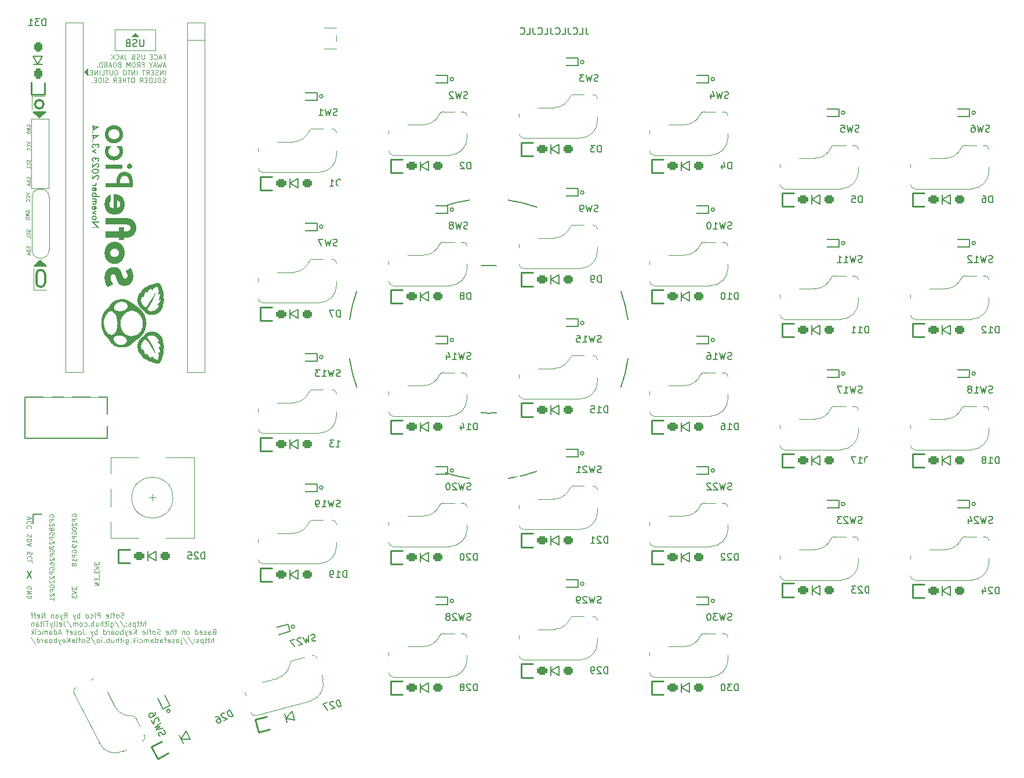
<source format=gbo>
G04 #@! TF.GenerationSoftware,KiCad,Pcbnew,7.0.5-0*
G04 #@! TF.CreationDate,2023-11-14T08:27:51-08:00*
G04 #@! TF.ProjectId,Sofle_Pico,536f666c-655f-4506-9963-6f2e6b696361,rev?*
G04 #@! TF.SameCoordinates,Original*
G04 #@! TF.FileFunction,Legend,Bot*
G04 #@! TF.FilePolarity,Positive*
%FSLAX46Y46*%
G04 Gerber Fmt 4.6, Leading zero omitted, Abs format (unit mm)*
G04 Created by KiCad (PCBNEW 7.0.5-0) date 2023-11-14 08:27:51*
%MOMM*%
%LPD*%
G01*
G04 APERTURE LIST*
G04 Aperture macros list*
%AMRoundRect*
0 Rectangle with rounded corners*
0 $1 Rounding radius*
0 $2 $3 $4 $5 $6 $7 $8 $9 X,Y pos of 4 corners*
0 Add a 4 corners polygon primitive as box body*
4,1,4,$2,$3,$4,$5,$6,$7,$8,$9,$2,$3,0*
0 Add four circle primitives for the rounded corners*
1,1,$1+$1,$2,$3*
1,1,$1+$1,$4,$5*
1,1,$1+$1,$6,$7*
1,1,$1+$1,$8,$9*
0 Add four rect primitives between the rounded corners*
20,1,$1+$1,$2,$3,$4,$5,0*
20,1,$1+$1,$4,$5,$6,$7,0*
20,1,$1+$1,$6,$7,$8,$9,0*
20,1,$1+$1,$8,$9,$2,$3,0*%
%AMHorizOval*
0 Thick line with rounded ends*
0 $1 width*
0 $2 $3 position (X,Y) of the first rounded end (center of the circle)*
0 $4 $5 position (X,Y) of the second rounded end (center of the circle)*
0 Add line between two ends*
20,1,$1,$2,$3,$4,$5,0*
0 Add two circle primitives to create the rounded ends*
1,1,$1,$2,$3*
1,1,$1,$4,$5*%
%AMRotRect*
0 Rectangle, with rotation*
0 The origin of the aperture is its center*
0 $1 length*
0 $2 width*
0 $3 Rotation angle, in degrees counterclockwise*
0 Add horizontal line*
21,1,$1,$2,0,0,$3*%
%AMOutline5P*
0 Free polygon, 5 corners , with rotation*
0 The origin of the aperture is its center*
0 number of corners: always 5*
0 $1 to $10 corner X, Y*
0 $11 Rotation angle, in degrees counterclockwise*
0 create outline with 5 corners*
4,1,5,$1,$2,$3,$4,$5,$6,$7,$8,$9,$10,$1,$2,$11*%
%AMOutline6P*
0 Free polygon, 6 corners , with rotation*
0 The origin of the aperture is its center*
0 number of corners: always 6*
0 $1 to $12 corner X, Y*
0 $13 Rotation angle, in degrees counterclockwise*
0 create outline with 6 corners*
4,1,6,$1,$2,$3,$4,$5,$6,$7,$8,$9,$10,$11,$12,$1,$2,$13*%
%AMOutline7P*
0 Free polygon, 7 corners , with rotation*
0 The origin of the aperture is its center*
0 number of corners: always 7*
0 $1 to $14 corner X, Y*
0 $15 Rotation angle, in degrees counterclockwise*
0 create outline with 7 corners*
4,1,7,$1,$2,$3,$4,$5,$6,$7,$8,$9,$10,$11,$12,$13,$14,$1,$2,$15*%
%AMOutline8P*
0 Free polygon, 8 corners , with rotation*
0 The origin of the aperture is its center*
0 number of corners: always 8*
0 $1 to $16 corner X, Y*
0 $17 Rotation angle, in degrees counterclockwise*
0 create outline with 8 corners*
4,1,8,$1,$2,$3,$4,$5,$6,$7,$8,$9,$10,$11,$12,$13,$14,$15,$16,$1,$2,$17*%
%AMFreePoly0*
4,1,28,-0.850000,0.400000,0.000000,1.250000,0.114750,1.242219,0.293119,1.197860,0.457783,1.116195,0.601041,1.001041,0.716195,0.857783,0.797860,0.693119,0.842219,0.514750,0.850000,0.400000,0.850000,-0.400000,0.842219,-0.514750,0.797860,-0.693119,0.716195,-0.857783,0.601041,-1.001041,0.457783,-1.116195,0.293119,-1.197860,0.114750,-1.242219,0.000000,-1.250000,-0.114750,-1.242219,
-0.293119,-1.197860,-0.457783,-1.116195,-0.601041,-1.001041,-0.716195,-0.857783,-0.797860,-0.693119,-0.842219,-0.514750,-0.850000,-0.400000,-0.850000,0.400000,-0.850000,0.400000,$1*%
%AMFreePoly1*
4,1,28,-0.850000,0.400000,-0.842219,0.514750,-0.797860,0.693119,-0.716195,0.857783,-0.601041,1.001041,-0.457783,1.116195,-0.293119,1.197860,-0.114750,1.242219,0.000000,1.250000,0.114750,1.242219,0.293119,1.197860,0.457783,1.116195,0.601041,1.001041,0.716195,0.857783,0.797860,0.693119,0.842219,0.514750,0.850000,0.400000,0.850000,-0.400000,0.842219,-0.514750,0.797860,-0.693119,
0.716195,-0.857783,0.601041,-1.001041,0.457783,-1.116195,0.293119,-1.197860,0.114750,-1.242219,0.000000,-1.250000,-0.850000,-0.400000,-0.850000,0.400000,-0.850000,0.400000,$1*%
%AMFreePoly2*
4,1,19,-0.800000,0.000000,-0.784505,0.151663,-0.729731,0.316964,-0.638312,0.465177,-0.515177,0.588312,-0.366964,0.679731,-0.201663,0.734505,-0.050000,0.750000,0.800000,0.750000,0.800000,-0.750000,-0.050000,-0.750000,-0.201663,-0.734505,-0.366964,-0.679731,-0.515177,-0.588312,-0.638312,-0.465177,-0.729731,-0.316964,-0.784505,-0.151663,-0.800000,0.000000,-0.800000,0.000000,-0.800000,0.000000,
$1*%
%AMFreePoly3*
4,1,18,-0.800000,0.750000,0.050000,0.750000,0.201663,0.734505,0.366964,0.679731,0.515177,0.588312,0.638312,0.465177,0.729731,0.316964,0.784505,0.151663,0.800000,0.000000,0.784505,-0.151663,0.729731,-0.316964,0.638312,-0.465177,0.515177,-0.588312,0.366964,-0.679731,0.201663,-0.734505,0.050000,-0.750000,-0.800000,-0.750000,-0.800000,0.750000,-0.800000,0.750000,$1*%
%AMFreePoly4*
4,1,17,-1.275000,1.012000,-1.255742,1.108819,-1.200898,1.190898,-1.118819,1.245742,-1.022000,1.265000,1.022000,1.265000,1.118819,1.245742,1.200898,1.190898,1.255742,1.108819,1.275000,1.012000,1.275000,-1.012000,1.255742,-1.108819,1.200898,-1.190898,1.118819,-1.245742,1.022000,-1.265000,-1.275000,-1.265000,-1.275000,1.012000,-1.275000,1.012000,$1*%
%AMFreePoly5*
4,1,18,-1.250000,1.010000,-1.230970,1.105671,-1.176777,1.186777,-1.095671,1.240970,-1.000000,1.260000,0.625000,1.260000,1.250000,0.635000,1.250000,-1.010000,1.230970,-1.105671,1.176777,-1.186777,1.095671,-1.240970,1.000000,-1.260000,-1.000000,-1.260000,-1.095671,-1.240970,-1.176777,-1.186777,-1.230970,-1.105671,-1.250000,-1.010000,-1.250000,1.010000,-1.250000,1.010000,$1*%
G04 Aperture macros list end*
%ADD10C,0.300000*%
%ADD11C,0.100000*%
%ADD12C,0.150000*%
%ADD13C,0.400000*%
%ADD14C,0.125000*%
%ADD15C,0.200000*%
%ADD16C,0.800000*%
%ADD17C,0.120000*%
%ADD18C,0.250000*%
%ADD19C,0.022619*%
%ADD20C,1.200000*%
%ADD21FreePoly0,90.000000*%
%ADD22FreePoly1,90.000000*%
%ADD23O,2.500000X1.700000*%
%ADD24C,1.397000*%
%ADD25C,2.000000*%
%ADD26R,3.200000X2.000000*%
%ADD27C,4.700000*%
%ADD28R,1.700000X1.700000*%
%ADD29O,1.700000X1.700000*%
%ADD30FreePoly2,180.000000*%
%ADD31FreePoly3,180.000000*%
%ADD32C,1.700000*%
%ADD33C,4.400000*%
%ADD34C,1.500000*%
%ADD35R,1.500000X1.500000*%
%ADD36R,1.400000X1.400000*%
%ADD37RoundRect,0.300000X-0.450000X-0.300000X0.450000X-0.300000X0.450000X0.300000X-0.450000X0.300000X0*%
%ADD38RoundRect,0.300000X-0.400000X-0.300000X0.400000X-0.300000X0.400000X0.300000X-0.400000X0.300000X0*%
%ADD39C,1.400000*%
%ADD40RotRect,1.400000X1.400000X27.000000*%
%ADD41RoundRect,0.300000X-0.264756X-0.471598X0.537150X-0.063006X0.264756X0.471598X-0.537150X0.063006X0*%
%ADD42RoundRect,0.300000X-0.220205X-0.448898X0.492600X-0.085706X0.220205X0.448898X-0.492600X0.085706X0*%
%ADD43C,1.750000*%
%ADD44C,3.000000*%
%ADD45O,1.000000X4.000000*%
%ADD46C,3.987800*%
%ADD47O,3.400000X1.000000*%
%ADD48O,3.400000X3.000000*%
%ADD49R,1.700000X0.820000*%
%ADD50Outline5P,-0.850000X0.410000X0.850000X0.410000X0.850000X0.000000X0.440000X-0.410000X-0.850000X-0.410000X0.000000*%
%ADD51FreePoly4,0.000000*%
%ADD52FreePoly5,0.000000*%
%ADD53HorizOval,1.000000X-1.336510X-0.680986X1.336510X0.680986X0*%
%ADD54HorizOval,1.000000X-0.544789X1.069208X0.544789X-1.069208X0*%
%ADD55HorizOval,3.000000X-0.090798X0.178201X0.090798X-0.178201X0*%
%ADD56RotRect,1.700000X0.820000X297.000000*%
%ADD57Outline5P,-0.850000X0.410000X0.850000X0.410000X0.850000X0.000000X0.440000X-0.410000X-0.850000X-0.410000X297.000000*%
%ADD58FreePoly4,297.000000*%
%ADD59FreePoly5,297.000000*%
%ADD60HorizOval,1.000000X-0.388229X1.448889X0.388229X-1.448889X0*%
%ADD61HorizOval,1.000000X-1.159111X-0.310583X1.159111X0.310583X0*%
%ADD62HorizOval,3.000000X-0.193185X-0.051764X0.193185X0.051764X0*%
%ADD63RotRect,1.700000X0.820000X15.000000*%
%ADD64Outline5P,-0.850000X0.410000X0.850000X0.410000X0.850000X0.000000X0.440000X-0.410000X-0.850000X-0.410000X15.000000*%
%ADD65FreePoly4,15.000000*%
%ADD66FreePoly5,15.000000*%
%ADD67RotRect,1.400000X1.400000X15.000000*%
%ADD68RoundRect,0.300000X-0.357021X-0.406246X0.512312X-0.173309X0.357021X0.406246X-0.512312X0.173309X0*%
%ADD69RoundRect,0.300000X-0.308725X-0.393305X0.464016X-0.186250X0.308725X0.393305X-0.464016X0.186250X0*%
%ADD70RoundRect,0.300000X0.300000X-0.450000X0.300000X0.450000X-0.300000X0.450000X-0.300000X-0.450000X0*%
%ADD71RoundRect,0.300000X0.300000X-0.400000X0.300000X0.400000X-0.300000X0.400000X-0.300000X-0.400000X0*%
%ADD72R,1.100000X0.600000*%
G04 APERTURE END LIST*
D10*
X82850807Y-47043393D02*
G75*
G03*
X84119193Y-47043393I634193J7D01*
G01*
D11*
X84249193Y-45903393D02*
X82389193Y-45903393D01*
D10*
X83055807Y-73105800D02*
G75*
G03*
X84324193Y-73105800I634193J-7D01*
G01*
D11*
X82389193Y-47823393D02*
X82389193Y-45903393D01*
D10*
X83055807Y-71855800D02*
X83055807Y-73105800D01*
X84119193Y-47043393D02*
G75*
G03*
X82850807Y-47043393I-634193J7D01*
G01*
X84324193Y-71855800D02*
G75*
G03*
X83055807Y-71855800I-634193J-7D01*
G01*
D12*
X83540000Y-49040000D02*
X83530000Y-49040000D01*
X82610000Y-48170000D01*
X84410000Y-48170000D01*
X83540000Y-49040000D01*
G36*
X83540000Y-49040000D02*
G01*
X83530000Y-49040000D01*
X82610000Y-48170000D01*
X84410000Y-48170000D01*
X83540000Y-49040000D01*
G37*
D11*
X82650000Y-74130000D02*
X84510000Y-74130000D01*
D10*
X84324193Y-71855800D02*
X84324193Y-73105800D01*
D12*
X84520000Y-70720000D02*
X82720000Y-70720000D01*
X83590000Y-69850000D01*
X83600000Y-69850000D01*
X84520000Y-70720000D01*
G36*
X84520000Y-70720000D02*
G01*
X82720000Y-70720000D01*
X83590000Y-69850000D01*
X83600000Y-69850000D01*
X84520000Y-70720000D01*
G37*
D11*
X82650000Y-71040000D02*
X82650000Y-74130000D01*
X84981557Y-107334286D02*
X84950128Y-107271429D01*
X84950128Y-107271429D02*
X84950128Y-107177143D01*
X84950128Y-107177143D02*
X84981557Y-107082857D01*
X84981557Y-107082857D02*
X85044414Y-107020000D01*
X85044414Y-107020000D02*
X85107271Y-106988571D01*
X85107271Y-106988571D02*
X85232985Y-106957143D01*
X85232985Y-106957143D02*
X85327271Y-106957143D01*
X85327271Y-106957143D02*
X85452985Y-106988571D01*
X85452985Y-106988571D02*
X85515842Y-107020000D01*
X85515842Y-107020000D02*
X85578700Y-107082857D01*
X85578700Y-107082857D02*
X85610128Y-107177143D01*
X85610128Y-107177143D02*
X85610128Y-107240000D01*
X85610128Y-107240000D02*
X85578700Y-107334286D01*
X85578700Y-107334286D02*
X85547271Y-107365714D01*
X85547271Y-107365714D02*
X85327271Y-107365714D01*
X85327271Y-107365714D02*
X85327271Y-107240000D01*
X85610128Y-107648571D02*
X84950128Y-107648571D01*
X84950128Y-107648571D02*
X84950128Y-107900000D01*
X84950128Y-107900000D02*
X84981557Y-107962857D01*
X84981557Y-107962857D02*
X85012985Y-107994286D01*
X85012985Y-107994286D02*
X85075842Y-108025714D01*
X85075842Y-108025714D02*
X85170128Y-108025714D01*
X85170128Y-108025714D02*
X85232985Y-107994286D01*
X85232985Y-107994286D02*
X85264414Y-107962857D01*
X85264414Y-107962857D02*
X85295842Y-107900000D01*
X85295842Y-107900000D02*
X85295842Y-107648571D01*
X85012985Y-108277143D02*
X84981557Y-108308571D01*
X84981557Y-108308571D02*
X84950128Y-108371429D01*
X84950128Y-108371429D02*
X84950128Y-108528571D01*
X84950128Y-108528571D02*
X84981557Y-108591429D01*
X84981557Y-108591429D02*
X85012985Y-108622857D01*
X85012985Y-108622857D02*
X85075842Y-108654286D01*
X85075842Y-108654286D02*
X85138700Y-108654286D01*
X85138700Y-108654286D02*
X85232985Y-108622857D01*
X85232985Y-108622857D02*
X85610128Y-108245714D01*
X85610128Y-108245714D02*
X85610128Y-108654286D01*
X85232985Y-109031428D02*
X85201557Y-108968571D01*
X85201557Y-108968571D02*
X85170128Y-108937142D01*
X85170128Y-108937142D02*
X85107271Y-108905714D01*
X85107271Y-108905714D02*
X85075842Y-108905714D01*
X85075842Y-108905714D02*
X85012985Y-108937142D01*
X85012985Y-108937142D02*
X84981557Y-108968571D01*
X84981557Y-108968571D02*
X84950128Y-109031428D01*
X84950128Y-109031428D02*
X84950128Y-109157142D01*
X84950128Y-109157142D02*
X84981557Y-109220000D01*
X84981557Y-109220000D02*
X85012985Y-109251428D01*
X85012985Y-109251428D02*
X85075842Y-109282857D01*
X85075842Y-109282857D02*
X85107271Y-109282857D01*
X85107271Y-109282857D02*
X85170128Y-109251428D01*
X85170128Y-109251428D02*
X85201557Y-109220000D01*
X85201557Y-109220000D02*
X85232985Y-109157142D01*
X85232985Y-109157142D02*
X85232985Y-109031428D01*
X85232985Y-109031428D02*
X85264414Y-108968571D01*
X85264414Y-108968571D02*
X85295842Y-108937142D01*
X85295842Y-108937142D02*
X85358700Y-108905714D01*
X85358700Y-108905714D02*
X85484414Y-108905714D01*
X85484414Y-108905714D02*
X85547271Y-108937142D01*
X85547271Y-108937142D02*
X85578700Y-108968571D01*
X85578700Y-108968571D02*
X85610128Y-109031428D01*
X85610128Y-109031428D02*
X85610128Y-109157142D01*
X85610128Y-109157142D02*
X85578700Y-109220000D01*
X85578700Y-109220000D02*
X85547271Y-109251428D01*
X85547271Y-109251428D02*
X85484414Y-109282857D01*
X85484414Y-109282857D02*
X85358700Y-109282857D01*
X85358700Y-109282857D02*
X85295842Y-109251428D01*
X85295842Y-109251428D02*
X85264414Y-109220000D01*
X85264414Y-109220000D02*
X85232985Y-109157142D01*
D13*
G36*
X96020274Y-56914897D02*
G01*
X96081454Y-56918911D01*
X96141289Y-56925601D01*
X96199778Y-56934968D01*
X96256922Y-56947011D01*
X96312721Y-56961730D01*
X96367175Y-56979125D01*
X96420284Y-56999196D01*
X96472047Y-57021944D01*
X96522465Y-57047367D01*
X96571538Y-57075467D01*
X96619265Y-57106243D01*
X96665648Y-57139695D01*
X96710685Y-57175824D01*
X96754376Y-57214628D01*
X96796723Y-57256109D01*
X96820175Y-57280738D01*
X96853569Y-57318595D01*
X96884822Y-57357546D01*
X96913934Y-57397592D01*
X96940904Y-57438733D01*
X96965733Y-57480969D01*
X96988420Y-57524299D01*
X97008966Y-57568724D01*
X97027371Y-57614244D01*
X97043635Y-57660859D01*
X97057757Y-57708569D01*
X97061984Y-57724722D01*
X97073857Y-57776046D01*
X97081102Y-57812650D01*
X97087811Y-57851165D01*
X97093982Y-57891590D01*
X97099617Y-57933926D01*
X97104716Y-57978172D01*
X97109277Y-58024329D01*
X97113302Y-58072397D01*
X97116791Y-58122375D01*
X97119742Y-58174263D01*
X97122157Y-58228062D01*
X97124036Y-58283772D01*
X97125377Y-58341392D01*
X97126182Y-58400922D01*
X97126451Y-58462363D01*
X97126451Y-59141053D01*
X93169717Y-59141053D01*
X93169717Y-58551207D01*
X94781719Y-58551207D01*
X95301957Y-58551207D01*
X96606214Y-58551207D01*
X96606214Y-58354286D01*
X96605587Y-58301937D01*
X96603709Y-58251250D01*
X96600579Y-58202224D01*
X96596196Y-58154861D01*
X96590561Y-58109159D01*
X96583674Y-58065119D01*
X96575534Y-58022742D01*
X96566142Y-57982026D01*
X96555499Y-57942971D01*
X96543602Y-57905579D01*
X96530454Y-57869849D01*
X96500401Y-57803374D01*
X96465339Y-57743546D01*
X96425267Y-57690366D01*
X96380187Y-57643834D01*
X96330099Y-57603949D01*
X96275001Y-57570711D01*
X96214894Y-57544121D01*
X96149779Y-57524178D01*
X96079654Y-57510883D01*
X96042714Y-57506729D01*
X96004521Y-57504236D01*
X95965076Y-57503405D01*
X95924279Y-57504211D01*
X95884776Y-57506629D01*
X95846569Y-57510658D01*
X95774041Y-57523552D01*
X95706693Y-57542894D01*
X95644525Y-57568682D01*
X95587538Y-57600918D01*
X95535732Y-57639601D01*
X95489107Y-57684731D01*
X95447662Y-57736308D01*
X95411397Y-57794333D01*
X95380314Y-57858804D01*
X95366714Y-57893458D01*
X95354410Y-57929723D01*
X95343402Y-57967600D01*
X95333688Y-58007089D01*
X95325269Y-58048189D01*
X95318146Y-58090902D01*
X95312318Y-58135226D01*
X95307785Y-58181162D01*
X95304547Y-58228710D01*
X95302604Y-58277869D01*
X95301957Y-58328640D01*
X95301957Y-58551207D01*
X94781719Y-58551207D01*
X94781719Y-58271854D01*
X94782029Y-58233121D01*
X94782957Y-58194889D01*
X94784505Y-58157158D01*
X94786671Y-58119927D01*
X94792861Y-58046969D01*
X94801526Y-57976015D01*
X94812667Y-57907064D01*
X94826284Y-57840117D01*
X94842377Y-57775173D01*
X94860946Y-57712233D01*
X94881990Y-57651296D01*
X94905510Y-57592363D01*
X94931507Y-57535433D01*
X94959979Y-57480507D01*
X94990926Y-57427585D01*
X95024350Y-57376666D01*
X95060249Y-57327750D01*
X95098625Y-57280839D01*
X95139118Y-57236363D01*
X95181371Y-57194757D01*
X95225385Y-57156021D01*
X95271159Y-57120154D01*
X95318694Y-57087156D01*
X95367988Y-57057027D01*
X95419043Y-57029768D01*
X95471858Y-57005379D01*
X95526434Y-56983858D01*
X95582769Y-56965207D01*
X95640865Y-56949426D01*
X95700721Y-56936513D01*
X95762338Y-56926471D01*
X95825714Y-56919297D01*
X95890851Y-56914993D01*
X95957749Y-56913558D01*
X96020274Y-56914897D01*
G37*
G36*
X95660994Y-55832784D02*
G01*
X93140408Y-55832784D01*
X93140408Y-56422630D01*
X95660994Y-56422630D01*
X95660994Y-55832784D01*
G37*
G36*
X96690477Y-56481249D02*
G01*
X96728287Y-56479503D01*
X96764781Y-56474265D01*
X96808546Y-56462807D01*
X96850254Y-56445893D01*
X96889904Y-56423523D01*
X96920144Y-56401699D01*
X96949066Y-56376382D01*
X96956091Y-56369508D01*
X96982281Y-56340671D01*
X97004978Y-56310489D01*
X97024184Y-56278961D01*
X97043280Y-56237660D01*
X97056920Y-56194257D01*
X97063904Y-56158022D01*
X97067396Y-56120441D01*
X97067832Y-56101146D01*
X97066087Y-56062262D01*
X97060849Y-56024839D01*
X97052119Y-55988875D01*
X97036296Y-55945973D01*
X97019710Y-55913294D01*
X96999631Y-55882074D01*
X96976061Y-55852314D01*
X96956091Y-55830952D01*
X96928056Y-55804763D01*
X96898446Y-55782065D01*
X96859220Y-55758604D01*
X96817535Y-55740599D01*
X96782415Y-55730123D01*
X96745722Y-55723139D01*
X96707454Y-55719647D01*
X96687730Y-55719211D01*
X96648646Y-55720957D01*
X96611079Y-55726195D01*
X96575030Y-55734925D01*
X96532101Y-55750747D01*
X96491542Y-55772026D01*
X96460802Y-55792978D01*
X96431579Y-55817421D01*
X96417536Y-55830952D01*
X96391347Y-55858973D01*
X96368649Y-55888540D01*
X96345188Y-55927672D01*
X96327183Y-55969219D01*
X96314634Y-56013181D01*
X96308523Y-56050089D01*
X96305904Y-56088543D01*
X96305795Y-56098398D01*
X96307526Y-56137296D01*
X96312721Y-56174762D01*
X96321380Y-56210797D01*
X96333501Y-56245402D01*
X96349086Y-56278575D01*
X96368134Y-56310317D01*
X96390645Y-56340628D01*
X96416620Y-56369508D01*
X96445342Y-56395697D01*
X96475639Y-56418394D01*
X96507510Y-56437600D01*
X96540955Y-56453313D01*
X96575974Y-56465535D01*
X96612568Y-56474265D01*
X96650735Y-56479503D01*
X96690477Y-56481249D01*
G37*
G36*
X95542841Y-53183970D02*
G01*
X94778056Y-53183970D01*
X94807462Y-53208417D01*
X94835687Y-53232528D01*
X94875810Y-53268063D01*
X94913278Y-53302842D01*
X94948089Y-53336864D01*
X94980243Y-53370129D01*
X95009741Y-53402638D01*
X95036582Y-53434389D01*
X95060767Y-53465385D01*
X95082296Y-53495623D01*
X95106868Y-53534764D01*
X95128549Y-53573848D01*
X95147340Y-53614620D01*
X95163239Y-53657081D01*
X95176248Y-53701231D01*
X95186366Y-53747069D01*
X95193593Y-53794596D01*
X95197116Y-53831350D01*
X95199013Y-53869053D01*
X95199375Y-53894717D01*
X95198484Y-53934595D01*
X95195811Y-53973628D01*
X95191357Y-54011817D01*
X95185121Y-54049162D01*
X95177103Y-54085663D01*
X95167304Y-54121319D01*
X95155722Y-54156131D01*
X95135010Y-54206765D01*
X95110288Y-54255500D01*
X95081558Y-54302335D01*
X95060177Y-54332503D01*
X95037014Y-54361826D01*
X95012070Y-54390305D01*
X94985344Y-54417940D01*
X94971313Y-54431441D01*
X94942469Y-54457394D01*
X94912723Y-54481673D01*
X94882076Y-54504277D01*
X94850527Y-54525207D01*
X94818077Y-54544462D01*
X94784725Y-54562044D01*
X94750471Y-54577950D01*
X94715316Y-54592183D01*
X94679259Y-54604741D01*
X94642301Y-54615624D01*
X94604441Y-54624834D01*
X94565679Y-54632368D01*
X94526016Y-54638229D01*
X94485451Y-54642415D01*
X94443985Y-54644926D01*
X94401617Y-54645764D01*
X94358368Y-54644959D01*
X94316093Y-54642544D01*
X94274791Y-54638519D01*
X94234463Y-54632884D01*
X94195107Y-54625639D01*
X94156725Y-54616784D01*
X94119316Y-54606319D01*
X94082880Y-54594244D01*
X94047417Y-54580559D01*
X94012927Y-54565264D01*
X93979410Y-54548359D01*
X93946867Y-54529844D01*
X93915297Y-54509719D01*
X93884699Y-54487984D01*
X93855075Y-54464639D01*
X93826425Y-54439684D01*
X93799251Y-54413026D01*
X93773831Y-54385488D01*
X93750164Y-54357069D01*
X93717951Y-54312792D01*
X93689682Y-54266534D01*
X93665358Y-54218295D01*
X93644978Y-54168077D01*
X93628542Y-54115878D01*
X93619777Y-54079979D01*
X93612764Y-54043199D01*
X93607505Y-54005539D01*
X93603999Y-53967000D01*
X93602246Y-53927580D01*
X93602026Y-53907540D01*
X93602807Y-53869163D01*
X93605150Y-53831655D01*
X93609054Y-53795017D01*
X93616689Y-53747518D01*
X93627100Y-53701565D01*
X93640288Y-53657158D01*
X93656252Y-53614296D01*
X93674993Y-53572980D01*
X93690870Y-53543007D01*
X93715385Y-53503938D01*
X93737096Y-53473546D01*
X93761656Y-53442221D01*
X93789066Y-53409962D01*
X93819326Y-53376769D01*
X93852436Y-53342643D01*
X93888395Y-53307582D01*
X93927204Y-53271588D01*
X93954660Y-53247073D01*
X93983383Y-53222143D01*
X94013371Y-53196798D01*
X94028841Y-53183970D01*
X93265887Y-53183970D01*
X93243594Y-53227598D01*
X93222739Y-53271239D01*
X93203323Y-53314895D01*
X93185344Y-53358566D01*
X93168804Y-53402250D01*
X93153703Y-53445949D01*
X93140039Y-53489663D01*
X93127814Y-53533390D01*
X93117027Y-53577132D01*
X93107678Y-53620888D01*
X93099768Y-53664659D01*
X93093295Y-53708444D01*
X93088261Y-53752243D01*
X93084666Y-53796056D01*
X93082508Y-53839884D01*
X93081789Y-53883726D01*
X93083253Y-53955006D01*
X93087642Y-54024819D01*
X93094959Y-54093165D01*
X93105202Y-54160045D01*
X93118372Y-54225457D01*
X93134468Y-54289403D01*
X93153491Y-54351882D01*
X93175441Y-54412893D01*
X93200317Y-54472438D01*
X93228120Y-54530516D01*
X93258850Y-54587127D01*
X93292506Y-54642272D01*
X93329089Y-54695949D01*
X93368598Y-54748160D01*
X93411034Y-54798903D01*
X93456397Y-54848180D01*
X93504167Y-54895095D01*
X93553369Y-54938984D01*
X93604001Y-54979846D01*
X93656065Y-55017681D01*
X93709560Y-55052489D01*
X93764486Y-55084270D01*
X93820843Y-55113025D01*
X93878632Y-55138753D01*
X93937851Y-55161454D01*
X93998501Y-55181128D01*
X94060583Y-55197775D01*
X94124096Y-55211396D01*
X94189039Y-55221990D01*
X94255414Y-55229557D01*
X94323220Y-55234097D01*
X94392457Y-55235610D01*
X94461505Y-55234075D01*
X94529200Y-55229471D01*
X94595543Y-55221796D01*
X94660533Y-55211052D01*
X94724171Y-55197238D01*
X94786456Y-55180355D01*
X94847390Y-55160402D01*
X94906970Y-55137379D01*
X94965199Y-55111286D01*
X95022074Y-55082124D01*
X95077598Y-55049891D01*
X95131769Y-55014589D01*
X95184588Y-54976218D01*
X95236054Y-54934776D01*
X95286168Y-54890265D01*
X95334929Y-54842684D01*
X95381512Y-54792871D01*
X95425089Y-54741662D01*
X95465661Y-54689058D01*
X95503228Y-54635059D01*
X95537789Y-54579664D01*
X95569345Y-54522874D01*
X95597896Y-54464689D01*
X95623441Y-54405108D01*
X95645981Y-54344132D01*
X95665516Y-54281761D01*
X95682045Y-54217994D01*
X95695569Y-54152832D01*
X95706088Y-54086275D01*
X95713601Y-54018322D01*
X95718109Y-53948974D01*
X95719612Y-53878230D01*
X95718921Y-53832371D01*
X95716850Y-53786840D01*
X95713397Y-53741638D01*
X95708564Y-53696766D01*
X95702349Y-53652222D01*
X95694754Y-53608008D01*
X95685777Y-53564123D01*
X95675419Y-53520567D01*
X95663681Y-53477341D01*
X95650561Y-53434443D01*
X95636060Y-53391875D01*
X95620178Y-53349636D01*
X95602916Y-53307725D01*
X95584272Y-53266145D01*
X95564247Y-53224893D01*
X95542841Y-53183970D01*
G37*
G36*
X94467687Y-50093348D02*
G01*
X94535153Y-50097823D01*
X94601267Y-50105283D01*
X94666028Y-50115727D01*
X94729437Y-50129154D01*
X94791494Y-50145565D01*
X94852198Y-50164960D01*
X94911550Y-50187339D01*
X94969549Y-50212702D01*
X95026196Y-50241049D01*
X95081491Y-50272380D01*
X95135433Y-50306694D01*
X95188022Y-50343992D01*
X95239260Y-50384275D01*
X95289145Y-50427541D01*
X95337677Y-50473790D01*
X95383927Y-50522760D01*
X95427193Y-50573038D01*
X95467475Y-50624626D01*
X95504774Y-50677523D01*
X95539088Y-50731730D01*
X95570419Y-50787247D01*
X95598765Y-50844072D01*
X95624128Y-50902208D01*
X95646507Y-50961652D01*
X95665902Y-51022407D01*
X95682314Y-51084470D01*
X95695741Y-51147844D01*
X95706185Y-51212526D01*
X95713644Y-51278518D01*
X95718120Y-51345820D01*
X95719612Y-51414431D01*
X95718127Y-51482698D01*
X95713673Y-51549656D01*
X95706249Y-51615305D01*
X95695856Y-51679644D01*
X95682493Y-51742674D01*
X95666160Y-51804394D01*
X95646858Y-51864805D01*
X95624586Y-51923906D01*
X95599345Y-51981698D01*
X95571134Y-52038180D01*
X95539954Y-52093353D01*
X95505804Y-52147217D01*
X95468685Y-52199771D01*
X95428596Y-52251015D01*
X95385537Y-52300950D01*
X95339509Y-52349576D01*
X95291481Y-52396047D01*
X95242194Y-52439521D01*
X95191647Y-52479996D01*
X95139841Y-52517473D01*
X95086775Y-52551952D01*
X95032450Y-52583433D01*
X94976866Y-52611916D01*
X94920022Y-52637400D01*
X94861919Y-52659887D01*
X94802556Y-52679375D01*
X94741935Y-52695865D01*
X94680053Y-52709357D01*
X94616913Y-52719850D01*
X94552513Y-52727346D01*
X94486853Y-52731843D01*
X94419935Y-52733342D01*
X94348912Y-52731872D01*
X94279414Y-52727460D01*
X94211440Y-52720108D01*
X94144990Y-52709815D01*
X94080064Y-52696580D01*
X94016662Y-52680405D01*
X93954784Y-52661289D01*
X93894431Y-52639232D01*
X93835602Y-52614234D01*
X93778296Y-52586296D01*
X93722515Y-52555416D01*
X93668258Y-52521595D01*
X93615525Y-52484833D01*
X93564317Y-52445131D01*
X93514632Y-52402487D01*
X93466472Y-52356903D01*
X93419889Y-52309254D01*
X93376312Y-52260188D01*
X93335740Y-52209706D01*
X93298173Y-52157807D01*
X93263612Y-52104491D01*
X93232056Y-52049758D01*
X93203505Y-51993608D01*
X93177960Y-51936042D01*
X93155420Y-51877059D01*
X93135885Y-51816659D01*
X93119356Y-51754842D01*
X93105832Y-51691608D01*
X93095313Y-51626958D01*
X93087800Y-51560891D01*
X93083292Y-51493407D01*
X93081789Y-51424506D01*
X93082022Y-51413515D01*
X93602026Y-51413515D01*
X93602885Y-51454341D01*
X93605461Y-51494158D01*
X93609754Y-51532966D01*
X93615765Y-51570765D01*
X93623493Y-51607556D01*
X93632938Y-51643337D01*
X93650326Y-51695117D01*
X93671578Y-51744627D01*
X93696694Y-51791867D01*
X93725674Y-51836837D01*
X93758518Y-51879537D01*
X93795226Y-51919967D01*
X93821845Y-51945659D01*
X93835564Y-51957831D01*
X93878546Y-51992027D01*
X93908721Y-52012893D01*
X93940112Y-52032213D01*
X93972720Y-52049987D01*
X94006544Y-52066216D01*
X94041585Y-52080899D01*
X94077842Y-52094036D01*
X94115316Y-52105628D01*
X94154006Y-52115675D01*
X94193912Y-52124176D01*
X94235035Y-52131131D01*
X94277375Y-52136540D01*
X94320930Y-52140404D01*
X94365703Y-52142723D01*
X94411692Y-52143496D01*
X94454696Y-52142709D01*
X94496699Y-52140347D01*
X94537701Y-52136412D01*
X94577700Y-52130902D01*
X94616698Y-52123818D01*
X94654694Y-52115160D01*
X94691688Y-52104927D01*
X94727681Y-52093121D01*
X94762671Y-52079740D01*
X94796660Y-52064785D01*
X94829647Y-52048255D01*
X94861633Y-52030152D01*
X94892616Y-52010474D01*
X94922598Y-51989222D01*
X94951578Y-51966396D01*
X94979556Y-51941995D01*
X95006175Y-51916210D01*
X95042883Y-51875721D01*
X95075727Y-51833059D01*
X95104707Y-51788223D01*
X95129823Y-51741214D01*
X95151075Y-51692031D01*
X95168463Y-51640675D01*
X95177908Y-51605230D01*
X95185636Y-51568819D01*
X95191647Y-51531442D01*
X95195940Y-51493099D01*
X95198516Y-51453790D01*
X95199375Y-51413515D01*
X95198516Y-51372689D01*
X95195940Y-51332872D01*
X95191647Y-51294064D01*
X95185636Y-51256264D01*
X95177908Y-51219474D01*
X95168463Y-51183693D01*
X95151075Y-51131913D01*
X95129823Y-51082402D01*
X95104707Y-51035162D01*
X95075727Y-50990192D01*
X95042883Y-50947493D01*
X95006175Y-50907063D01*
X94979556Y-50881371D01*
X94951850Y-50857192D01*
X94922999Y-50834573D01*
X94893003Y-50813515D01*
X94861862Y-50794016D01*
X94829576Y-50776077D01*
X94796145Y-50759698D01*
X94761569Y-50744879D01*
X94725849Y-50731619D01*
X94688983Y-50719920D01*
X94650973Y-50709781D01*
X94611818Y-50701201D01*
X94571518Y-50694182D01*
X94530073Y-50688722D01*
X94487483Y-50684822D01*
X94443748Y-50682482D01*
X94398869Y-50681702D01*
X94376342Y-50681897D01*
X94332142Y-50683457D01*
X94289080Y-50686577D01*
X94247156Y-50691257D01*
X94206369Y-50697496D01*
X94166720Y-50705296D01*
X94128209Y-50714655D01*
X94090836Y-50725575D01*
X94054600Y-50738054D01*
X94019502Y-50752093D01*
X93985542Y-50767692D01*
X93952719Y-50784851D01*
X93921034Y-50803570D01*
X93875640Y-50834573D01*
X93846800Y-50857192D01*
X93819097Y-50881371D01*
X93792811Y-50906741D01*
X93756562Y-50946768D01*
X93724129Y-50989162D01*
X93695511Y-51033923D01*
X93670709Y-51081050D01*
X93649723Y-51130544D01*
X93632552Y-51182405D01*
X93623225Y-51218294D01*
X93615593Y-51255234D01*
X93609658Y-51293226D01*
X93605418Y-51332271D01*
X93602874Y-51372367D01*
X93602026Y-51413515D01*
X93082022Y-51413515D01*
X93083263Y-51354900D01*
X93087685Y-51286676D01*
X93095056Y-51219832D01*
X93105374Y-51154369D01*
X93118640Y-51090288D01*
X93134855Y-51027587D01*
X93154017Y-50966268D01*
X93176128Y-50906329D01*
X93201187Y-50847772D01*
X93229194Y-50790595D01*
X93260149Y-50734800D01*
X93294052Y-50680386D01*
X93330903Y-50627352D01*
X93370702Y-50575700D01*
X93413449Y-50525429D01*
X93459144Y-50476538D01*
X93507251Y-50429956D01*
X93556775Y-50386378D01*
X93607715Y-50345806D01*
X93660072Y-50308240D01*
X93713846Y-50273678D01*
X93769037Y-50242122D01*
X93825645Y-50213572D01*
X93883669Y-50188026D01*
X93943110Y-50165486D01*
X94003968Y-50145952D01*
X94066243Y-50129422D01*
X94129934Y-50115898D01*
X94195043Y-50105380D01*
X94261568Y-50097866D01*
X94329510Y-50093358D01*
X94398869Y-50091856D01*
X94467687Y-50093348D01*
G37*
D11*
X88281557Y-112494286D02*
X88250128Y-112431429D01*
X88250128Y-112431429D02*
X88250128Y-112337143D01*
X88250128Y-112337143D02*
X88281557Y-112242857D01*
X88281557Y-112242857D02*
X88344414Y-112180000D01*
X88344414Y-112180000D02*
X88407271Y-112148571D01*
X88407271Y-112148571D02*
X88532985Y-112117143D01*
X88532985Y-112117143D02*
X88627271Y-112117143D01*
X88627271Y-112117143D02*
X88752985Y-112148571D01*
X88752985Y-112148571D02*
X88815842Y-112180000D01*
X88815842Y-112180000D02*
X88878700Y-112242857D01*
X88878700Y-112242857D02*
X88910128Y-112337143D01*
X88910128Y-112337143D02*
X88910128Y-112400000D01*
X88910128Y-112400000D02*
X88878700Y-112494286D01*
X88878700Y-112494286D02*
X88847271Y-112525714D01*
X88847271Y-112525714D02*
X88627271Y-112525714D01*
X88627271Y-112525714D02*
X88627271Y-112400000D01*
X88910128Y-112808571D02*
X88250128Y-112808571D01*
X88250128Y-112808571D02*
X88250128Y-113060000D01*
X88250128Y-113060000D02*
X88281557Y-113122857D01*
X88281557Y-113122857D02*
X88312985Y-113154286D01*
X88312985Y-113154286D02*
X88375842Y-113185714D01*
X88375842Y-113185714D02*
X88470128Y-113185714D01*
X88470128Y-113185714D02*
X88532985Y-113154286D01*
X88532985Y-113154286D02*
X88564414Y-113122857D01*
X88564414Y-113122857D02*
X88595842Y-113060000D01*
X88595842Y-113060000D02*
X88595842Y-112808571D01*
X88910128Y-113814286D02*
X88910128Y-113437143D01*
X88910128Y-113625714D02*
X88250128Y-113625714D01*
X88250128Y-113625714D02*
X88344414Y-113562857D01*
X88344414Y-113562857D02*
X88407271Y-113500000D01*
X88407271Y-113500000D02*
X88438700Y-113437143D01*
X88532985Y-114191428D02*
X88501557Y-114128571D01*
X88501557Y-114128571D02*
X88470128Y-114097142D01*
X88470128Y-114097142D02*
X88407271Y-114065714D01*
X88407271Y-114065714D02*
X88375842Y-114065714D01*
X88375842Y-114065714D02*
X88312985Y-114097142D01*
X88312985Y-114097142D02*
X88281557Y-114128571D01*
X88281557Y-114128571D02*
X88250128Y-114191428D01*
X88250128Y-114191428D02*
X88250128Y-114317142D01*
X88250128Y-114317142D02*
X88281557Y-114380000D01*
X88281557Y-114380000D02*
X88312985Y-114411428D01*
X88312985Y-114411428D02*
X88375842Y-114442857D01*
X88375842Y-114442857D02*
X88407271Y-114442857D01*
X88407271Y-114442857D02*
X88470128Y-114411428D01*
X88470128Y-114411428D02*
X88501557Y-114380000D01*
X88501557Y-114380000D02*
X88532985Y-114317142D01*
X88532985Y-114317142D02*
X88532985Y-114191428D01*
X88532985Y-114191428D02*
X88564414Y-114128571D01*
X88564414Y-114128571D02*
X88595842Y-114097142D01*
X88595842Y-114097142D02*
X88658700Y-114065714D01*
X88658700Y-114065714D02*
X88784414Y-114065714D01*
X88784414Y-114065714D02*
X88847271Y-114097142D01*
X88847271Y-114097142D02*
X88878700Y-114128571D01*
X88878700Y-114128571D02*
X88910128Y-114191428D01*
X88910128Y-114191428D02*
X88910128Y-114317142D01*
X88910128Y-114317142D02*
X88878700Y-114380000D01*
X88878700Y-114380000D02*
X88847271Y-114411428D01*
X88847271Y-114411428D02*
X88784414Y-114442857D01*
X88784414Y-114442857D02*
X88658700Y-114442857D01*
X88658700Y-114442857D02*
X88595842Y-114411428D01*
X88595842Y-114411428D02*
X88564414Y-114380000D01*
X88564414Y-114380000D02*
X88532985Y-114317142D01*
D14*
G36*
X91176658Y-65131220D02*
G01*
X92311654Y-65131220D01*
X91501012Y-64365275D01*
X92239602Y-64365275D01*
X92239602Y-64207982D01*
X91112177Y-64207982D01*
X91920865Y-64973928D01*
X91176658Y-64973928D01*
X91176658Y-65131220D01*
G37*
G36*
X91530599Y-63298820D02*
G01*
X91548590Y-63300013D01*
X91566220Y-63302002D01*
X91583490Y-63304787D01*
X91600399Y-63308368D01*
X91616947Y-63312744D01*
X91633135Y-63317916D01*
X91648962Y-63323884D01*
X91664429Y-63330648D01*
X91679534Y-63338207D01*
X91694280Y-63346562D01*
X91708664Y-63355712D01*
X91722688Y-63365658D01*
X91736351Y-63376400D01*
X91749654Y-63387938D01*
X91762596Y-63400271D01*
X91774929Y-63413330D01*
X91786467Y-63426737D01*
X91797209Y-63440494D01*
X91807155Y-63454600D01*
X91816306Y-63469055D01*
X91824660Y-63483859D01*
X91832220Y-63499013D01*
X91838983Y-63514516D01*
X91844951Y-63530368D01*
X91850123Y-63546569D01*
X91854499Y-63563119D01*
X91858080Y-63580019D01*
X91860865Y-63597267D01*
X91862854Y-63614865D01*
X91864048Y-63632812D01*
X91864445Y-63651109D01*
X91864049Y-63669313D01*
X91862862Y-63687169D01*
X91860882Y-63704675D01*
X91858110Y-63721832D01*
X91854547Y-63738640D01*
X91850191Y-63755099D01*
X91845044Y-63771208D01*
X91839105Y-63786969D01*
X91832374Y-63802380D01*
X91824851Y-63817442D01*
X91816537Y-63832154D01*
X91807430Y-63846518D01*
X91797531Y-63860532D01*
X91786841Y-63874198D01*
X91775359Y-63887514D01*
X91763085Y-63900480D01*
X91750277Y-63912873D01*
X91737134Y-63924466D01*
X91723655Y-63935259D01*
X91709840Y-63945253D01*
X91695689Y-63954448D01*
X91681202Y-63962843D01*
X91666380Y-63970438D01*
X91651221Y-63977234D01*
X91635727Y-63983230D01*
X91619897Y-63988427D01*
X91603731Y-63992824D01*
X91587230Y-63996422D01*
X91570392Y-63999220D01*
X91553219Y-64001219D01*
X91535710Y-64002418D01*
X91517865Y-64002818D01*
X91498925Y-64002426D01*
X91480393Y-64001250D01*
X91462266Y-63999289D01*
X91444546Y-63996544D01*
X91427233Y-63993015D01*
X91410325Y-63988702D01*
X91393825Y-63983604D01*
X91377730Y-63977722D01*
X91362043Y-63971056D01*
X91346761Y-63963606D01*
X91331886Y-63955371D01*
X91317418Y-63946352D01*
X91303356Y-63936549D01*
X91289700Y-63925962D01*
X91276451Y-63914590D01*
X91263608Y-63902434D01*
X91251186Y-63889728D01*
X91239565Y-63876644D01*
X91228746Y-63863182D01*
X91218728Y-63849342D01*
X91209512Y-63835125D01*
X91201097Y-63820529D01*
X91193484Y-63805556D01*
X91186671Y-63790205D01*
X91180661Y-63774476D01*
X91175452Y-63758369D01*
X91171044Y-63741885D01*
X91167437Y-63725023D01*
X91164632Y-63707782D01*
X91162629Y-63690164D01*
X91161427Y-63672169D01*
X91161026Y-63653795D01*
X91161088Y-63650864D01*
X91299756Y-63650864D01*
X91299985Y-63661751D01*
X91300672Y-63672369D01*
X91301817Y-63682718D01*
X91303420Y-63692798D01*
X91305480Y-63702608D01*
X91307999Y-63712150D01*
X91312636Y-63725958D01*
X91318303Y-63739161D01*
X91325001Y-63751758D01*
X91332729Y-63763750D01*
X91341487Y-63775137D01*
X91351276Y-63785918D01*
X91358374Y-63792769D01*
X91362033Y-63796015D01*
X91373494Y-63805134D01*
X91381541Y-63810698D01*
X91389912Y-63815850D01*
X91398607Y-63820590D01*
X91407627Y-63824918D01*
X91416971Y-63828833D01*
X91426640Y-63832337D01*
X91436633Y-63835428D01*
X91446950Y-63838107D01*
X91457592Y-63840374D01*
X91468558Y-63842229D01*
X91479849Y-63843671D01*
X91491464Y-63844701D01*
X91503403Y-63845320D01*
X91515667Y-63845526D01*
X91527135Y-63845316D01*
X91538335Y-63844686D01*
X91549269Y-63843637D01*
X91559936Y-63842167D01*
X91570335Y-63840278D01*
X91580467Y-63837970D01*
X91590332Y-63835241D01*
X91599930Y-63832092D01*
X91609261Y-63828524D01*
X91618325Y-63824536D01*
X91627121Y-63820128D01*
X91635651Y-63815301D01*
X91643913Y-63810053D01*
X91651908Y-63804386D01*
X91659636Y-63798299D01*
X91667097Y-63791792D01*
X91674195Y-63784916D01*
X91683984Y-63774119D01*
X91692743Y-63762743D01*
X91700471Y-63750787D01*
X91707168Y-63738251D01*
X91712835Y-63725135D01*
X91717472Y-63711440D01*
X91719991Y-63701988D01*
X91722052Y-63692279D01*
X91723655Y-63682311D01*
X91724800Y-63672087D01*
X91725486Y-63661604D01*
X91725715Y-63650864D01*
X91725486Y-63639977D01*
X91724800Y-63629359D01*
X91723655Y-63619011D01*
X91722052Y-63608931D01*
X91719991Y-63599120D01*
X91717472Y-63589578D01*
X91712835Y-63575770D01*
X91707168Y-63562568D01*
X91700471Y-63549970D01*
X91692743Y-63537978D01*
X91683984Y-63526592D01*
X91674195Y-63515810D01*
X91667097Y-63508959D01*
X91659709Y-63502512D01*
X91652015Y-63496480D01*
X91644016Y-63490864D01*
X91635712Y-63485665D01*
X91627102Y-63480881D01*
X91618188Y-63476513D01*
X91608967Y-63472561D01*
X91599442Y-63469025D01*
X91589611Y-63465906D01*
X91579475Y-63463202D01*
X91569034Y-63460914D01*
X91558287Y-63459042D01*
X91547235Y-63457586D01*
X91535878Y-63456546D01*
X91524215Y-63455922D01*
X91512247Y-63455714D01*
X91506240Y-63455766D01*
X91494453Y-63456182D01*
X91482970Y-63457014D01*
X91471790Y-63458262D01*
X91460914Y-63459926D01*
X91450341Y-63462006D01*
X91440071Y-63464502D01*
X91430105Y-63467414D01*
X91420442Y-63470741D01*
X91411083Y-63474485D01*
X91402027Y-63478645D01*
X91393274Y-63483221D01*
X91384825Y-63488212D01*
X91372720Y-63496480D01*
X91365029Y-63502512D01*
X91357641Y-63508959D01*
X91350632Y-63515725D01*
X91340965Y-63526398D01*
X91332317Y-63537704D01*
X91324685Y-63549640D01*
X91318071Y-63562207D01*
X91312475Y-63575405D01*
X91307896Y-63589235D01*
X91305409Y-63598805D01*
X91303374Y-63608656D01*
X91301791Y-63618787D01*
X91300660Y-63629199D01*
X91299982Y-63639891D01*
X91299756Y-63650864D01*
X91161088Y-63650864D01*
X91161419Y-63635234D01*
X91162598Y-63617040D01*
X91164564Y-63599215D01*
X91167315Y-63581759D01*
X91170853Y-63564670D01*
X91175177Y-63547950D01*
X91180287Y-63531598D01*
X91186183Y-63515615D01*
X91192865Y-63499999D01*
X91200334Y-63484752D01*
X91208588Y-63469874D01*
X91217629Y-63455363D01*
X91227456Y-63441221D01*
X91238069Y-63427447D01*
X91249469Y-63414041D01*
X91261654Y-63401004D01*
X91274482Y-63388582D01*
X91287689Y-63376961D01*
X91301273Y-63366142D01*
X91315235Y-63356124D01*
X91329575Y-63346908D01*
X91344292Y-63338493D01*
X91359387Y-63330879D01*
X91374861Y-63324067D01*
X91390712Y-63318057D01*
X91406940Y-63312847D01*
X91423547Y-63308440D01*
X91440531Y-63304833D01*
X91457894Y-63302028D01*
X91475634Y-63300025D01*
X91493752Y-63298823D01*
X91512247Y-63298422D01*
X91530599Y-63298820D01*
G37*
G36*
X91848814Y-63072741D02*
G01*
X91472924Y-62900550D01*
X91848814Y-62728848D01*
X91848814Y-62555924D01*
X91133671Y-62901771D01*
X91848814Y-63244933D01*
X91848814Y-63072741D01*
G37*
G36*
X91425052Y-61994409D02*
G01*
X91416252Y-62000292D01*
X91407803Y-62006095D01*
X91399705Y-62011817D01*
X91388216Y-62020251D01*
X91377517Y-62028504D01*
X91367608Y-62036577D01*
X91358489Y-62044470D01*
X91350160Y-62052182D01*
X91342621Y-62059714D01*
X91333797Y-62069476D01*
X91326378Y-62078917D01*
X91321621Y-62086148D01*
X91316005Y-62096343D01*
X91311221Y-62107172D01*
X91307269Y-62118634D01*
X91304150Y-62130730D01*
X91301862Y-62143459D01*
X91300692Y-62153422D01*
X91299990Y-62163741D01*
X91299756Y-62174416D01*
X91299938Y-62183563D01*
X91300895Y-62196893D01*
X91302672Y-62209755D01*
X91305268Y-62222149D01*
X91308685Y-62234075D01*
X91312922Y-62245534D01*
X91317979Y-62256524D01*
X91323856Y-62267046D01*
X91330552Y-62277100D01*
X91338069Y-62286687D01*
X91346406Y-62295805D01*
X91355535Y-62304329D01*
X91365243Y-62312131D01*
X91375530Y-62319212D01*
X91386397Y-62325572D01*
X91397844Y-62331211D01*
X91409870Y-62336128D01*
X91422476Y-62340324D01*
X91435662Y-62343799D01*
X91449427Y-62346552D01*
X91463772Y-62348584D01*
X91473657Y-62349538D01*
X91473657Y-62028848D01*
X91598709Y-62028848D01*
X91598709Y-62339280D01*
X91602379Y-62338307D01*
X91613089Y-62335067D01*
X91623353Y-62331346D01*
X91633170Y-62327144D01*
X91642541Y-62322462D01*
X91651466Y-62317298D01*
X91652924Y-62316377D01*
X91661385Y-62310630D01*
X91669348Y-62304505D01*
X91676812Y-62298002D01*
X91683779Y-62291121D01*
X91691277Y-62282616D01*
X91696277Y-62276173D01*
X91702634Y-62266793D01*
X91708244Y-62256993D01*
X91713106Y-62246771D01*
X91716678Y-62237675D01*
X91717773Y-62234577D01*
X91720632Y-62225112D01*
X91722856Y-62215389D01*
X91724445Y-62205408D01*
X91725398Y-62195170D01*
X91725715Y-62184674D01*
X91725219Y-62169583D01*
X91723731Y-62155205D01*
X91721250Y-62141541D01*
X91717778Y-62128590D01*
X91713312Y-62116353D01*
X91707855Y-62104830D01*
X91701406Y-62094020D01*
X91693964Y-62083924D01*
X91685530Y-62074542D01*
X91676104Y-62065873D01*
X91665685Y-62057918D01*
X91654274Y-62050677D01*
X91641871Y-62044149D01*
X91628476Y-62038335D01*
X91614089Y-62033234D01*
X91598709Y-62028848D01*
X91473657Y-62028848D01*
X91473657Y-61870090D01*
X91510049Y-61870090D01*
X91520373Y-61870173D01*
X91530556Y-61870422D01*
X91540596Y-61870837D01*
X91550494Y-61871418D01*
X91569864Y-61873078D01*
X91588665Y-61875402D01*
X91606897Y-61878390D01*
X91624561Y-61882042D01*
X91641656Y-61886359D01*
X91658182Y-61891339D01*
X91674140Y-61896983D01*
X91689529Y-61903291D01*
X91704350Y-61910264D01*
X91718602Y-61917900D01*
X91732285Y-61926201D01*
X91745400Y-61935165D01*
X91757946Y-61944794D01*
X91769923Y-61955086D01*
X91781369Y-61966073D01*
X91792077Y-61977541D01*
X91802046Y-61989490D01*
X91811277Y-62001920D01*
X91819769Y-62014830D01*
X91827523Y-62028222D01*
X91834538Y-62042094D01*
X91840815Y-62056447D01*
X91846353Y-62071281D01*
X91851153Y-62086596D01*
X91855215Y-62102391D01*
X91858538Y-62118668D01*
X91861122Y-62135425D01*
X91862968Y-62152663D01*
X91864076Y-62170382D01*
X91864445Y-62188582D01*
X91864068Y-62206615D01*
X91862938Y-62224200D01*
X91861054Y-62241336D01*
X91858416Y-62258024D01*
X91855024Y-62274263D01*
X91850878Y-62290054D01*
X91845979Y-62305396D01*
X91840326Y-62320290D01*
X91833920Y-62334736D01*
X91826759Y-62348733D01*
X91818845Y-62362282D01*
X91810178Y-62375382D01*
X91800756Y-62388034D01*
X91790581Y-62400238D01*
X91779652Y-62411993D01*
X91767969Y-62423300D01*
X91761804Y-62428694D01*
X91749121Y-62438970D01*
X91735966Y-62448560D01*
X91722340Y-62457465D01*
X91708243Y-62465686D01*
X91693674Y-62473221D01*
X91678634Y-62480071D01*
X91663123Y-62486236D01*
X91647140Y-62491717D01*
X91630686Y-62496512D01*
X91613761Y-62500622D01*
X91596364Y-62504047D01*
X91578496Y-62506787D01*
X91560157Y-62508842D01*
X91541347Y-62510212D01*
X91522065Y-62510897D01*
X91512247Y-62510983D01*
X91492616Y-62510629D01*
X91473474Y-62509567D01*
X91454820Y-62507797D01*
X91436654Y-62505320D01*
X91418977Y-62502134D01*
X91401788Y-62498240D01*
X91385088Y-62493639D01*
X91368877Y-62488329D01*
X91353153Y-62482312D01*
X91337919Y-62475587D01*
X91323173Y-62468154D01*
X91308915Y-62460012D01*
X91295146Y-62451163D01*
X91281865Y-62441606D01*
X91269073Y-62431342D01*
X91256769Y-62420369D01*
X91245175Y-62408782D01*
X91234329Y-62396734D01*
X91224231Y-62384228D01*
X91214882Y-62371261D01*
X91206280Y-62357834D01*
X91198426Y-62343948D01*
X91191320Y-62329601D01*
X91184962Y-62314795D01*
X91179352Y-62299529D01*
X91174490Y-62283803D01*
X91170376Y-62267617D01*
X91167010Y-62250971D01*
X91164392Y-62233866D01*
X91162522Y-62216300D01*
X91161400Y-62198275D01*
X91161026Y-62179790D01*
X91161198Y-62166902D01*
X91161713Y-62154251D01*
X91162572Y-62141837D01*
X91163774Y-62129659D01*
X91165319Y-62117718D01*
X91167208Y-62106013D01*
X91169441Y-62094545D01*
X91172017Y-62083314D01*
X91174959Y-62072235D01*
X91178291Y-62061347D01*
X91182012Y-62050650D01*
X91186122Y-62040144D01*
X91190621Y-62029828D01*
X91195510Y-62019704D01*
X91200788Y-62009770D01*
X91206455Y-62000027D01*
X91212576Y-61990459D01*
X91219095Y-61981052D01*
X91226010Y-61971805D01*
X91233322Y-61962719D01*
X91241031Y-61953792D01*
X91249137Y-61945026D01*
X91257639Y-61936421D01*
X91266539Y-61927975D01*
X91275927Y-61919602D01*
X91285773Y-61911336D01*
X91293458Y-61905207D01*
X91301401Y-61899137D01*
X91309601Y-61893128D01*
X91318059Y-61887179D01*
X91326774Y-61881290D01*
X91335747Y-61875461D01*
X91344978Y-61869692D01*
X91354466Y-61863984D01*
X91425052Y-61994409D01*
G37*
G36*
X91848814Y-61705958D02*
G01*
X91848814Y-61548666D01*
X91785799Y-61548666D01*
X91794103Y-61540626D01*
X91801888Y-61532809D01*
X91809153Y-61525216D01*
X91815898Y-61517846D01*
X91824084Y-61508366D01*
X91831347Y-61499283D01*
X91837686Y-61490597D01*
X91843101Y-61482308D01*
X91847593Y-61474416D01*
X91852448Y-61463777D01*
X91856480Y-61452315D01*
X91859113Y-61442553D01*
X91861220Y-61432264D01*
X91862800Y-61421449D01*
X91863853Y-61410107D01*
X91864380Y-61398238D01*
X91864445Y-61392106D01*
X91864065Y-61378487D01*
X91862923Y-61365228D01*
X91861019Y-61352330D01*
X91858355Y-61339793D01*
X91854928Y-61327616D01*
X91850741Y-61315800D01*
X91845792Y-61304344D01*
X91840082Y-61293249D01*
X91833611Y-61282515D01*
X91826378Y-61272141D01*
X91818384Y-61262128D01*
X91809628Y-61252476D01*
X91800111Y-61243184D01*
X91789833Y-61234253D01*
X91778793Y-61225683D01*
X91766992Y-61217473D01*
X91778793Y-61208297D01*
X91789833Y-61198723D01*
X91800111Y-61188750D01*
X91809628Y-61178379D01*
X91818384Y-61167608D01*
X91826378Y-61156439D01*
X91833611Y-61144871D01*
X91840082Y-61132904D01*
X91845792Y-61120538D01*
X91850741Y-61107773D01*
X91854928Y-61094610D01*
X91858355Y-61081048D01*
X91861019Y-61067087D01*
X91862923Y-61052727D01*
X91864065Y-61037969D01*
X91864445Y-61022811D01*
X91864178Y-61009062D01*
X91863374Y-60995749D01*
X91862035Y-60982873D01*
X91860160Y-60970433D01*
X91857749Y-60958429D01*
X91854803Y-60946862D01*
X91851320Y-60935732D01*
X91847303Y-60925038D01*
X91842749Y-60914780D01*
X91837660Y-60904959D01*
X91832035Y-60895575D01*
X91825874Y-60886627D01*
X91819178Y-60878115D01*
X91811946Y-60870040D01*
X91804178Y-60862402D01*
X91795874Y-60855200D01*
X91787035Y-60848434D01*
X91777660Y-60842105D01*
X91767749Y-60836212D01*
X91757303Y-60830756D01*
X91746321Y-60825737D01*
X91734803Y-60821153D01*
X91722749Y-60817007D01*
X91710160Y-60813297D01*
X91697035Y-60810023D01*
X91683375Y-60807186D01*
X91669178Y-60804785D01*
X91654446Y-60802821D01*
X91639178Y-60801293D01*
X91623375Y-60800202D01*
X91607036Y-60799547D01*
X91590161Y-60799329D01*
X91176658Y-60799329D01*
X91176658Y-60956621D01*
X91548884Y-60956621D01*
X91560722Y-60956709D01*
X91572117Y-60956973D01*
X91583070Y-60957411D01*
X91593580Y-60958026D01*
X91603647Y-60958816D01*
X91617918Y-60960330D01*
X91631193Y-60962239D01*
X91643472Y-60964543D01*
X91654755Y-60967242D01*
X91665042Y-60970336D01*
X91674333Y-60973825D01*
X91685171Y-60979092D01*
X91694674Y-60985362D01*
X91702909Y-60992571D01*
X91709878Y-61000719D01*
X91715579Y-61009805D01*
X91720014Y-61019831D01*
X91723181Y-61030795D01*
X91725082Y-61042698D01*
X91725715Y-61055540D01*
X91725290Y-61066788D01*
X91724015Y-61077453D01*
X91721890Y-61087534D01*
X91718915Y-61097031D01*
X91713625Y-61108785D01*
X91706825Y-61119501D01*
X91698513Y-61129179D01*
X91691287Y-61135756D01*
X91683211Y-61141750D01*
X91677355Y-61145421D01*
X91667821Y-61150441D01*
X91657260Y-61154967D01*
X91645673Y-61158999D01*
X91633060Y-61162537D01*
X91619420Y-61165582D01*
X91609758Y-61167337D01*
X91599639Y-61168873D01*
X91589064Y-61170190D01*
X91578033Y-61171287D01*
X91566546Y-61172165D01*
X91554603Y-61172823D01*
X91542203Y-61173262D01*
X91529348Y-61173482D01*
X91522750Y-61173509D01*
X91176658Y-61173509D01*
X91176658Y-61330801D01*
X91546685Y-61330801D01*
X91557700Y-61330897D01*
X91568365Y-61331185D01*
X91578680Y-61331664D01*
X91588646Y-61332336D01*
X91607528Y-61334253D01*
X91625011Y-61336938D01*
X91641096Y-61340390D01*
X91655782Y-61344609D01*
X91669069Y-61349595D01*
X91680958Y-61355348D01*
X91691448Y-61361868D01*
X91700539Y-61369155D01*
X91708232Y-61377210D01*
X91714526Y-61386031D01*
X91719421Y-61395619D01*
X91722918Y-61405975D01*
X91725016Y-61417097D01*
X91725715Y-61428987D01*
X91725284Y-61440412D01*
X91723990Y-61451241D01*
X91721832Y-61461473D01*
X91718812Y-61471108D01*
X91714928Y-61480146D01*
X91708408Y-61491268D01*
X91700354Y-61501330D01*
X91693306Y-61508180D01*
X91685396Y-61514433D01*
X91676623Y-61520090D01*
X91666970Y-61525197D01*
X91656329Y-61529801D01*
X91644702Y-61533903D01*
X91632086Y-61537503D01*
X91618484Y-61540601D01*
X91608867Y-61542387D01*
X91598811Y-61543950D01*
X91588316Y-61545289D01*
X91577382Y-61546406D01*
X91566010Y-61547299D01*
X91554198Y-61547968D01*
X91541948Y-61548415D01*
X91529259Y-61548638D01*
X91522750Y-61548666D01*
X91176658Y-61548666D01*
X91176658Y-61705958D01*
X91848814Y-61705958D01*
G37*
G36*
X91533366Y-59926261D02*
G01*
X91551414Y-59927294D01*
X91569078Y-59929016D01*
X91586360Y-59931427D01*
X91603257Y-59934527D01*
X91619771Y-59938316D01*
X91635902Y-59942793D01*
X91651649Y-59947960D01*
X91667012Y-59953815D01*
X91681992Y-59960359D01*
X91696589Y-59967591D01*
X91710801Y-59975513D01*
X91724631Y-59984124D01*
X91738076Y-59993423D01*
X91751139Y-60003411D01*
X91763817Y-60014088D01*
X91776003Y-60025314D01*
X91787402Y-60036887D01*
X91798015Y-60048807D01*
X91807842Y-60061074D01*
X91816883Y-60073689D01*
X91825138Y-60086651D01*
X91832606Y-60099961D01*
X91839288Y-60113617D01*
X91845185Y-60127621D01*
X91850295Y-60141972D01*
X91854618Y-60156671D01*
X91858156Y-60171716D01*
X91860908Y-60187110D01*
X91862873Y-60202850D01*
X91864052Y-60218937D01*
X91864445Y-60235372D01*
X91864071Y-60249688D01*
X91862949Y-60263815D01*
X91861079Y-60277753D01*
X91858461Y-60291502D01*
X91855095Y-60305063D01*
X91850981Y-60318434D01*
X91846120Y-60331616D01*
X91840510Y-60344610D01*
X91834152Y-60357415D01*
X91827046Y-60370030D01*
X91819192Y-60382457D01*
X91810590Y-60394695D01*
X91801240Y-60406744D01*
X91791142Y-60418604D01*
X91780296Y-60430275D01*
X91768702Y-60441757D01*
X92333392Y-60441757D01*
X92333392Y-60599050D01*
X91176658Y-60599050D01*
X91176658Y-60441757D01*
X91249198Y-60441757D01*
X91238521Y-60430457D01*
X91228532Y-60418967D01*
X91219233Y-60407285D01*
X91210623Y-60395412D01*
X91202701Y-60383349D01*
X91195468Y-60371095D01*
X91188924Y-60358650D01*
X91183069Y-60346014D01*
X91177903Y-60333188D01*
X91173425Y-60320170D01*
X91169636Y-60306962D01*
X91166537Y-60293563D01*
X91164126Y-60279973D01*
X91162404Y-60266193D01*
X91162364Y-60265658D01*
X91299756Y-60265658D01*
X91299814Y-60270817D01*
X91300275Y-60280948D01*
X91301199Y-60290828D01*
X91303450Y-60305180D01*
X91306740Y-60318969D01*
X91311069Y-60332196D01*
X91316437Y-60344861D01*
X91322844Y-60356963D01*
X91330291Y-60368503D01*
X91338776Y-60379480D01*
X91348300Y-60389895D01*
X91358863Y-60399748D01*
X91362519Y-60402873D01*
X91373945Y-60411655D01*
X91386058Y-60419543D01*
X91398857Y-60426538D01*
X91407772Y-60430706D01*
X91416992Y-60434476D01*
X91426518Y-60437850D01*
X91436349Y-60440826D01*
X91446485Y-60443406D01*
X91456926Y-60445589D01*
X91467673Y-60447375D01*
X91478725Y-60448764D01*
X91490082Y-60449756D01*
X91501745Y-60450352D01*
X91513713Y-60450550D01*
X91519555Y-60450500D01*
X91531033Y-60450097D01*
X91542233Y-60449292D01*
X91553158Y-60448084D01*
X91563805Y-60446474D01*
X91574176Y-60444461D01*
X91584270Y-60442045D01*
X91594087Y-60439227D01*
X91603628Y-60436006D01*
X91612892Y-60432382D01*
X91621880Y-60428356D01*
X91630590Y-60423927D01*
X91643137Y-60416529D01*
X91655062Y-60408225D01*
X91666364Y-60399015D01*
X91673551Y-60392332D01*
X91683463Y-60381860D01*
X91692330Y-60370851D01*
X91700155Y-60359305D01*
X91706936Y-60347223D01*
X91712674Y-60334604D01*
X91717369Y-60321449D01*
X91721021Y-60307757D01*
X91723629Y-60293528D01*
X91724788Y-60283744D01*
X91725484Y-60273721D01*
X91725715Y-60263460D01*
X91725174Y-60249168D01*
X91723552Y-60235327D01*
X91720847Y-60221937D01*
X91717060Y-60208998D01*
X91712191Y-60196509D01*
X91706241Y-60184472D01*
X91699208Y-60172885D01*
X91691094Y-60161748D01*
X91681898Y-60151063D01*
X91671619Y-60140828D01*
X91664166Y-60134256D01*
X91656547Y-60128074D01*
X91648649Y-60122292D01*
X91640473Y-60116908D01*
X91632018Y-60111923D01*
X91623284Y-60107337D01*
X91614272Y-60103149D01*
X91604981Y-60099361D01*
X91595412Y-60095971D01*
X91585564Y-60092980D01*
X91575437Y-60090387D01*
X91565032Y-60088194D01*
X91554349Y-60086399D01*
X91543386Y-60085004D01*
X91532145Y-60084007D01*
X91520626Y-60083408D01*
X91508828Y-60083209D01*
X91497709Y-60083414D01*
X91486823Y-60084030D01*
X91476170Y-60085055D01*
X91465749Y-60086491D01*
X91455562Y-60088337D01*
X91445607Y-60090594D01*
X91435885Y-60093260D01*
X91426396Y-60096337D01*
X91417139Y-60099824D01*
X91408116Y-60103722D01*
X91399325Y-60108029D01*
X91390767Y-60112747D01*
X91382442Y-60117875D01*
X91374349Y-60123414D01*
X91366490Y-60129362D01*
X91358863Y-60135721D01*
X91351705Y-60142268D01*
X91341835Y-60152482D01*
X91333003Y-60163168D01*
X91325211Y-60174326D01*
X91318458Y-60185957D01*
X91312743Y-60198060D01*
X91308068Y-60210635D01*
X91304431Y-60223683D01*
X91301834Y-60237202D01*
X91300275Y-60251194D01*
X91299756Y-60265658D01*
X91162364Y-60265658D01*
X91161370Y-60252221D01*
X91161026Y-60238059D01*
X91161416Y-60221387D01*
X91162587Y-60205079D01*
X91164538Y-60189132D01*
X91167269Y-60173548D01*
X91170781Y-60158327D01*
X91175074Y-60143468D01*
X91180147Y-60128972D01*
X91186000Y-60114838D01*
X91192633Y-60101067D01*
X91200048Y-60087659D01*
X91208242Y-60074613D01*
X91217217Y-60061929D01*
X91226972Y-60049608D01*
X91237508Y-60037650D01*
X91248825Y-60026054D01*
X91260921Y-60014821D01*
X91273677Y-60004055D01*
X91286849Y-59993984D01*
X91300437Y-59984607D01*
X91314441Y-59975925D01*
X91328861Y-59967938D01*
X91343697Y-59960645D01*
X91358949Y-59954047D01*
X91374616Y-59948143D01*
X91390700Y-59942933D01*
X91407200Y-59938419D01*
X91424116Y-59934599D01*
X91441447Y-59931473D01*
X91459195Y-59929042D01*
X91477359Y-59927306D01*
X91495938Y-59926264D01*
X91514934Y-59925917D01*
X91533366Y-59926261D01*
G37*
G36*
X91425052Y-59274521D02*
G01*
X91416252Y-59280404D01*
X91407803Y-59286206D01*
X91399705Y-59291929D01*
X91388216Y-59300362D01*
X91377517Y-59308616D01*
X91367608Y-59316689D01*
X91358489Y-59324581D01*
X91350160Y-59332293D01*
X91342621Y-59339825D01*
X91333797Y-59349587D01*
X91326378Y-59359029D01*
X91321621Y-59366260D01*
X91316005Y-59376455D01*
X91311221Y-59387284D01*
X91307269Y-59398746D01*
X91304150Y-59410842D01*
X91301862Y-59423571D01*
X91300692Y-59433534D01*
X91299990Y-59443853D01*
X91299756Y-59454528D01*
X91299938Y-59463675D01*
X91300895Y-59477005D01*
X91302672Y-59489867D01*
X91305268Y-59502261D01*
X91308685Y-59514187D01*
X91312922Y-59525645D01*
X91317979Y-59536635D01*
X91323856Y-59547158D01*
X91330552Y-59557212D01*
X91338069Y-59566798D01*
X91346406Y-59575917D01*
X91355535Y-59584440D01*
X91365243Y-59592243D01*
X91375530Y-59599324D01*
X91386397Y-59605684D01*
X91397844Y-59611322D01*
X91409870Y-59616240D01*
X91422476Y-59620436D01*
X91435662Y-59623910D01*
X91449427Y-59626664D01*
X91463772Y-59628696D01*
X91473657Y-59629650D01*
X91473657Y-59308959D01*
X91598709Y-59308959D01*
X91598709Y-59619392D01*
X91602379Y-59618419D01*
X91613089Y-59615179D01*
X91623353Y-59611458D01*
X91633170Y-59607256D01*
X91642541Y-59602573D01*
X91651466Y-59597410D01*
X91652924Y-59596489D01*
X91661385Y-59590741D01*
X91669348Y-59584616D01*
X91676812Y-59578113D01*
X91683779Y-59571233D01*
X91691277Y-59562727D01*
X91696277Y-59556285D01*
X91702634Y-59546905D01*
X91708244Y-59537104D01*
X91713106Y-59526883D01*
X91716678Y-59517787D01*
X91717773Y-59514689D01*
X91720632Y-59505224D01*
X91722856Y-59495501D01*
X91724445Y-59485520D01*
X91725398Y-59475282D01*
X91725715Y-59464786D01*
X91725219Y-59449695D01*
X91723731Y-59435317D01*
X91721250Y-59421652D01*
X91717778Y-59408702D01*
X91713312Y-59396465D01*
X91707855Y-59384942D01*
X91701406Y-59374132D01*
X91693964Y-59364036D01*
X91685530Y-59354654D01*
X91676104Y-59345985D01*
X91665685Y-59338030D01*
X91654274Y-59330788D01*
X91641871Y-59324261D01*
X91628476Y-59318446D01*
X91614089Y-59313346D01*
X91598709Y-59308959D01*
X91473657Y-59308959D01*
X91473657Y-59150201D01*
X91510049Y-59150201D01*
X91520373Y-59150284D01*
X91530556Y-59150533D01*
X91540596Y-59150948D01*
X91550494Y-59151529D01*
X91569864Y-59153189D01*
X91588665Y-59155514D01*
X91606897Y-59158502D01*
X91624561Y-59162154D01*
X91641656Y-59166470D01*
X91658182Y-59171450D01*
X91674140Y-59177095D01*
X91689529Y-59183403D01*
X91704350Y-59190375D01*
X91718602Y-59198012D01*
X91732285Y-59206312D01*
X91745400Y-59215277D01*
X91757946Y-59224905D01*
X91769923Y-59235198D01*
X91781369Y-59246185D01*
X91792077Y-59257653D01*
X91802046Y-59269602D01*
X91811277Y-59282031D01*
X91819769Y-59294942D01*
X91827523Y-59308333D01*
X91834538Y-59322206D01*
X91840815Y-59336559D01*
X91846353Y-59351393D01*
X91851153Y-59366707D01*
X91855215Y-59382503D01*
X91858538Y-59398779D01*
X91861122Y-59415537D01*
X91862968Y-59432775D01*
X91864076Y-59450494D01*
X91864445Y-59468694D01*
X91864068Y-59486727D01*
X91862938Y-59504311D01*
X91861054Y-59521448D01*
X91858416Y-59538135D01*
X91855024Y-59554375D01*
X91850878Y-59570165D01*
X91845979Y-59585508D01*
X91840326Y-59600402D01*
X91833920Y-59614848D01*
X91826759Y-59628845D01*
X91818845Y-59642394D01*
X91810178Y-59655494D01*
X91800756Y-59668146D01*
X91790581Y-59680350D01*
X91779652Y-59692105D01*
X91767969Y-59703411D01*
X91761804Y-59708806D01*
X91749121Y-59719081D01*
X91735966Y-59728672D01*
X91722340Y-59737577D01*
X91708243Y-59745797D01*
X91693674Y-59753333D01*
X91678634Y-59760183D01*
X91663123Y-59766348D01*
X91647140Y-59771828D01*
X91630686Y-59776623D01*
X91613761Y-59780734D01*
X91596364Y-59784159D01*
X91578496Y-59786899D01*
X91560157Y-59788954D01*
X91541347Y-59790324D01*
X91522065Y-59791009D01*
X91512247Y-59791095D01*
X91492616Y-59790741D01*
X91473474Y-59789679D01*
X91454820Y-59787909D01*
X91436654Y-59785431D01*
X91418977Y-59782246D01*
X91401788Y-59778352D01*
X91385088Y-59773750D01*
X91368877Y-59768441D01*
X91353153Y-59762424D01*
X91337919Y-59755698D01*
X91323173Y-59748265D01*
X91308915Y-59740124D01*
X91295146Y-59731275D01*
X91281865Y-59721718D01*
X91269073Y-59711453D01*
X91256769Y-59700480D01*
X91245175Y-59688893D01*
X91234329Y-59676846D01*
X91224231Y-59664339D01*
X91214882Y-59651372D01*
X91206280Y-59637946D01*
X91198426Y-59624059D01*
X91191320Y-59609713D01*
X91184962Y-59594906D01*
X91179352Y-59579640D01*
X91174490Y-59563914D01*
X91170376Y-59547728D01*
X91167010Y-59531083D01*
X91164392Y-59513977D01*
X91162522Y-59496412D01*
X91161400Y-59478386D01*
X91161026Y-59459901D01*
X91161198Y-59447014D01*
X91161713Y-59434363D01*
X91162572Y-59421948D01*
X91163774Y-59409770D01*
X91165319Y-59397829D01*
X91167208Y-59386125D01*
X91169441Y-59374657D01*
X91172017Y-59363425D01*
X91174959Y-59352347D01*
X91178291Y-59341459D01*
X91182012Y-59330762D01*
X91186122Y-59320255D01*
X91190621Y-59309940D01*
X91195510Y-59299815D01*
X91200788Y-59289882D01*
X91206455Y-59280139D01*
X91212576Y-59270571D01*
X91219095Y-59261164D01*
X91226010Y-59251917D01*
X91233322Y-59242830D01*
X91241031Y-59233904D01*
X91249137Y-59225138D01*
X91257639Y-59216532D01*
X91266539Y-59208087D01*
X91275927Y-59199714D01*
X91285773Y-59191448D01*
X91293458Y-59185318D01*
X91301401Y-59179249D01*
X91309601Y-59173240D01*
X91318059Y-59167291D01*
X91326774Y-59161402D01*
X91335747Y-59155573D01*
X91344978Y-59149804D01*
X91354466Y-59144095D01*
X91425052Y-59274521D01*
G37*
G36*
X91848814Y-58986070D02*
G01*
X91848814Y-58828778D01*
X91784822Y-58828778D01*
X91793087Y-58820895D01*
X91800845Y-58813184D01*
X91808096Y-58805645D01*
X91814841Y-58798278D01*
X91823046Y-58788722D01*
X91830351Y-58779471D01*
X91836754Y-58770526D01*
X91842257Y-58761886D01*
X91846860Y-58753551D01*
X91851926Y-58742790D01*
X91856133Y-58731421D01*
X91858881Y-58721888D01*
X91861079Y-58711966D01*
X91862728Y-58701654D01*
X91863827Y-58690953D01*
X91864377Y-58679863D01*
X91864445Y-58674172D01*
X91864108Y-58662722D01*
X91863097Y-58651177D01*
X91861412Y-58639538D01*
X91859053Y-58627804D01*
X91856020Y-58615976D01*
X91852312Y-58604053D01*
X91847931Y-58592036D01*
X91842876Y-58579925D01*
X91837146Y-58567719D01*
X91830743Y-58555418D01*
X91826099Y-58547166D01*
X91676867Y-58617508D01*
X91682454Y-58625688D01*
X91689048Y-58636541D01*
X91694666Y-58647334D01*
X91699307Y-58658065D01*
X91702970Y-58668736D01*
X91705657Y-58679345D01*
X91707367Y-58689893D01*
X91708099Y-58700380D01*
X91708130Y-58702993D01*
X91707392Y-58718224D01*
X91705180Y-58732474D01*
X91701492Y-58745740D01*
X91696330Y-58758024D01*
X91689692Y-58769325D01*
X91681580Y-58779643D01*
X91671992Y-58788979D01*
X91660930Y-58797331D01*
X91648393Y-58804702D01*
X91634380Y-58811089D01*
X91618893Y-58816494D01*
X91601930Y-58820916D01*
X91583493Y-58824356D01*
X91573721Y-58825707D01*
X91563580Y-58826812D01*
X91553071Y-58827672D01*
X91542193Y-58828286D01*
X91530946Y-58828655D01*
X91519330Y-58828778D01*
X91176658Y-58828778D01*
X91176658Y-58986070D01*
X91848814Y-58986070D01*
G37*
G36*
X91332973Y-57766077D02*
G01*
X91332973Y-57373090D01*
X91176658Y-57373090D01*
X91176658Y-58081883D01*
X91624599Y-57715519D01*
X91632865Y-57708840D01*
X91640994Y-57702299D01*
X91648985Y-57695895D01*
X91656839Y-57689629D01*
X91664555Y-57683500D01*
X91675873Y-57674564D01*
X91686881Y-57665938D01*
X91697580Y-57657620D01*
X91707970Y-57649611D01*
X91718050Y-57641912D01*
X91727822Y-57634522D01*
X91737285Y-57627441D01*
X91740370Y-57625149D01*
X91749435Y-57618432D01*
X91758222Y-57612020D01*
X91766729Y-57605913D01*
X91774957Y-57600110D01*
X91785494Y-57592848D01*
X91795535Y-57586127D01*
X91805079Y-57579949D01*
X91814128Y-57574312D01*
X91822680Y-57569217D01*
X91834702Y-57562277D01*
X91846496Y-57556020D01*
X91858063Y-57550445D01*
X91869403Y-57545553D01*
X91880515Y-57541343D01*
X91891399Y-57537816D01*
X91902056Y-57534972D01*
X91912485Y-57532810D01*
X91922687Y-57531331D01*
X91932661Y-57530534D01*
X91939184Y-57530383D01*
X91952939Y-57530840D01*
X91966269Y-57532212D01*
X91979174Y-57534498D01*
X91991654Y-57537699D01*
X92003709Y-57541814D01*
X92015339Y-57546843D01*
X92026544Y-57552788D01*
X92037323Y-57559646D01*
X92047678Y-57567419D01*
X92057608Y-57576107D01*
X92063992Y-57582406D01*
X92073027Y-57592332D01*
X92081174Y-57602691D01*
X92088432Y-57613484D01*
X92094801Y-57624710D01*
X92100281Y-57636370D01*
X92104873Y-57648464D01*
X92108576Y-57660991D01*
X92111390Y-57673952D01*
X92113316Y-57687346D01*
X92114353Y-57701174D01*
X92114550Y-57710634D01*
X92114364Y-57720499D01*
X92112880Y-57739430D01*
X92109911Y-57757294D01*
X92105457Y-57774092D01*
X92099519Y-57789822D01*
X92092096Y-57804486D01*
X92083189Y-57818084D01*
X92072797Y-57830615D01*
X92060921Y-57842079D01*
X92047560Y-57852476D01*
X92032715Y-57861807D01*
X92016385Y-57870071D01*
X91998570Y-57877269D01*
X91989107Y-57880468D01*
X91979271Y-57883400D01*
X91969065Y-57886065D01*
X91958488Y-57888464D01*
X91947539Y-57890596D01*
X91936220Y-57892462D01*
X91924529Y-57894060D01*
X91924529Y-58052574D01*
X91944755Y-58049922D01*
X91964339Y-58046760D01*
X91983280Y-58043087D01*
X92001580Y-58038904D01*
X92019238Y-58034210D01*
X92036253Y-58029006D01*
X92052626Y-58023292D01*
X92068358Y-58017067D01*
X92083447Y-58010332D01*
X92097894Y-58003086D01*
X92111699Y-57995330D01*
X92124862Y-57987063D01*
X92137382Y-57978286D01*
X92149261Y-57968999D01*
X92160498Y-57959201D01*
X92171092Y-57948893D01*
X92181045Y-57938074D01*
X92190355Y-57926745D01*
X92199023Y-57914905D01*
X92207049Y-57902555D01*
X92214433Y-57889695D01*
X92221175Y-57876324D01*
X92227275Y-57862443D01*
X92232733Y-57848051D01*
X92237549Y-57833149D01*
X92241722Y-57817736D01*
X92245254Y-57801813D01*
X92248143Y-57785380D01*
X92250391Y-57768436D01*
X92251996Y-57750982D01*
X92252959Y-57733017D01*
X92253280Y-57714542D01*
X92252923Y-57696649D01*
X92251853Y-57679119D01*
X92250069Y-57661951D01*
X92247571Y-57645146D01*
X92244359Y-57628704D01*
X92240434Y-57612624D01*
X92235796Y-57596906D01*
X92230443Y-57581552D01*
X92224377Y-57566559D01*
X92217598Y-57551930D01*
X92210104Y-57537662D01*
X92201897Y-57523758D01*
X92192977Y-57510216D01*
X92183343Y-57497036D01*
X92172995Y-57484219D01*
X92161933Y-57471764D01*
X92150345Y-57459816D01*
X92138417Y-57448638D01*
X92126150Y-57438231D01*
X92113543Y-57428595D01*
X92100596Y-57419729D01*
X92087309Y-57411635D01*
X92073683Y-57404311D01*
X92059718Y-57397759D01*
X92045412Y-57391977D01*
X92030767Y-57386966D01*
X92015782Y-57382727D01*
X92000458Y-57379257D01*
X91984794Y-57376559D01*
X91968790Y-57374632D01*
X91952447Y-57373476D01*
X91935764Y-57373090D01*
X91925061Y-57373271D01*
X91914385Y-57373812D01*
X91903736Y-57374713D01*
X91893113Y-57375975D01*
X91882517Y-57377598D01*
X91871948Y-57379582D01*
X91861406Y-57381926D01*
X91850890Y-57384631D01*
X91840401Y-57387696D01*
X91829938Y-57391122D01*
X91819503Y-57394909D01*
X91809094Y-57399056D01*
X91798712Y-57403564D01*
X91788356Y-57408433D01*
X91778027Y-57413662D01*
X91767725Y-57419252D01*
X91756673Y-57425396D01*
X91748064Y-57430455D01*
X91739179Y-57435901D01*
X91730020Y-57441733D01*
X91720586Y-57447951D01*
X91710878Y-57454555D01*
X91700894Y-57461546D01*
X91690636Y-57468924D01*
X91680103Y-57476687D01*
X91669295Y-57484838D01*
X91665632Y-57487640D01*
X91654406Y-57496275D01*
X91642803Y-57505326D01*
X91634857Y-57511591D01*
X91626744Y-57518042D01*
X91618462Y-57524677D01*
X91610013Y-57531498D01*
X91601396Y-57538504D01*
X91592611Y-57545695D01*
X91583658Y-57553071D01*
X91574537Y-57560632D01*
X91565248Y-57568378D01*
X91555791Y-57576309D01*
X91546166Y-57584425D01*
X91536374Y-57592727D01*
X91526413Y-57601213D01*
X91332973Y-57766077D01*
G37*
G36*
X91722800Y-56448014D02*
G01*
X91738721Y-56448360D01*
X91754429Y-56448937D01*
X91769923Y-56449746D01*
X91785204Y-56450785D01*
X91800271Y-56452054D01*
X91815124Y-56453555D01*
X91829763Y-56455287D01*
X91844188Y-56457249D01*
X91858400Y-56459443D01*
X91872399Y-56461867D01*
X91886183Y-56464522D01*
X91899754Y-56467408D01*
X91913111Y-56470525D01*
X91926254Y-56473873D01*
X91939184Y-56477452D01*
X91951900Y-56481261D01*
X91964402Y-56485302D01*
X91976690Y-56489573D01*
X91988765Y-56494076D01*
X92000626Y-56498809D01*
X92012273Y-56503773D01*
X92023707Y-56508968D01*
X92034927Y-56514394D01*
X92045933Y-56520050D01*
X92056726Y-56525938D01*
X92067304Y-56532056D01*
X92077669Y-56538406D01*
X92087821Y-56544986D01*
X92097758Y-56551797D01*
X92107482Y-56558839D01*
X92116992Y-56566112D01*
X92125377Y-56572781D01*
X92133496Y-56579537D01*
X92141349Y-56586380D01*
X92148935Y-56593311D01*
X92156255Y-56600329D01*
X92163309Y-56607434D01*
X92170097Y-56614626D01*
X92176618Y-56621906D01*
X92188863Y-56636728D01*
X92200043Y-56651898D01*
X92210158Y-56667418D01*
X92219208Y-56683288D01*
X92227194Y-56699506D01*
X92234115Y-56716073D01*
X92239971Y-56732990D01*
X92244762Y-56750256D01*
X92248489Y-56767871D01*
X92251150Y-56785835D01*
X92252748Y-56804149D01*
X92253280Y-56822811D01*
X92252748Y-56841503D01*
X92251150Y-56859845D01*
X92248489Y-56877835D01*
X92244762Y-56895473D01*
X92239971Y-56912761D01*
X92234115Y-56929698D01*
X92227194Y-56946284D01*
X92219208Y-56962518D01*
X92210158Y-56978402D01*
X92200043Y-56993934D01*
X92188863Y-57009115D01*
X92176618Y-57023945D01*
X92170097Y-57031229D01*
X92163309Y-57038424D01*
X92156255Y-57045532D01*
X92148935Y-57052552D01*
X92141349Y-57059484D01*
X92133496Y-57066329D01*
X92125377Y-57073086D01*
X92116992Y-57079755D01*
X92107489Y-57087043D01*
X92097786Y-57094099D01*
X92087883Y-57100924D01*
X92077780Y-57107518D01*
X92067477Y-57113881D01*
X92056975Y-57120012D01*
X92046272Y-57125912D01*
X92035370Y-57131580D01*
X92024267Y-57137017D01*
X92012965Y-57142223D01*
X92001463Y-57147197D01*
X91989761Y-57151940D01*
X91977859Y-57156451D01*
X91965757Y-57160732D01*
X91953456Y-57164781D01*
X91940954Y-57168598D01*
X91928253Y-57172184D01*
X91915352Y-57175539D01*
X91902251Y-57178662D01*
X91888950Y-57181554D01*
X91875449Y-57184215D01*
X91861748Y-57186644D01*
X91847848Y-57188842D01*
X91833747Y-57190809D01*
X91819447Y-57192544D01*
X91804946Y-57194048D01*
X91790246Y-57195320D01*
X91775346Y-57196362D01*
X91760246Y-57197171D01*
X91744947Y-57197750D01*
X91729447Y-57198097D01*
X91713748Y-57198212D01*
X91697236Y-57198097D01*
X91680950Y-57197750D01*
X91664889Y-57197171D01*
X91649054Y-57196362D01*
X91633443Y-57195320D01*
X91618058Y-57194048D01*
X91602898Y-57192544D01*
X91587962Y-57190809D01*
X91573253Y-57188842D01*
X91558768Y-57186644D01*
X91544508Y-57184215D01*
X91530474Y-57181554D01*
X91516665Y-57178662D01*
X91503080Y-57175539D01*
X91489721Y-57172184D01*
X91476588Y-57168598D01*
X91463679Y-57164781D01*
X91450996Y-57160732D01*
X91438537Y-57156451D01*
X91426304Y-57151940D01*
X91414296Y-57147197D01*
X91402513Y-57142223D01*
X91390956Y-57137017D01*
X91379623Y-57131580D01*
X91368516Y-57125912D01*
X91357634Y-57120012D01*
X91346977Y-57113881D01*
X91336545Y-57107518D01*
X91326338Y-57100924D01*
X91316357Y-57094099D01*
X91306600Y-57087043D01*
X91297069Y-57079755D01*
X91288699Y-57072996D01*
X91280595Y-57066154D01*
X91272757Y-57059229D01*
X91265184Y-57052220D01*
X91257877Y-57045128D01*
X91250836Y-57037952D01*
X91244060Y-57030693D01*
X91237550Y-57023350D01*
X91225328Y-57008414D01*
X91214168Y-56993144D01*
X91204071Y-56977540D01*
X91195037Y-56961602D01*
X91187065Y-56945331D01*
X91180157Y-56928725D01*
X91174311Y-56911785D01*
X91169529Y-56894512D01*
X91165809Y-56876904D01*
X91163152Y-56858963D01*
X91161557Y-56840688D01*
X91161061Y-56823300D01*
X91299756Y-56823300D01*
X91300210Y-56835043D01*
X91301572Y-56846522D01*
X91303843Y-56857735D01*
X91307022Y-56868683D01*
X91311109Y-56879366D01*
X91316105Y-56889783D01*
X91322009Y-56899936D01*
X91328821Y-56909823D01*
X91336541Y-56919445D01*
X91345170Y-56928801D01*
X91354707Y-56937893D01*
X91365152Y-56946719D01*
X91376505Y-56955280D01*
X91388767Y-56963575D01*
X91401937Y-56971606D01*
X91416015Y-56979371D01*
X91423448Y-56983158D01*
X91438669Y-56990370D01*
X91454366Y-56997102D01*
X91470537Y-57003353D01*
X91487184Y-57009124D01*
X91504306Y-57014413D01*
X91521903Y-57019222D01*
X91539975Y-57023549D01*
X91558522Y-57027396D01*
X91577544Y-57030762D01*
X91587234Y-57032265D01*
X91597042Y-57033647D01*
X91606969Y-57034909D01*
X91617014Y-57036051D01*
X91627179Y-57037073D01*
X91637462Y-57037975D01*
X91647864Y-57038756D01*
X91658385Y-57039417D01*
X91669024Y-57039958D01*
X91679783Y-57040379D01*
X91690660Y-57040680D01*
X91701656Y-57040860D01*
X91712771Y-57040920D01*
X91723446Y-57040860D01*
X91734010Y-57040678D01*
X91744462Y-57040375D01*
X91754803Y-57039951D01*
X91765032Y-57039406D01*
X91775150Y-57038739D01*
X91785156Y-57037951D01*
X91795050Y-57037043D01*
X91814503Y-57034862D01*
X91833510Y-57032196D01*
X91852071Y-57029046D01*
X91870185Y-57025411D01*
X91887853Y-57021291D01*
X91905074Y-57016687D01*
X91921848Y-57011598D01*
X91938176Y-57006024D01*
X91954058Y-56999966D01*
X91969493Y-56993422D01*
X91984481Y-56986395D01*
X91999023Y-56978882D01*
X92013013Y-56971033D01*
X92026100Y-56962934D01*
X92038284Y-56954585D01*
X92049566Y-56945986D01*
X92059946Y-56937137D01*
X92069422Y-56928038D01*
X92077997Y-56918689D01*
X92085668Y-56909090D01*
X92092437Y-56899241D01*
X92098304Y-56889142D01*
X92103268Y-56878793D01*
X92107330Y-56868195D01*
X92110489Y-56857346D01*
X92112745Y-56846247D01*
X92114099Y-56834898D01*
X92114550Y-56823300D01*
X92114099Y-56811642D01*
X92112745Y-56800238D01*
X92110489Y-56789088D01*
X92107330Y-56778191D01*
X92103268Y-56767548D01*
X92098304Y-56757160D01*
X92092437Y-56747024D01*
X92085668Y-56737143D01*
X92077997Y-56727515D01*
X92069422Y-56718142D01*
X92059946Y-56709022D01*
X92049566Y-56700156D01*
X92038284Y-56691543D01*
X92026100Y-56683184D01*
X92013013Y-56675080D01*
X91999023Y-56667229D01*
X91991714Y-56663412D01*
X91976742Y-56656142D01*
X91961301Y-56649356D01*
X91945391Y-56643056D01*
X91929012Y-56637240D01*
X91912163Y-56631908D01*
X91894845Y-56627062D01*
X91877057Y-56622700D01*
X91858800Y-56618822D01*
X91840073Y-56615429D01*
X91820877Y-56612521D01*
X91811103Y-56611249D01*
X91801212Y-56610098D01*
X91791203Y-56609068D01*
X91781077Y-56608159D01*
X91770834Y-56607372D01*
X91760473Y-56606705D01*
X91749995Y-56606160D01*
X91739399Y-56605736D01*
X91728686Y-56605433D01*
X91717856Y-56605251D01*
X91706909Y-56605191D01*
X91695992Y-56605251D01*
X91685193Y-56605433D01*
X91674512Y-56605736D01*
X91663949Y-56606160D01*
X91653503Y-56606705D01*
X91643176Y-56607372D01*
X91632966Y-56608159D01*
X91622874Y-56609068D01*
X91612900Y-56610098D01*
X91603043Y-56611249D01*
X91583684Y-56613915D01*
X91564797Y-56617065D01*
X91546380Y-56620700D01*
X91528435Y-56624820D01*
X91510961Y-56629424D01*
X91493959Y-56634513D01*
X91477427Y-56640087D01*
X91461367Y-56646145D01*
X91445779Y-56652688D01*
X91430661Y-56659716D01*
X91416015Y-56667229D01*
X91401937Y-56675080D01*
X91388767Y-56683184D01*
X91376505Y-56691543D01*
X91365152Y-56700156D01*
X91354707Y-56709022D01*
X91345170Y-56718142D01*
X91336541Y-56727515D01*
X91328821Y-56737143D01*
X91322009Y-56747024D01*
X91316105Y-56757160D01*
X91311109Y-56767548D01*
X91307022Y-56778191D01*
X91303843Y-56789088D01*
X91301572Y-56800238D01*
X91300210Y-56811642D01*
X91299756Y-56823300D01*
X91161061Y-56823300D01*
X91161026Y-56822079D01*
X91161159Y-56812749D01*
X91162222Y-56794346D01*
X91164347Y-56776288D01*
X91167536Y-56758572D01*
X91171787Y-56741201D01*
X91177101Y-56724172D01*
X91183478Y-56707488D01*
X91190918Y-56691146D01*
X91199421Y-56675148D01*
X91208987Y-56659494D01*
X91219615Y-56644183D01*
X91231306Y-56629215D01*
X91244060Y-56614591D01*
X91250836Y-56607408D01*
X91257877Y-56600311D01*
X91265184Y-56593299D01*
X91272757Y-56586374D01*
X91280595Y-56579534D01*
X91288699Y-56572780D01*
X91297069Y-56566112D01*
X91306594Y-56558839D01*
X91316329Y-56551797D01*
X91326276Y-56544986D01*
X91336434Y-56538406D01*
X91346804Y-56532056D01*
X91357385Y-56525938D01*
X91368177Y-56520050D01*
X91379181Y-56514394D01*
X91390396Y-56508968D01*
X91401822Y-56503773D01*
X91413459Y-56498809D01*
X91425308Y-56494076D01*
X91437368Y-56489573D01*
X91449640Y-56485302D01*
X91462123Y-56481261D01*
X91474817Y-56477452D01*
X91487722Y-56473873D01*
X91500839Y-56470525D01*
X91514167Y-56467408D01*
X91527707Y-56464522D01*
X91541458Y-56461867D01*
X91555420Y-56459443D01*
X91569593Y-56457249D01*
X91583978Y-56455287D01*
X91598574Y-56453555D01*
X91613382Y-56452054D01*
X91628401Y-56450785D01*
X91643631Y-56449746D01*
X91659072Y-56448937D01*
X91674725Y-56448360D01*
X91690589Y-56448014D01*
X91706664Y-56447898D01*
X91722800Y-56448014D01*
G37*
G36*
X91332973Y-56038792D02*
G01*
X91332973Y-55645805D01*
X91176658Y-55645805D01*
X91176658Y-56354598D01*
X91624599Y-55988233D01*
X91632865Y-55981555D01*
X91640994Y-55975014D01*
X91648985Y-55968610D01*
X91656839Y-55962344D01*
X91664555Y-55956215D01*
X91675873Y-55947279D01*
X91686881Y-55938652D01*
X91697580Y-55930335D01*
X91707970Y-55922326D01*
X91718050Y-55914627D01*
X91727822Y-55907236D01*
X91737285Y-55900155D01*
X91740370Y-55897864D01*
X91749435Y-55891147D01*
X91758222Y-55884735D01*
X91766729Y-55878627D01*
X91774957Y-55872825D01*
X91785494Y-55865562D01*
X91795535Y-55858842D01*
X91805079Y-55852663D01*
X91814128Y-55847027D01*
X91822680Y-55841932D01*
X91834702Y-55834992D01*
X91846496Y-55828734D01*
X91858063Y-55823159D01*
X91869403Y-55818267D01*
X91880515Y-55814058D01*
X91891399Y-55810531D01*
X91902056Y-55807686D01*
X91912485Y-55805525D01*
X91922687Y-55804045D01*
X91932661Y-55803249D01*
X91939184Y-55803097D01*
X91952939Y-55803555D01*
X91966269Y-55804926D01*
X91979174Y-55807213D01*
X91991654Y-55810413D01*
X92003709Y-55814528D01*
X92015339Y-55819558D01*
X92026544Y-55825502D01*
X92037323Y-55832361D01*
X92047678Y-55840134D01*
X92057608Y-55848821D01*
X92063992Y-55855121D01*
X92073027Y-55865047D01*
X92081174Y-55875406D01*
X92088432Y-55886198D01*
X92094801Y-55897425D01*
X92100281Y-55909085D01*
X92104873Y-55921178D01*
X92108576Y-55933705D01*
X92111390Y-55946666D01*
X92113316Y-55960061D01*
X92114353Y-55973889D01*
X92114550Y-55983349D01*
X92114364Y-55993214D01*
X92112880Y-56012145D01*
X92109911Y-56030009D01*
X92105457Y-56046806D01*
X92099519Y-56062537D01*
X92092096Y-56077201D01*
X92083189Y-56090798D01*
X92072797Y-56103329D01*
X92060921Y-56114793D01*
X92047560Y-56125191D01*
X92032715Y-56134522D01*
X92016385Y-56142786D01*
X91998570Y-56149983D01*
X91989107Y-56153182D01*
X91979271Y-56156114D01*
X91969065Y-56158780D01*
X91958488Y-56161179D01*
X91947539Y-56163311D01*
X91936220Y-56165176D01*
X91924529Y-56166775D01*
X91924529Y-56325289D01*
X91944755Y-56322637D01*
X91964339Y-56319474D01*
X91983280Y-56315802D01*
X92001580Y-56311619D01*
X92019238Y-56306925D01*
X92036253Y-56301721D01*
X92052626Y-56296007D01*
X92068358Y-56289782D01*
X92083447Y-56283046D01*
X92097894Y-56275801D01*
X92111699Y-56268045D01*
X92124862Y-56259778D01*
X92137382Y-56251001D01*
X92149261Y-56241714D01*
X92160498Y-56231916D01*
X92171092Y-56221607D01*
X92181045Y-56210789D01*
X92190355Y-56199460D01*
X92199023Y-56187620D01*
X92207049Y-56175270D01*
X92214433Y-56162410D01*
X92221175Y-56149039D01*
X92227275Y-56135157D01*
X92232733Y-56120766D01*
X92237549Y-56105864D01*
X92241722Y-56090451D01*
X92245254Y-56074528D01*
X92248143Y-56058095D01*
X92250391Y-56041151D01*
X92251996Y-56023696D01*
X92252959Y-56005732D01*
X92253280Y-55987256D01*
X92252923Y-55969364D01*
X92251853Y-55951834D01*
X92250069Y-55934666D01*
X92247571Y-55917861D01*
X92244359Y-55901418D01*
X92240434Y-55885338D01*
X92235796Y-55869621D01*
X92230443Y-55854266D01*
X92224377Y-55839274D01*
X92217598Y-55824644D01*
X92210104Y-55810377D01*
X92201897Y-55796472D01*
X92192977Y-55782930D01*
X92183343Y-55769751D01*
X92172995Y-55756934D01*
X92161933Y-55744479D01*
X92150345Y-55732530D01*
X92138417Y-55721352D01*
X92126150Y-55710945D01*
X92113543Y-55701309D01*
X92100596Y-55692444D01*
X92087309Y-55684350D01*
X92073683Y-55677026D01*
X92059718Y-55670473D01*
X92045412Y-55664692D01*
X92030767Y-55659681D01*
X92015782Y-55655441D01*
X92000458Y-55651972D01*
X91984794Y-55649274D01*
X91968790Y-55647347D01*
X91952447Y-55646190D01*
X91935764Y-55645805D01*
X91925061Y-55645985D01*
X91914385Y-55646526D01*
X91903736Y-55647428D01*
X91893113Y-55648690D01*
X91882517Y-55650313D01*
X91871948Y-55652296D01*
X91861406Y-55654641D01*
X91850890Y-55657345D01*
X91840401Y-55660411D01*
X91829938Y-55663837D01*
X91819503Y-55667624D01*
X91809094Y-55671771D01*
X91798712Y-55676279D01*
X91788356Y-55681148D01*
X91778027Y-55686377D01*
X91767725Y-55691967D01*
X91756673Y-55698111D01*
X91748064Y-55703170D01*
X91739179Y-55708615D01*
X91730020Y-55714447D01*
X91720586Y-55720665D01*
X91710878Y-55727270D01*
X91700894Y-55734261D01*
X91690636Y-55741638D01*
X91680103Y-55749402D01*
X91669295Y-55757552D01*
X91665632Y-55760355D01*
X91654406Y-55768989D01*
X91642803Y-55778041D01*
X91634857Y-55784306D01*
X91626744Y-55790756D01*
X91618462Y-55797392D01*
X91610013Y-55804213D01*
X91601396Y-55811218D01*
X91592611Y-55818409D01*
X91583658Y-55825785D01*
X91574537Y-55833346D01*
X91565248Y-55841092D01*
X91555791Y-55849024D01*
X91546166Y-55857140D01*
X91536374Y-55865441D01*
X91526413Y-55873928D01*
X91332973Y-56038792D01*
G37*
G36*
X91663189Y-55166112D02*
G01*
X91801919Y-55166112D01*
X91802010Y-55153882D01*
X91802282Y-55142165D01*
X91802735Y-55130961D01*
X91803369Y-55120271D01*
X91804185Y-55110094D01*
X91805749Y-55095790D01*
X91807720Y-55082642D01*
X91810099Y-55070649D01*
X91812886Y-55059810D01*
X91816081Y-55050126D01*
X91820976Y-55039012D01*
X91825122Y-55032023D01*
X91833208Y-55021067D01*
X91842170Y-55011189D01*
X91852007Y-55002388D01*
X91862720Y-54994665D01*
X91874310Y-54988020D01*
X91886774Y-54982452D01*
X91900115Y-54977962D01*
X91914332Y-54974549D01*
X91924296Y-54972873D01*
X91934650Y-54971676D01*
X91945393Y-54970957D01*
X91956525Y-54970718D01*
X91969349Y-54971111D01*
X91981718Y-54972289D01*
X91993632Y-54974253D01*
X92005091Y-54977003D01*
X92016095Y-54980539D01*
X92026644Y-54984860D01*
X92036737Y-54989967D01*
X92046376Y-54995859D01*
X92055559Y-55002538D01*
X92064288Y-55010002D01*
X92069854Y-55015414D01*
X92077841Y-55023933D01*
X92085043Y-55032911D01*
X92091460Y-55042348D01*
X92097090Y-55052245D01*
X92101936Y-55062601D01*
X92105995Y-55073417D01*
X92109269Y-55084692D01*
X92111757Y-55096426D01*
X92113459Y-55108620D01*
X92114375Y-55121273D01*
X92114550Y-55129964D01*
X92114256Y-55141980D01*
X92113374Y-55153480D01*
X92111903Y-55164465D01*
X92109845Y-55174935D01*
X92107198Y-55184890D01*
X92103963Y-55194330D01*
X92098734Y-55206114D01*
X92092460Y-55216983D01*
X92085141Y-55226936D01*
X92081089Y-55231569D01*
X92071933Y-55239904D01*
X92064110Y-55245794D01*
X92055467Y-55251376D01*
X92046004Y-55256648D01*
X92035721Y-55261611D01*
X92024617Y-55266265D01*
X92012694Y-55270610D01*
X91999951Y-55274646D01*
X91986387Y-55278372D01*
X91976890Y-55280685D01*
X91967027Y-55282860D01*
X91967027Y-55441618D01*
X91985249Y-55438332D01*
X92002851Y-55434642D01*
X92019832Y-55430547D01*
X92036194Y-55426047D01*
X92051935Y-55421144D01*
X92067056Y-55415835D01*
X92081557Y-55410122D01*
X92095438Y-55404005D01*
X92108699Y-55397482D01*
X92121339Y-55390556D01*
X92133360Y-55383225D01*
X92144760Y-55375489D01*
X92155540Y-55367349D01*
X92165700Y-55358804D01*
X92175240Y-55349855D01*
X92184159Y-55340501D01*
X92192529Y-55330707D01*
X92200359Y-55320435D01*
X92207649Y-55309687D01*
X92214400Y-55298461D01*
X92220610Y-55286758D01*
X92226280Y-55274579D01*
X92231410Y-55261922D01*
X92236000Y-55248788D01*
X92240050Y-55235177D01*
X92243560Y-55221090D01*
X92246530Y-55206525D01*
X92248960Y-55191483D01*
X92250850Y-55175964D01*
X92252200Y-55159968D01*
X92253010Y-55143495D01*
X92253280Y-55126545D01*
X92252956Y-55109434D01*
X92251982Y-55092725D01*
X92250361Y-55076416D01*
X92248090Y-55060507D01*
X92245170Y-55045000D01*
X92241602Y-55029893D01*
X92237385Y-55015187D01*
X92232519Y-55000882D01*
X92227005Y-54986977D01*
X92220841Y-54973473D01*
X92214029Y-54960370D01*
X92206569Y-54947667D01*
X92198459Y-54935365D01*
X92189701Y-54923464D01*
X92180293Y-54911964D01*
X92170237Y-54900864D01*
X92159822Y-54890276D01*
X92149030Y-54880371D01*
X92137863Y-54871149D01*
X92126319Y-54862610D01*
X92114400Y-54854754D01*
X92102105Y-54847581D01*
X92089434Y-54841092D01*
X92076387Y-54835285D01*
X92062964Y-54830162D01*
X92049165Y-54825721D01*
X92034991Y-54821964D01*
X92020440Y-54818890D01*
X92005514Y-54816499D01*
X91990211Y-54814792D01*
X91974533Y-54813767D01*
X91958479Y-54813425D01*
X91940474Y-54813882D01*
X91922972Y-54815253D01*
X91905974Y-54817538D01*
X91889480Y-54820737D01*
X91873490Y-54824850D01*
X91858003Y-54829877D01*
X91843021Y-54835818D01*
X91828542Y-54842673D01*
X91814566Y-54850442D01*
X91801095Y-54859125D01*
X91788127Y-54868722D01*
X91775663Y-54879234D01*
X91763703Y-54890659D01*
X91752246Y-54902998D01*
X91741294Y-54916251D01*
X91730845Y-54930418D01*
X91720883Y-54914476D01*
X91710172Y-54899563D01*
X91698710Y-54885678D01*
X91686499Y-54872822D01*
X91673538Y-54860994D01*
X91659827Y-54850195D01*
X91645366Y-54840425D01*
X91630155Y-54831682D01*
X91614195Y-54823969D01*
X91597484Y-54817284D01*
X91580024Y-54811627D01*
X91561813Y-54806999D01*
X91542853Y-54803399D01*
X91533092Y-54801985D01*
X91523143Y-54800828D01*
X91513006Y-54799928D01*
X91502683Y-54799285D01*
X91492171Y-54798899D01*
X91481473Y-54798771D01*
X91464027Y-54799144D01*
X91446985Y-54800263D01*
X91430345Y-54802128D01*
X91414107Y-54804739D01*
X91398273Y-54808097D01*
X91382840Y-54812200D01*
X91367811Y-54817050D01*
X91353184Y-54822645D01*
X91338960Y-54828987D01*
X91325138Y-54836075D01*
X91311719Y-54843909D01*
X91298703Y-54852489D01*
X91286089Y-54861815D01*
X91273878Y-54871887D01*
X91262069Y-54882705D01*
X91250663Y-54894270D01*
X91239809Y-54906386D01*
X91229654Y-54918923D01*
X91220200Y-54931879D01*
X91211447Y-54945255D01*
X91203394Y-54959051D01*
X91196040Y-54973267D01*
X91189388Y-54987902D01*
X91183435Y-55002958D01*
X91178183Y-55018433D01*
X91173631Y-55034328D01*
X91169780Y-55050642D01*
X91166628Y-55067377D01*
X91164177Y-55084531D01*
X91162427Y-55102105D01*
X91161376Y-55120099D01*
X91161026Y-55138513D01*
X91161160Y-55150293D01*
X91161563Y-55161883D01*
X91162235Y-55173281D01*
X91163175Y-55184487D01*
X91164383Y-55195503D01*
X91165860Y-55206327D01*
X91167606Y-55216960D01*
X91169620Y-55227402D01*
X91171903Y-55237652D01*
X91174455Y-55247711D01*
X91177275Y-55257579D01*
X91180363Y-55267255D01*
X91183720Y-55276740D01*
X91187346Y-55286034D01*
X91191240Y-55295137D01*
X91195403Y-55304048D01*
X91199835Y-55312768D01*
X91209503Y-55329634D01*
X91220246Y-55345735D01*
X91232063Y-55361071D01*
X91244955Y-55375642D01*
X91251803Y-55382640D01*
X91258920Y-55389447D01*
X91266306Y-55396063D01*
X91273960Y-55402487D01*
X91281883Y-55408721D01*
X91290075Y-55414762D01*
X91298535Y-55420613D01*
X91309733Y-55427512D01*
X91321713Y-55433922D01*
X91334474Y-55439843D01*
X91348017Y-55445274D01*
X91357479Y-55448623D01*
X91367289Y-55451754D01*
X91377446Y-55454668D01*
X91387950Y-55457364D01*
X91398802Y-55459843D01*
X91410001Y-55462104D01*
X91421547Y-55464147D01*
X91433441Y-55465974D01*
X91445681Y-55467582D01*
X91458270Y-55468973D01*
X91458270Y-55315100D01*
X91444162Y-55312462D01*
X91430689Y-55309218D01*
X91417852Y-55305369D01*
X91405650Y-55300915D01*
X91394084Y-55295855D01*
X91383153Y-55290190D01*
X91372858Y-55283920D01*
X91363198Y-55277044D01*
X91354173Y-55269563D01*
X91345784Y-55261476D01*
X91340544Y-55255749D01*
X91333255Y-55246659D01*
X91326683Y-55237067D01*
X91320827Y-55226973D01*
X91315689Y-55216376D01*
X91311268Y-55205277D01*
X91307563Y-55193676D01*
X91304576Y-55181573D01*
X91302305Y-55168967D01*
X91300752Y-55155858D01*
X91299915Y-55142248D01*
X91299756Y-55132895D01*
X91300209Y-55118791D01*
X91301568Y-55105146D01*
X91303832Y-55091960D01*
X91307003Y-55079234D01*
X91311080Y-55066967D01*
X91316062Y-55055160D01*
X91321950Y-55043812D01*
X91328744Y-55032923D01*
X91336445Y-55022494D01*
X91345051Y-55012524D01*
X91351291Y-55006133D01*
X91361428Y-54997185D01*
X91372054Y-54989117D01*
X91383169Y-54981929D01*
X91394774Y-54975622D01*
X91406868Y-54970194D01*
X91419452Y-54965647D01*
X91432525Y-54961980D01*
X91446088Y-54959193D01*
X91460140Y-54957286D01*
X91474681Y-54956259D01*
X91484648Y-54956063D01*
X91497808Y-54956355D01*
X91510484Y-54957231D01*
X91522675Y-54958691D01*
X91534382Y-54960734D01*
X91545603Y-54963362D01*
X91556341Y-54966573D01*
X91566593Y-54970369D01*
X91576361Y-54974748D01*
X91585644Y-54979711D01*
X91594443Y-54985258D01*
X91602756Y-54991389D01*
X91610585Y-54998103D01*
X91617930Y-55005402D01*
X91624790Y-55013285D01*
X91631165Y-55021751D01*
X91637055Y-55030801D01*
X91641726Y-55039420D01*
X91645937Y-55048879D01*
X91649688Y-55059180D01*
X91652981Y-55070323D01*
X91655814Y-55082307D01*
X91658187Y-55095133D01*
X91660101Y-55108800D01*
X91661556Y-55123308D01*
X91662270Y-55133448D01*
X91662781Y-55143962D01*
X91663087Y-55154850D01*
X91663189Y-55166112D01*
G37*
G36*
X91848814Y-54058226D02*
G01*
X91472924Y-53886035D01*
X91848814Y-53714333D01*
X91848814Y-53541409D01*
X91133671Y-53887256D01*
X91848814Y-54230418D01*
X91848814Y-54058226D01*
G37*
G36*
X91663189Y-53167229D02*
G01*
X91801919Y-53167229D01*
X91802010Y-53154998D01*
X91802282Y-53143281D01*
X91802735Y-53132078D01*
X91803369Y-53121387D01*
X91804185Y-53111210D01*
X91805749Y-53096907D01*
X91807720Y-53083759D01*
X91810099Y-53071765D01*
X91812886Y-53060927D01*
X91816081Y-53051243D01*
X91820976Y-53040128D01*
X91825122Y-53033139D01*
X91833208Y-53022183D01*
X91842170Y-53012305D01*
X91852007Y-53003504D01*
X91862720Y-52995782D01*
X91874310Y-52989136D01*
X91886774Y-52983568D01*
X91900115Y-52979078D01*
X91914332Y-52975666D01*
X91924296Y-52973990D01*
X91934650Y-52972792D01*
X91945393Y-52972074D01*
X91956525Y-52971834D01*
X91969349Y-52972227D01*
X91981718Y-52973406D01*
X91993632Y-52975370D01*
X92005091Y-52978120D01*
X92016095Y-52981655D01*
X92026644Y-52985976D01*
X92036737Y-52991083D01*
X92046376Y-52996976D01*
X92055559Y-53003654D01*
X92064288Y-53011118D01*
X92069854Y-53016531D01*
X92077841Y-53025049D01*
X92085043Y-53034027D01*
X92091460Y-53043465D01*
X92097090Y-53053362D01*
X92101936Y-53063718D01*
X92105995Y-53074534D01*
X92109269Y-53085809D01*
X92111757Y-53097543D01*
X92113459Y-53109737D01*
X92114375Y-53122390D01*
X92114550Y-53131081D01*
X92114256Y-53143096D01*
X92113374Y-53154597D01*
X92111903Y-53165582D01*
X92109845Y-53176052D01*
X92107198Y-53186007D01*
X92103963Y-53195446D01*
X92098734Y-53207231D01*
X92092460Y-53218100D01*
X92085141Y-53228053D01*
X92081089Y-53232686D01*
X92071933Y-53241020D01*
X92064110Y-53246911D01*
X92055467Y-53252492D01*
X92046004Y-53257764D01*
X92035721Y-53262727D01*
X92024617Y-53267381D01*
X92012694Y-53271726D01*
X91999951Y-53275762D01*
X91986387Y-53279489D01*
X91976890Y-53281801D01*
X91967027Y-53283977D01*
X91967027Y-53442734D01*
X91985249Y-53439449D01*
X92002851Y-53435758D01*
X92019832Y-53431663D01*
X92036194Y-53427164D01*
X92051935Y-53422260D01*
X92067056Y-53416952D01*
X92081557Y-53411239D01*
X92095438Y-53405121D01*
X92108699Y-53398599D01*
X92121339Y-53391672D01*
X92133360Y-53384341D01*
X92144760Y-53376606D01*
X92155540Y-53368466D01*
X92165700Y-53359921D01*
X92175240Y-53350972D01*
X92184159Y-53341618D01*
X92192529Y-53331823D01*
X92200359Y-53321552D01*
X92207649Y-53310803D01*
X92214400Y-53299578D01*
X92220610Y-53287875D01*
X92226280Y-53275695D01*
X92231410Y-53263039D01*
X92236000Y-53249905D01*
X92240050Y-53236294D01*
X92243560Y-53222206D01*
X92246530Y-53207641D01*
X92248960Y-53192599D01*
X92250850Y-53177080D01*
X92252200Y-53161084D01*
X92253010Y-53144611D01*
X92253280Y-53127661D01*
X92252956Y-53110551D01*
X92251982Y-53093841D01*
X92250361Y-53077532D01*
X92248090Y-53061624D01*
X92245170Y-53046117D01*
X92241602Y-53031010D01*
X92237385Y-53016304D01*
X92232519Y-53001998D01*
X92227005Y-52988094D01*
X92220841Y-52974590D01*
X92214029Y-52961486D01*
X92206569Y-52948784D01*
X92198459Y-52936482D01*
X92189701Y-52924581D01*
X92180293Y-52913080D01*
X92170237Y-52901981D01*
X92159822Y-52891392D01*
X92149030Y-52881487D01*
X92137863Y-52872265D01*
X92126319Y-52863726D01*
X92114400Y-52855870D01*
X92102105Y-52848698D01*
X92089434Y-52842208D01*
X92076387Y-52836402D01*
X92062964Y-52831278D01*
X92049165Y-52826838D01*
X92034991Y-52823081D01*
X92020440Y-52820007D01*
X92005514Y-52817616D01*
X91990211Y-52815908D01*
X91974533Y-52814883D01*
X91958479Y-52814542D01*
X91940474Y-52814999D01*
X91922972Y-52816370D01*
X91905974Y-52818655D01*
X91889480Y-52821854D01*
X91873490Y-52825967D01*
X91858003Y-52830994D01*
X91843021Y-52836935D01*
X91828542Y-52843790D01*
X91814566Y-52851559D01*
X91801095Y-52860242D01*
X91788127Y-52869839D01*
X91775663Y-52880350D01*
X91763703Y-52891775D01*
X91752246Y-52904114D01*
X91741294Y-52917367D01*
X91730845Y-52931534D01*
X91720883Y-52915593D01*
X91710172Y-52900679D01*
X91698710Y-52886795D01*
X91686499Y-52873939D01*
X91673538Y-52862111D01*
X91659827Y-52851312D01*
X91645366Y-52841541D01*
X91630155Y-52832799D01*
X91614195Y-52825085D01*
X91597484Y-52818400D01*
X91580024Y-52812743D01*
X91561813Y-52808115D01*
X91542853Y-52804516D01*
X91533092Y-52803101D01*
X91523143Y-52801944D01*
X91513006Y-52801044D01*
X91502683Y-52800402D01*
X91492171Y-52800016D01*
X91481473Y-52799887D01*
X91464027Y-52800260D01*
X91446985Y-52801379D01*
X91430345Y-52803245D01*
X91414107Y-52805856D01*
X91398273Y-52809213D01*
X91382840Y-52813317D01*
X91367811Y-52818166D01*
X91353184Y-52823762D01*
X91338960Y-52830104D01*
X91325138Y-52837192D01*
X91311719Y-52845025D01*
X91298703Y-52853605D01*
X91286089Y-52862932D01*
X91273878Y-52873004D01*
X91262069Y-52883822D01*
X91250663Y-52895386D01*
X91239809Y-52907503D01*
X91229654Y-52920040D01*
X91220200Y-52932996D01*
X91211447Y-52946372D01*
X91203394Y-52960168D01*
X91196040Y-52974384D01*
X91189388Y-52989019D01*
X91183435Y-53004074D01*
X91178183Y-53019549D01*
X91173631Y-53035444D01*
X91169780Y-53051759D01*
X91166628Y-53068493D01*
X91164177Y-53085648D01*
X91162427Y-53103222D01*
X91161376Y-53121215D01*
X91161026Y-53139629D01*
X91161160Y-53151410D01*
X91161563Y-53162999D01*
X91162235Y-53174397D01*
X91163175Y-53185604D01*
X91164383Y-53196619D01*
X91165860Y-53207444D01*
X91167606Y-53218077D01*
X91169620Y-53228518D01*
X91171903Y-53238769D01*
X91174455Y-53248828D01*
X91177275Y-53258695D01*
X91180363Y-53268372D01*
X91183720Y-53277857D01*
X91187346Y-53287151D01*
X91191240Y-53296253D01*
X91195403Y-53305165D01*
X91199835Y-53313885D01*
X91209503Y-53330751D01*
X91220246Y-53346852D01*
X91232063Y-53362188D01*
X91244955Y-53376758D01*
X91251803Y-53383756D01*
X91258920Y-53390564D01*
X91266306Y-53397179D01*
X91273960Y-53403604D01*
X91281883Y-53409837D01*
X91290075Y-53415879D01*
X91298535Y-53421730D01*
X91309733Y-53428629D01*
X91321713Y-53435039D01*
X91334474Y-53440959D01*
X91348017Y-53446390D01*
X91357479Y-53449739D01*
X91367289Y-53452871D01*
X91377446Y-53455784D01*
X91387950Y-53458480D01*
X91398802Y-53460959D01*
X91410001Y-53463220D01*
X91421547Y-53465264D01*
X91433441Y-53467090D01*
X91445681Y-53468699D01*
X91458270Y-53470090D01*
X91458270Y-53316217D01*
X91444162Y-53313578D01*
X91430689Y-53310335D01*
X91417852Y-53306486D01*
X91405650Y-53302032D01*
X91394084Y-53296972D01*
X91383153Y-53291307D01*
X91372858Y-53285036D01*
X91363198Y-53278161D01*
X91354173Y-53270679D01*
X91345784Y-53262593D01*
X91340544Y-53256866D01*
X91333255Y-53247776D01*
X91326683Y-53238184D01*
X91320827Y-53228090D01*
X91315689Y-53217493D01*
X91311268Y-53206394D01*
X91307563Y-53194793D01*
X91304576Y-53182689D01*
X91302305Y-53170083D01*
X91300752Y-53156975D01*
X91299915Y-53143364D01*
X91299756Y-53134012D01*
X91300209Y-53119907D01*
X91301568Y-53106262D01*
X91303832Y-53093077D01*
X91307003Y-53080351D01*
X91311080Y-53068084D01*
X91316062Y-53056276D01*
X91321950Y-53044928D01*
X91328744Y-53034040D01*
X91336445Y-53023611D01*
X91345051Y-53013641D01*
X91351291Y-53007249D01*
X91361428Y-52998301D01*
X91372054Y-52990234D01*
X91383169Y-52983046D01*
X91394774Y-52976738D01*
X91406868Y-52971311D01*
X91419452Y-52966763D01*
X91432525Y-52963096D01*
X91446088Y-52960309D01*
X91460140Y-52958402D01*
X91474681Y-52957375D01*
X91484648Y-52957180D01*
X91497808Y-52957472D01*
X91510484Y-52958347D01*
X91522675Y-52959807D01*
X91534382Y-52961851D01*
X91545603Y-52964478D01*
X91556341Y-52967690D01*
X91566593Y-52971485D01*
X91576361Y-52975864D01*
X91585644Y-52980827D01*
X91594443Y-52986374D01*
X91602756Y-52992505D01*
X91610585Y-52999220D01*
X91617930Y-53006519D01*
X91624790Y-53014401D01*
X91631165Y-53022868D01*
X91637055Y-53031918D01*
X91641726Y-53040536D01*
X91645937Y-53049996D01*
X91649688Y-53060297D01*
X91652981Y-53071440D01*
X91655814Y-53083424D01*
X91658187Y-53096249D01*
X91660101Y-53109916D01*
X91661556Y-53124425D01*
X91662270Y-53134565D01*
X91662781Y-53145079D01*
X91663087Y-53155967D01*
X91663189Y-53167229D01*
G37*
G36*
X91255548Y-52545875D02*
G01*
X91267128Y-52545201D01*
X91278207Y-52543179D01*
X91288785Y-52539810D01*
X91298863Y-52535094D01*
X91308439Y-52529029D01*
X91317515Y-52521617D01*
X91321005Y-52518275D01*
X91328956Y-52509318D01*
X91335559Y-52499847D01*
X91340815Y-52489864D01*
X91344723Y-52479368D01*
X91347284Y-52468359D01*
X91348497Y-52456838D01*
X91348604Y-52452085D01*
X91347931Y-52440294D01*
X91345909Y-52429040D01*
X91342540Y-52418322D01*
X91337823Y-52408141D01*
X91331759Y-52398496D01*
X91324347Y-52389389D01*
X91321005Y-52385896D01*
X91312112Y-52377945D01*
X91302682Y-52371341D01*
X91292716Y-52366086D01*
X91282212Y-52362177D01*
X91271173Y-52359617D01*
X91259596Y-52358404D01*
X91254815Y-52358296D01*
X91242883Y-52358970D01*
X91231512Y-52360991D01*
X91220701Y-52364361D01*
X91210451Y-52369077D01*
X91200761Y-52375142D01*
X91191632Y-52382554D01*
X91188137Y-52385896D01*
X91180327Y-52394596D01*
X91173840Y-52403904D01*
X91168677Y-52413820D01*
X91164838Y-52424345D01*
X91162323Y-52435478D01*
X91161132Y-52447219D01*
X91161026Y-52452085D01*
X91161682Y-52464217D01*
X91163650Y-52475727D01*
X91166929Y-52486618D01*
X91171521Y-52496889D01*
X91177424Y-52506539D01*
X91184639Y-52515570D01*
X91187893Y-52519008D01*
X91196693Y-52526748D01*
X91206149Y-52533176D01*
X91216261Y-52538292D01*
X91227029Y-52542097D01*
X91238453Y-52544589D01*
X91250532Y-52545770D01*
X91255548Y-52545875D01*
G37*
G36*
X91471703Y-51550341D02*
G01*
X92315318Y-51550341D01*
X91332973Y-52225917D01*
X91332973Y-51707633D01*
X91471703Y-51707633D01*
X91471703Y-51951143D01*
X91827076Y-51707633D01*
X91471703Y-51707633D01*
X91332973Y-51707633D01*
X91184473Y-51707633D01*
X91184473Y-51550341D01*
X91332973Y-51550341D01*
X91332973Y-51434081D01*
X91471703Y-51434081D01*
X91471703Y-51550341D01*
G37*
G36*
X91255548Y-51250411D02*
G01*
X91267128Y-51249737D01*
X91278207Y-51247715D01*
X91288785Y-51244346D01*
X91298863Y-51239630D01*
X91308439Y-51233565D01*
X91317515Y-51226153D01*
X91321005Y-51222811D01*
X91328956Y-51213854D01*
X91335559Y-51204383D01*
X91340815Y-51194400D01*
X91344723Y-51183904D01*
X91347284Y-51172895D01*
X91348497Y-51161374D01*
X91348604Y-51156621D01*
X91347931Y-51144830D01*
X91345909Y-51133576D01*
X91342540Y-51122858D01*
X91337823Y-51112677D01*
X91331759Y-51103032D01*
X91324347Y-51093924D01*
X91321005Y-51090432D01*
X91312112Y-51082481D01*
X91302682Y-51075877D01*
X91292716Y-51070621D01*
X91282212Y-51066713D01*
X91271173Y-51064153D01*
X91259596Y-51062940D01*
X91254815Y-51062832D01*
X91242883Y-51063506D01*
X91231512Y-51065527D01*
X91220701Y-51068896D01*
X91210451Y-51073613D01*
X91200761Y-51079678D01*
X91191632Y-51087089D01*
X91188137Y-51090432D01*
X91180327Y-51099132D01*
X91173840Y-51108440D01*
X91168677Y-51118356D01*
X91164838Y-51128881D01*
X91162323Y-51140014D01*
X91161132Y-51151755D01*
X91161026Y-51156621D01*
X91161682Y-51168752D01*
X91163650Y-51180263D01*
X91166929Y-51191154D01*
X91171521Y-51201425D01*
X91177424Y-51211075D01*
X91184639Y-51220105D01*
X91187893Y-51223544D01*
X91196693Y-51231284D01*
X91206149Y-51237712D01*
X91216261Y-51242828D01*
X91227029Y-51246633D01*
X91238453Y-51249125D01*
X91250532Y-51250306D01*
X91255548Y-51250411D01*
G37*
G36*
X91471703Y-50254877D02*
G01*
X92315318Y-50254877D01*
X91332973Y-50930453D01*
X91332973Y-50412169D01*
X91471703Y-50412169D01*
X91471703Y-50655679D01*
X91827076Y-50412169D01*
X91471703Y-50412169D01*
X91332973Y-50412169D01*
X91184473Y-50412169D01*
X91184473Y-50254877D01*
X91332973Y-50254877D01*
X91332973Y-50138617D01*
X91471703Y-50138617D01*
X91471703Y-50254877D01*
G37*
D11*
X88270128Y-117502857D02*
X88270128Y-117911429D01*
X88270128Y-117911429D02*
X88521557Y-117691429D01*
X88521557Y-117691429D02*
X88521557Y-117785714D01*
X88521557Y-117785714D02*
X88552985Y-117848572D01*
X88552985Y-117848572D02*
X88584414Y-117880000D01*
X88584414Y-117880000D02*
X88647271Y-117911429D01*
X88647271Y-117911429D02*
X88804414Y-117911429D01*
X88804414Y-117911429D02*
X88867271Y-117880000D01*
X88867271Y-117880000D02*
X88898700Y-117848572D01*
X88898700Y-117848572D02*
X88930128Y-117785714D01*
X88930128Y-117785714D02*
X88930128Y-117597143D01*
X88930128Y-117597143D02*
X88898700Y-117534286D01*
X88898700Y-117534286D02*
X88867271Y-117502857D01*
X88270128Y-118100000D02*
X88930128Y-118320000D01*
X88930128Y-118320000D02*
X88270128Y-118540000D01*
X88270128Y-118697142D02*
X88270128Y-119105714D01*
X88270128Y-119105714D02*
X88521557Y-118885714D01*
X88521557Y-118885714D02*
X88521557Y-118979999D01*
X88521557Y-118979999D02*
X88552985Y-119042857D01*
X88552985Y-119042857D02*
X88584414Y-119074285D01*
X88584414Y-119074285D02*
X88647271Y-119105714D01*
X88647271Y-119105714D02*
X88804414Y-119105714D01*
X88804414Y-119105714D02*
X88867271Y-119074285D01*
X88867271Y-119074285D02*
X88898700Y-119042857D01*
X88898700Y-119042857D02*
X88930128Y-118979999D01*
X88930128Y-118979999D02*
X88930128Y-118791428D01*
X88930128Y-118791428D02*
X88898700Y-118728571D01*
X88898700Y-118728571D02*
X88867271Y-118697142D01*
X88281557Y-107254286D02*
X88250128Y-107191429D01*
X88250128Y-107191429D02*
X88250128Y-107097143D01*
X88250128Y-107097143D02*
X88281557Y-107002857D01*
X88281557Y-107002857D02*
X88344414Y-106940000D01*
X88344414Y-106940000D02*
X88407271Y-106908571D01*
X88407271Y-106908571D02*
X88532985Y-106877143D01*
X88532985Y-106877143D02*
X88627271Y-106877143D01*
X88627271Y-106877143D02*
X88752985Y-106908571D01*
X88752985Y-106908571D02*
X88815842Y-106940000D01*
X88815842Y-106940000D02*
X88878700Y-107002857D01*
X88878700Y-107002857D02*
X88910128Y-107097143D01*
X88910128Y-107097143D02*
X88910128Y-107160000D01*
X88910128Y-107160000D02*
X88878700Y-107254286D01*
X88878700Y-107254286D02*
X88847271Y-107285714D01*
X88847271Y-107285714D02*
X88627271Y-107285714D01*
X88627271Y-107285714D02*
X88627271Y-107160000D01*
X88910128Y-107568571D02*
X88250128Y-107568571D01*
X88250128Y-107568571D02*
X88250128Y-107820000D01*
X88250128Y-107820000D02*
X88281557Y-107882857D01*
X88281557Y-107882857D02*
X88312985Y-107914286D01*
X88312985Y-107914286D02*
X88375842Y-107945714D01*
X88375842Y-107945714D02*
X88470128Y-107945714D01*
X88470128Y-107945714D02*
X88532985Y-107914286D01*
X88532985Y-107914286D02*
X88564414Y-107882857D01*
X88564414Y-107882857D02*
X88595842Y-107820000D01*
X88595842Y-107820000D02*
X88595842Y-107568571D01*
X88312985Y-108197143D02*
X88281557Y-108228571D01*
X88281557Y-108228571D02*
X88250128Y-108291429D01*
X88250128Y-108291429D02*
X88250128Y-108448571D01*
X88250128Y-108448571D02*
X88281557Y-108511429D01*
X88281557Y-108511429D02*
X88312985Y-108542857D01*
X88312985Y-108542857D02*
X88375842Y-108574286D01*
X88375842Y-108574286D02*
X88438700Y-108574286D01*
X88438700Y-108574286D02*
X88532985Y-108542857D01*
X88532985Y-108542857D02*
X88910128Y-108165714D01*
X88910128Y-108165714D02*
X88910128Y-108574286D01*
X88250128Y-108982857D02*
X88250128Y-109045714D01*
X88250128Y-109045714D02*
X88281557Y-109108571D01*
X88281557Y-109108571D02*
X88312985Y-109140000D01*
X88312985Y-109140000D02*
X88375842Y-109171428D01*
X88375842Y-109171428D02*
X88501557Y-109202857D01*
X88501557Y-109202857D02*
X88658700Y-109202857D01*
X88658700Y-109202857D02*
X88784414Y-109171428D01*
X88784414Y-109171428D02*
X88847271Y-109140000D01*
X88847271Y-109140000D02*
X88878700Y-109108571D01*
X88878700Y-109108571D02*
X88910128Y-109045714D01*
X88910128Y-109045714D02*
X88910128Y-108982857D01*
X88910128Y-108982857D02*
X88878700Y-108920000D01*
X88878700Y-108920000D02*
X88847271Y-108888571D01*
X88847271Y-108888571D02*
X88784414Y-108857142D01*
X88784414Y-108857142D02*
X88658700Y-108825714D01*
X88658700Y-108825714D02*
X88501557Y-108825714D01*
X88501557Y-108825714D02*
X88375842Y-108857142D01*
X88375842Y-108857142D02*
X88312985Y-108888571D01*
X88312985Y-108888571D02*
X88281557Y-108920000D01*
X88281557Y-108920000D02*
X88250128Y-108982857D01*
X85011557Y-114994286D02*
X84980128Y-114931429D01*
X84980128Y-114931429D02*
X84980128Y-114837143D01*
X84980128Y-114837143D02*
X85011557Y-114742857D01*
X85011557Y-114742857D02*
X85074414Y-114680000D01*
X85074414Y-114680000D02*
X85137271Y-114648571D01*
X85137271Y-114648571D02*
X85262985Y-114617143D01*
X85262985Y-114617143D02*
X85357271Y-114617143D01*
X85357271Y-114617143D02*
X85482985Y-114648571D01*
X85482985Y-114648571D02*
X85545842Y-114680000D01*
X85545842Y-114680000D02*
X85608700Y-114742857D01*
X85608700Y-114742857D02*
X85640128Y-114837143D01*
X85640128Y-114837143D02*
X85640128Y-114900000D01*
X85640128Y-114900000D02*
X85608700Y-114994286D01*
X85608700Y-114994286D02*
X85577271Y-115025714D01*
X85577271Y-115025714D02*
X85357271Y-115025714D01*
X85357271Y-115025714D02*
X85357271Y-114900000D01*
X85640128Y-115308571D02*
X84980128Y-115308571D01*
X84980128Y-115308571D02*
X84980128Y-115560000D01*
X84980128Y-115560000D02*
X85011557Y-115622857D01*
X85011557Y-115622857D02*
X85042985Y-115654286D01*
X85042985Y-115654286D02*
X85105842Y-115685714D01*
X85105842Y-115685714D02*
X85200128Y-115685714D01*
X85200128Y-115685714D02*
X85262985Y-115654286D01*
X85262985Y-115654286D02*
X85294414Y-115622857D01*
X85294414Y-115622857D02*
X85325842Y-115560000D01*
X85325842Y-115560000D02*
X85325842Y-115308571D01*
X85042985Y-115937143D02*
X85011557Y-115968571D01*
X85011557Y-115968571D02*
X84980128Y-116031429D01*
X84980128Y-116031429D02*
X84980128Y-116188571D01*
X84980128Y-116188571D02*
X85011557Y-116251429D01*
X85011557Y-116251429D02*
X85042985Y-116282857D01*
X85042985Y-116282857D02*
X85105842Y-116314286D01*
X85105842Y-116314286D02*
X85168700Y-116314286D01*
X85168700Y-116314286D02*
X85262985Y-116282857D01*
X85262985Y-116282857D02*
X85640128Y-115905714D01*
X85640128Y-115905714D02*
X85640128Y-116314286D01*
X85042985Y-116565714D02*
X85011557Y-116597142D01*
X85011557Y-116597142D02*
X84980128Y-116660000D01*
X84980128Y-116660000D02*
X84980128Y-116817142D01*
X84980128Y-116817142D02*
X85011557Y-116880000D01*
X85011557Y-116880000D02*
X85042985Y-116911428D01*
X85042985Y-116911428D02*
X85105842Y-116942857D01*
X85105842Y-116942857D02*
X85168700Y-116942857D01*
X85168700Y-116942857D02*
X85262985Y-116911428D01*
X85262985Y-116911428D02*
X85640128Y-116534285D01*
X85640128Y-116534285D02*
X85640128Y-116942857D01*
D15*
X163319048Y-35847219D02*
X163319048Y-36561504D01*
X163319048Y-36561504D02*
X163366667Y-36704361D01*
X163366667Y-36704361D02*
X163461905Y-36799600D01*
X163461905Y-36799600D02*
X163604762Y-36847219D01*
X163604762Y-36847219D02*
X163700000Y-36847219D01*
X162366667Y-36847219D02*
X162842857Y-36847219D01*
X162842857Y-36847219D02*
X162842857Y-35847219D01*
X161461905Y-36751980D02*
X161509524Y-36799600D01*
X161509524Y-36799600D02*
X161652381Y-36847219D01*
X161652381Y-36847219D02*
X161747619Y-36847219D01*
X161747619Y-36847219D02*
X161890476Y-36799600D01*
X161890476Y-36799600D02*
X161985714Y-36704361D01*
X161985714Y-36704361D02*
X162033333Y-36609123D01*
X162033333Y-36609123D02*
X162080952Y-36418647D01*
X162080952Y-36418647D02*
X162080952Y-36275790D01*
X162080952Y-36275790D02*
X162033333Y-36085314D01*
X162033333Y-36085314D02*
X161985714Y-35990076D01*
X161985714Y-35990076D02*
X161890476Y-35894838D01*
X161890476Y-35894838D02*
X161747619Y-35847219D01*
X161747619Y-35847219D02*
X161652381Y-35847219D01*
X161652381Y-35847219D02*
X161509524Y-35894838D01*
X161509524Y-35894838D02*
X161461905Y-35942457D01*
X160747619Y-35847219D02*
X160747619Y-36561504D01*
X160747619Y-36561504D02*
X160795238Y-36704361D01*
X160795238Y-36704361D02*
X160890476Y-36799600D01*
X160890476Y-36799600D02*
X161033333Y-36847219D01*
X161033333Y-36847219D02*
X161128571Y-36847219D01*
X159795238Y-36847219D02*
X160271428Y-36847219D01*
X160271428Y-36847219D02*
X160271428Y-35847219D01*
X158890476Y-36751980D02*
X158938095Y-36799600D01*
X158938095Y-36799600D02*
X159080952Y-36847219D01*
X159080952Y-36847219D02*
X159176190Y-36847219D01*
X159176190Y-36847219D02*
X159319047Y-36799600D01*
X159319047Y-36799600D02*
X159414285Y-36704361D01*
X159414285Y-36704361D02*
X159461904Y-36609123D01*
X159461904Y-36609123D02*
X159509523Y-36418647D01*
X159509523Y-36418647D02*
X159509523Y-36275790D01*
X159509523Y-36275790D02*
X159461904Y-36085314D01*
X159461904Y-36085314D02*
X159414285Y-35990076D01*
X159414285Y-35990076D02*
X159319047Y-35894838D01*
X159319047Y-35894838D02*
X159176190Y-35847219D01*
X159176190Y-35847219D02*
X159080952Y-35847219D01*
X159080952Y-35847219D02*
X158938095Y-35894838D01*
X158938095Y-35894838D02*
X158890476Y-35942457D01*
X158176190Y-35847219D02*
X158176190Y-36561504D01*
X158176190Y-36561504D02*
X158223809Y-36704361D01*
X158223809Y-36704361D02*
X158319047Y-36799600D01*
X158319047Y-36799600D02*
X158461904Y-36847219D01*
X158461904Y-36847219D02*
X158557142Y-36847219D01*
X157223809Y-36847219D02*
X157699999Y-36847219D01*
X157699999Y-36847219D02*
X157699999Y-35847219D01*
X156319047Y-36751980D02*
X156366666Y-36799600D01*
X156366666Y-36799600D02*
X156509523Y-36847219D01*
X156509523Y-36847219D02*
X156604761Y-36847219D01*
X156604761Y-36847219D02*
X156747618Y-36799600D01*
X156747618Y-36799600D02*
X156842856Y-36704361D01*
X156842856Y-36704361D02*
X156890475Y-36609123D01*
X156890475Y-36609123D02*
X156938094Y-36418647D01*
X156938094Y-36418647D02*
X156938094Y-36275790D01*
X156938094Y-36275790D02*
X156890475Y-36085314D01*
X156890475Y-36085314D02*
X156842856Y-35990076D01*
X156842856Y-35990076D02*
X156747618Y-35894838D01*
X156747618Y-35894838D02*
X156604761Y-35847219D01*
X156604761Y-35847219D02*
X156509523Y-35847219D01*
X156509523Y-35847219D02*
X156366666Y-35894838D01*
X156366666Y-35894838D02*
X156319047Y-35942457D01*
X155604761Y-35847219D02*
X155604761Y-36561504D01*
X155604761Y-36561504D02*
X155652380Y-36704361D01*
X155652380Y-36704361D02*
X155747618Y-36799600D01*
X155747618Y-36799600D02*
X155890475Y-36847219D01*
X155890475Y-36847219D02*
X155985713Y-36847219D01*
X154652380Y-36847219D02*
X155128570Y-36847219D01*
X155128570Y-36847219D02*
X155128570Y-35847219D01*
X153747618Y-36751980D02*
X153795237Y-36799600D01*
X153795237Y-36799600D02*
X153938094Y-36847219D01*
X153938094Y-36847219D02*
X154033332Y-36847219D01*
X154033332Y-36847219D02*
X154176189Y-36799600D01*
X154176189Y-36799600D02*
X154271427Y-36704361D01*
X154271427Y-36704361D02*
X154319046Y-36609123D01*
X154319046Y-36609123D02*
X154366665Y-36418647D01*
X154366665Y-36418647D02*
X154366665Y-36275790D01*
X154366665Y-36275790D02*
X154319046Y-36085314D01*
X154319046Y-36085314D02*
X154271427Y-35990076D01*
X154271427Y-35990076D02*
X154176189Y-35894838D01*
X154176189Y-35894838D02*
X154033332Y-35847219D01*
X154033332Y-35847219D02*
X153938094Y-35847219D01*
X153938094Y-35847219D02*
X153795237Y-35894838D01*
X153795237Y-35894838D02*
X153747618Y-35942457D01*
D11*
X91534028Y-113890074D02*
X91534028Y-114298646D01*
X91534028Y-114298646D02*
X91785457Y-114078646D01*
X91785457Y-114078646D02*
X91785457Y-114172931D01*
X91785457Y-114172931D02*
X91816885Y-114235789D01*
X91816885Y-114235789D02*
X91848314Y-114267217D01*
X91848314Y-114267217D02*
X91911171Y-114298646D01*
X91911171Y-114298646D02*
X92068314Y-114298646D01*
X92068314Y-114298646D02*
X92131171Y-114267217D01*
X92131171Y-114267217D02*
X92162600Y-114235789D01*
X92162600Y-114235789D02*
X92194028Y-114172931D01*
X92194028Y-114172931D02*
X92194028Y-113984360D01*
X92194028Y-113984360D02*
X92162600Y-113921503D01*
X92162600Y-113921503D02*
X92131171Y-113890074D01*
X91534028Y-114487217D02*
X92194028Y-114707217D01*
X92194028Y-114707217D02*
X91534028Y-114927217D01*
X91534028Y-115084359D02*
X91534028Y-115492931D01*
X91534028Y-115492931D02*
X91785457Y-115272931D01*
X91785457Y-115272931D02*
X91785457Y-115367216D01*
X91785457Y-115367216D02*
X91816885Y-115430074D01*
X91816885Y-115430074D02*
X91848314Y-115461502D01*
X91848314Y-115461502D02*
X91911171Y-115492931D01*
X91911171Y-115492931D02*
X92068314Y-115492931D01*
X92068314Y-115492931D02*
X92131171Y-115461502D01*
X92131171Y-115461502D02*
X92162600Y-115430074D01*
X92162600Y-115430074D02*
X92194028Y-115367216D01*
X92194028Y-115367216D02*
X92194028Y-115178645D01*
X92194028Y-115178645D02*
X92162600Y-115115788D01*
X92162600Y-115115788D02*
X92131171Y-115084359D01*
X92256885Y-115618645D02*
X92256885Y-116121502D01*
X91848314Y-116278644D02*
X91848314Y-116498644D01*
X92194028Y-116592930D02*
X92194028Y-116278644D01*
X92194028Y-116278644D02*
X91534028Y-116278644D01*
X91534028Y-116278644D02*
X91534028Y-116592930D01*
X92194028Y-116875787D02*
X91534028Y-116875787D01*
X91534028Y-116875787D02*
X92194028Y-117252930D01*
X92194028Y-117252930D02*
X91534028Y-117252930D01*
X85011557Y-109924286D02*
X84980128Y-109861429D01*
X84980128Y-109861429D02*
X84980128Y-109767143D01*
X84980128Y-109767143D02*
X85011557Y-109672857D01*
X85011557Y-109672857D02*
X85074414Y-109610000D01*
X85074414Y-109610000D02*
X85137271Y-109578571D01*
X85137271Y-109578571D02*
X85262985Y-109547143D01*
X85262985Y-109547143D02*
X85357271Y-109547143D01*
X85357271Y-109547143D02*
X85482985Y-109578571D01*
X85482985Y-109578571D02*
X85545842Y-109610000D01*
X85545842Y-109610000D02*
X85608700Y-109672857D01*
X85608700Y-109672857D02*
X85640128Y-109767143D01*
X85640128Y-109767143D02*
X85640128Y-109830000D01*
X85640128Y-109830000D02*
X85608700Y-109924286D01*
X85608700Y-109924286D02*
X85577271Y-109955714D01*
X85577271Y-109955714D02*
X85357271Y-109955714D01*
X85357271Y-109955714D02*
X85357271Y-109830000D01*
X85640128Y-110238571D02*
X84980128Y-110238571D01*
X84980128Y-110238571D02*
X84980128Y-110490000D01*
X84980128Y-110490000D02*
X85011557Y-110552857D01*
X85011557Y-110552857D02*
X85042985Y-110584286D01*
X85042985Y-110584286D02*
X85105842Y-110615714D01*
X85105842Y-110615714D02*
X85200128Y-110615714D01*
X85200128Y-110615714D02*
X85262985Y-110584286D01*
X85262985Y-110584286D02*
X85294414Y-110552857D01*
X85294414Y-110552857D02*
X85325842Y-110490000D01*
X85325842Y-110490000D02*
X85325842Y-110238571D01*
X85042985Y-110867143D02*
X85011557Y-110898571D01*
X85011557Y-110898571D02*
X84980128Y-110961429D01*
X84980128Y-110961429D02*
X84980128Y-111118571D01*
X84980128Y-111118571D02*
X85011557Y-111181429D01*
X85011557Y-111181429D02*
X85042985Y-111212857D01*
X85042985Y-111212857D02*
X85105842Y-111244286D01*
X85105842Y-111244286D02*
X85168700Y-111244286D01*
X85168700Y-111244286D02*
X85262985Y-111212857D01*
X85262985Y-111212857D02*
X85640128Y-110835714D01*
X85640128Y-110835714D02*
X85640128Y-111244286D01*
X84980128Y-111464285D02*
X84980128Y-111904285D01*
X84980128Y-111904285D02*
X85640128Y-111621428D01*
D16*
G36*
X96095135Y-71387972D02*
G01*
X96120267Y-71419915D01*
X96144144Y-71451857D01*
X96166764Y-71483799D01*
X96188129Y-71515742D01*
X96208238Y-71547684D01*
X96227091Y-71579627D01*
X96250275Y-71622216D01*
X96271226Y-71664806D01*
X96289945Y-71707396D01*
X96298468Y-71728691D01*
X96313924Y-71770895D01*
X96327319Y-71812783D01*
X96338653Y-71854357D01*
X96347927Y-71895616D01*
X96355139Y-71936560D01*
X96360291Y-71977189D01*
X96363383Y-72017503D01*
X96364413Y-72057503D01*
X96363576Y-72094796D01*
X96359855Y-72142466D01*
X96353157Y-72187789D01*
X96343483Y-72230766D01*
X96330832Y-72271395D01*
X96315204Y-72309677D01*
X96296600Y-72345612D01*
X96275019Y-72379201D01*
X96269158Y-72387231D01*
X96244658Y-72417069D01*
X96218325Y-72442930D01*
X96182834Y-72469660D01*
X96144480Y-72490174D01*
X96103264Y-72504472D01*
X96059186Y-72512553D01*
X96021862Y-72514542D01*
X95983620Y-72512321D01*
X95942177Y-72504112D01*
X95904154Y-72489856D01*
X95869549Y-72469551D01*
X95846924Y-72451345D01*
X95817747Y-72421767D01*
X95794133Y-72393345D01*
X95771808Y-72362090D01*
X95750771Y-72328001D01*
X95731021Y-72291078D01*
X95727855Y-72284649D01*
X95709759Y-72244903D01*
X95695367Y-72210355D01*
X95681602Y-72174511D01*
X95668462Y-72137369D01*
X95655949Y-72098930D01*
X95644062Y-72059194D01*
X95641760Y-72051092D01*
X95630177Y-72010538D01*
X95618325Y-71970162D01*
X95606205Y-71929966D01*
X95593817Y-71889949D01*
X95581161Y-71850110D01*
X95568236Y-71810450D01*
X95562991Y-71794637D01*
X95541367Y-71732051D01*
X95518856Y-71671604D01*
X95495457Y-71613297D01*
X95471171Y-71557130D01*
X95445998Y-71503102D01*
X95419937Y-71451213D01*
X95392990Y-71401464D01*
X95365155Y-71353855D01*
X95336432Y-71308385D01*
X95306822Y-71265054D01*
X95276326Y-71223863D01*
X95244941Y-71184812D01*
X95212670Y-71147900D01*
X95179511Y-71113128D01*
X95145465Y-71080495D01*
X95110531Y-71050001D01*
X95074596Y-71021497D01*
X95037316Y-70994832D01*
X94998690Y-70970006D01*
X94958719Y-70947019D01*
X94917403Y-70925870D01*
X94874742Y-70906561D01*
X94830735Y-70889091D01*
X94785383Y-70873459D01*
X94738686Y-70859667D01*
X94690644Y-70847714D01*
X94641256Y-70837599D01*
X94590523Y-70829324D01*
X94538445Y-70822888D01*
X94485022Y-70818290D01*
X94430253Y-70815532D01*
X94374139Y-70814612D01*
X94336125Y-70815013D01*
X94298562Y-70816215D01*
X94261450Y-70818219D01*
X94224788Y-70821024D01*
X94170642Y-70826734D01*
X94117509Y-70834247D01*
X94065391Y-70843564D01*
X94014286Y-70854683D01*
X93964197Y-70867606D01*
X93915121Y-70882332D01*
X93867060Y-70898862D01*
X93820013Y-70917194D01*
X93774101Y-70937257D01*
X93729445Y-70958979D01*
X93686045Y-70982359D01*
X93643901Y-71007397D01*
X93603012Y-71034094D01*
X93563379Y-71062448D01*
X93525002Y-71092461D01*
X93487881Y-71124133D01*
X93452016Y-71157462D01*
X93417406Y-71192450D01*
X93395031Y-71216697D01*
X93362587Y-71254237D01*
X93331543Y-71293354D01*
X93301900Y-71334050D01*
X93273658Y-71376323D01*
X93246817Y-71420174D01*
X93221376Y-71465603D01*
X93197336Y-71512609D01*
X93174697Y-71561194D01*
X93153458Y-71611356D01*
X93140077Y-71645674D01*
X93127319Y-71680693D01*
X93121173Y-71698466D01*
X93109306Y-71734369D01*
X93098204Y-71770866D01*
X93087868Y-71807957D01*
X93078297Y-71845641D01*
X93069492Y-71883920D01*
X93061453Y-71922793D01*
X93054180Y-71962259D01*
X93047672Y-72002319D01*
X93041929Y-72042974D01*
X93036953Y-72084222D01*
X93032741Y-72126064D01*
X93029296Y-72168500D01*
X93026616Y-72211530D01*
X93024702Y-72255154D01*
X93023554Y-72299371D01*
X93023171Y-72344183D01*
X93023611Y-72390957D01*
X93024931Y-72437513D01*
X93027132Y-72483850D01*
X93030212Y-72529970D01*
X93034173Y-72575871D01*
X93039013Y-72621554D01*
X93044734Y-72667018D01*
X93051335Y-72712265D01*
X93058816Y-72757293D01*
X93067178Y-72802103D01*
X93076419Y-72846694D01*
X93086541Y-72891068D01*
X93097542Y-72935223D01*
X93109424Y-72979160D01*
X93122186Y-73022878D01*
X93135828Y-73066379D01*
X93150350Y-73109661D01*
X93165752Y-73152725D01*
X93182035Y-73195570D01*
X93199198Y-73238198D01*
X93217240Y-73280607D01*
X93236163Y-73322798D01*
X93255966Y-73364770D01*
X93276649Y-73406525D01*
X93298212Y-73448061D01*
X93320656Y-73489379D01*
X93343979Y-73530479D01*
X93368183Y-73571360D01*
X93393267Y-73612023D01*
X93419231Y-73652468D01*
X93446075Y-73692695D01*
X93473799Y-73732704D01*
X94308194Y-73296730D01*
X94282956Y-73267328D01*
X94258534Y-73237969D01*
X94234928Y-73208652D01*
X94212137Y-73179379D01*
X94179481Y-73135550D01*
X94148661Y-73091817D01*
X94119675Y-73048180D01*
X94092525Y-73004640D01*
X94067211Y-72961197D01*
X94043732Y-72917851D01*
X94022088Y-72874601D01*
X94002279Y-72831448D01*
X93984438Y-72788399D01*
X93968351Y-72745463D01*
X93954020Y-72702640D01*
X93941443Y-72659929D01*
X93930621Y-72617331D01*
X93921554Y-72574846D01*
X93914242Y-72532473D01*
X93908685Y-72490214D01*
X93904883Y-72448066D01*
X93902835Y-72406032D01*
X93902445Y-72378072D01*
X93903459Y-72331138D01*
X93906502Y-72286506D01*
X93911574Y-72244176D01*
X93918674Y-72204149D01*
X93927803Y-72166424D01*
X93938960Y-72131001D01*
X93956992Y-72087352D01*
X93978630Y-72047796D01*
X94003875Y-72012334D01*
X94017850Y-71996137D01*
X94047188Y-71966513D01*
X94077499Y-71940839D01*
X94108783Y-71919115D01*
X94141040Y-71901340D01*
X94182730Y-71884677D01*
X94225941Y-71874185D01*
X94270672Y-71869865D01*
X94279800Y-71869741D01*
X94317217Y-71871275D01*
X94357402Y-71876785D01*
X94394840Y-71886302D01*
X94429530Y-71899826D01*
X94433673Y-71901798D01*
X94465959Y-71920460D01*
X94496871Y-71944388D01*
X94526409Y-71973583D01*
X94551128Y-72003448D01*
X94554574Y-72008044D01*
X94578222Y-72042693D01*
X94597864Y-72075880D01*
X94616926Y-72112288D01*
X94635409Y-72151915D01*
X94650369Y-72187398D01*
X94656240Y-72202217D01*
X94671369Y-72240678D01*
X94686991Y-72281644D01*
X94699842Y-72316219D01*
X94713008Y-72352398D01*
X94726489Y-72390179D01*
X94740285Y-72429563D01*
X94754396Y-72470550D01*
X94761569Y-72491645D01*
X94773360Y-72529525D01*
X94785376Y-72567261D01*
X94797617Y-72604852D01*
X94810084Y-72642298D01*
X94822776Y-72679599D01*
X94835694Y-72716755D01*
X94848837Y-72753766D01*
X94862205Y-72790632D01*
X94875799Y-72827354D01*
X94889618Y-72863930D01*
X94898956Y-72888234D01*
X94913645Y-72924107D01*
X94929203Y-72959256D01*
X94945630Y-72993681D01*
X94962927Y-73027381D01*
X94981093Y-73060356D01*
X95000128Y-73092607D01*
X95020033Y-73124134D01*
X95040808Y-73154936D01*
X95062451Y-73185013D01*
X95084965Y-73214366D01*
X95100456Y-73233532D01*
X95124719Y-73261353D01*
X95150109Y-73288143D01*
X95176625Y-73313903D01*
X95204269Y-73338633D01*
X95233040Y-73362332D01*
X95262937Y-73385001D01*
X95293962Y-73406639D01*
X95326114Y-73427247D01*
X95359393Y-73446825D01*
X95393798Y-73465372D01*
X95417361Y-73477165D01*
X95454147Y-73493697D01*
X95492720Y-73508602D01*
X95533080Y-73521882D01*
X95575227Y-73533536D01*
X95619161Y-73543564D01*
X95664883Y-73551965D01*
X95712391Y-73558741D01*
X95761687Y-73563890D01*
X95812769Y-73567413D01*
X95865639Y-73569310D01*
X95901878Y-73569672D01*
X95956350Y-73568818D01*
X96009855Y-73566258D01*
X96062395Y-73561992D01*
X96113969Y-73556019D01*
X96164576Y-73548339D01*
X96214218Y-73538953D01*
X96262894Y-73527860D01*
X96310603Y-73515060D01*
X96357347Y-73500554D01*
X96403125Y-73484342D01*
X96433106Y-73472585D01*
X96477153Y-73453689D01*
X96519993Y-73433408D01*
X96561625Y-73411743D01*
X96602049Y-73388693D01*
X96641266Y-73364259D01*
X96679275Y-73338440D01*
X96716077Y-73311236D01*
X96751672Y-73282648D01*
X96786058Y-73252675D01*
X96819238Y-73221318D01*
X96840687Y-73199644D01*
X96871961Y-73165987D01*
X96901899Y-73130961D01*
X96930500Y-73094567D01*
X96957766Y-73056804D01*
X96983695Y-73017673D01*
X97008288Y-72977174D01*
X97031544Y-72935306D01*
X97053464Y-72892069D01*
X97074048Y-72847464D01*
X97093296Y-72801491D01*
X97105385Y-72770081D01*
X97122244Y-72721808D01*
X97137445Y-72672473D01*
X97150988Y-72622074D01*
X97162873Y-72570613D01*
X97173099Y-72518090D01*
X97181667Y-72464504D01*
X97188576Y-72409855D01*
X97192261Y-72372832D01*
X97195209Y-72335337D01*
X97197420Y-72297370D01*
X97198894Y-72258930D01*
X97199631Y-72220018D01*
X97199724Y-72200385D01*
X97199412Y-72163534D01*
X97198479Y-72126483D01*
X97196922Y-72089231D01*
X97194743Y-72051779D01*
X97191942Y-72014126D01*
X97188518Y-71976273D01*
X97184472Y-71938220D01*
X97179803Y-71899966D01*
X97174511Y-71861512D01*
X97168597Y-71822858D01*
X97162060Y-71784003D01*
X97154901Y-71744948D01*
X97147120Y-71705693D01*
X97138715Y-71666237D01*
X97129689Y-71626581D01*
X97120039Y-71586725D01*
X97109900Y-71546868D01*
X97099174Y-71507212D01*
X97087861Y-71467757D01*
X97075961Y-71428501D01*
X97063475Y-71389446D01*
X97050402Y-71350592D01*
X97036742Y-71311937D01*
X97022495Y-71273483D01*
X97007661Y-71235230D01*
X96992241Y-71197177D01*
X96976234Y-71159324D01*
X96959641Y-71121671D01*
X96942460Y-71084219D01*
X96924693Y-71046967D01*
X96906339Y-71009916D01*
X96887398Y-70973065D01*
X96095135Y-71387972D01*
G37*
G36*
X94526302Y-67126712D02*
G01*
X94566280Y-67128129D01*
X94605814Y-67130490D01*
X94644905Y-67133796D01*
X94683552Y-67138047D01*
X94721756Y-67143241D01*
X94759516Y-67149381D01*
X94796832Y-67156465D01*
X94833705Y-67164493D01*
X94870133Y-67173467D01*
X94906119Y-67183384D01*
X94941660Y-67194246D01*
X94976758Y-67206053D01*
X95011413Y-67218804D01*
X95045623Y-67232500D01*
X95079390Y-67247140D01*
X95112646Y-67262632D01*
X95161442Y-67287292D01*
X95208935Y-67313658D01*
X95255123Y-67341731D01*
X95300007Y-67371511D01*
X95343587Y-67402997D01*
X95385863Y-67436190D01*
X95426834Y-67471089D01*
X95466502Y-67507695D01*
X95504866Y-67546008D01*
X95541925Y-67586027D01*
X95565972Y-67613469D01*
X95600766Y-67655785D01*
X95634032Y-67699485D01*
X95655359Y-67729389D01*
X95676006Y-67759907D01*
X95695974Y-67791041D01*
X95715261Y-67822790D01*
X95733869Y-67855155D01*
X95751798Y-67888134D01*
X95769046Y-67921730D01*
X95785615Y-67955940D01*
X95801504Y-67990767D01*
X95816713Y-68026208D01*
X95831242Y-68062265D01*
X95845092Y-68098937D01*
X95858290Y-68136117D01*
X95870637Y-68173698D01*
X95882132Y-68211680D01*
X95892776Y-68250062D01*
X95902569Y-68288845D01*
X95911510Y-68328029D01*
X95919599Y-68367614D01*
X95926837Y-68407599D01*
X95933223Y-68447985D01*
X95938758Y-68488772D01*
X95943441Y-68529959D01*
X95947273Y-68571547D01*
X95950253Y-68613536D01*
X95952382Y-68655925D01*
X95953659Y-68698715D01*
X95954085Y-68741906D01*
X95953649Y-68785655D01*
X95952339Y-68828975D01*
X95950157Y-68871865D01*
X95947101Y-68914327D01*
X95943173Y-68956358D01*
X95938372Y-68997961D01*
X95932697Y-69039134D01*
X95926150Y-69079877D01*
X95918730Y-69120192D01*
X95910436Y-69160077D01*
X95901270Y-69199533D01*
X95891231Y-69238559D01*
X95880319Y-69277156D01*
X95868533Y-69315324D01*
X95855875Y-69353062D01*
X95842344Y-69390371D01*
X95835335Y-69408782D01*
X95820824Y-69445133D01*
X95805654Y-69480853D01*
X95789826Y-69515944D01*
X95773339Y-69550405D01*
X95756195Y-69584236D01*
X95738392Y-69617438D01*
X95719930Y-69650010D01*
X95700811Y-69681953D01*
X95681033Y-69713265D01*
X95660597Y-69743948D01*
X95639502Y-69774002D01*
X95606626Y-69817901D01*
X95572268Y-69860384D01*
X95536430Y-69901449D01*
X95511890Y-69927875D01*
X95474074Y-69966144D01*
X95435050Y-70002772D01*
X95394819Y-70037757D01*
X95353380Y-70071100D01*
X95310734Y-70102801D01*
X95266880Y-70132860D01*
X95221819Y-70161276D01*
X95175550Y-70188051D01*
X95128074Y-70213183D01*
X95079390Y-70236673D01*
X95062921Y-70244054D01*
X95013030Y-70264794D01*
X94962414Y-70283424D01*
X94911074Y-70299946D01*
X94859009Y-70314358D01*
X94806220Y-70326661D01*
X94752706Y-70336855D01*
X94698468Y-70344940D01*
X94661907Y-70349158D01*
X94625024Y-70352439D01*
X94587818Y-70354782D01*
X94550291Y-70356188D01*
X94512442Y-70356657D01*
X94470778Y-70356188D01*
X94429595Y-70354782D01*
X94388890Y-70352439D01*
X94348665Y-70349158D01*
X94308920Y-70344940D01*
X94269654Y-70339784D01*
X94230867Y-70333691D01*
X94192560Y-70326661D01*
X94154732Y-70318693D01*
X94117384Y-70309788D01*
X94080515Y-70299946D01*
X94044125Y-70289166D01*
X94008215Y-70277448D01*
X93972784Y-70264794D01*
X93937833Y-70251202D01*
X93903361Y-70236673D01*
X93886376Y-70229027D01*
X93852845Y-70213199D01*
X93819901Y-70196655D01*
X93771584Y-70170498D01*
X93724589Y-70142731D01*
X93678913Y-70113354D01*
X93634557Y-70082367D01*
X93591522Y-70049770D01*
X93549807Y-70015562D01*
X93509412Y-69979745D01*
X93470337Y-69942318D01*
X93432583Y-69903281D01*
X93408322Y-69876405D01*
X93373259Y-69834910D01*
X93339790Y-69791998D01*
X93307915Y-69747669D01*
X93277633Y-69701924D01*
X93258331Y-69670640D01*
X93239737Y-69638726D01*
X93221852Y-69606183D01*
X93204675Y-69573009D01*
X93188207Y-69539207D01*
X93172446Y-69504774D01*
X93157395Y-69469712D01*
X93143051Y-69434020D01*
X93129417Y-69397698D01*
X93116551Y-69360744D01*
X93104515Y-69323381D01*
X93093310Y-69285610D01*
X93082934Y-69247432D01*
X93073389Y-69208845D01*
X93064673Y-69169851D01*
X93056788Y-69130449D01*
X93049732Y-69090639D01*
X93043507Y-69050422D01*
X93038112Y-69009796D01*
X93033546Y-68968762D01*
X93029811Y-68927321D01*
X93026906Y-68885472D01*
X93024831Y-68843215D01*
X93023586Y-68800550D01*
X93023171Y-68757477D01*
X93023319Y-68741906D01*
X93858481Y-68741906D01*
X93858668Y-68757541D01*
X93860761Y-68796190D01*
X93865179Y-68834213D01*
X93871923Y-68871610D01*
X93880993Y-68908380D01*
X93892388Y-68944525D01*
X93906109Y-68980043D01*
X93912213Y-68994004D01*
X93928787Y-69027840D01*
X93947239Y-69060157D01*
X93967570Y-69090952D01*
X93989779Y-69120228D01*
X94013866Y-69147982D01*
X94039832Y-69174216D01*
X94050708Y-69184170D01*
X94078901Y-69207989D01*
X94108525Y-69230287D01*
X94139580Y-69251065D01*
X94172066Y-69270322D01*
X94205984Y-69288059D01*
X94241332Y-69304275D01*
X94255962Y-69310265D01*
X94293318Y-69323547D01*
X94331793Y-69334415D01*
X94371385Y-69342867D01*
X94412096Y-69348905D01*
X94453924Y-69352527D01*
X94496871Y-69353735D01*
X94512839Y-69353541D01*
X94552226Y-69351368D01*
X94590852Y-69346779D01*
X94628719Y-69339776D01*
X94665825Y-69330357D01*
X94702170Y-69318524D01*
X94737756Y-69304275D01*
X94751734Y-69297971D01*
X94785772Y-69281147D01*
X94818513Y-69262802D01*
X94849957Y-69242936D01*
X94880105Y-69221550D01*
X94908955Y-69198643D01*
X94936508Y-69174216D01*
X94947120Y-69163905D01*
X94972334Y-69137063D01*
X94995670Y-69108700D01*
X95017128Y-69078817D01*
X95036708Y-69047413D01*
X95054409Y-69014488D01*
X95070231Y-68980043D01*
X95076110Y-68965911D01*
X95089146Y-68930142D01*
X95099812Y-68893747D01*
X95108108Y-68856726D01*
X95114034Y-68819079D01*
X95117589Y-68780806D01*
X95118775Y-68741906D01*
X95118585Y-68726164D01*
X95116452Y-68687309D01*
X95111948Y-68649170D01*
X95105074Y-68611747D01*
X95095830Y-68575039D01*
X95084216Y-68539046D01*
X95070231Y-68503770D01*
X95054409Y-68469347D01*
X95036708Y-68436489D01*
X95017128Y-68405197D01*
X94991154Y-68369713D01*
X94962474Y-68336483D01*
X94936508Y-68310512D01*
X94925632Y-68300448D01*
X94897439Y-68276383D01*
X94867815Y-68253883D01*
X94836760Y-68232949D01*
X94804274Y-68213580D01*
X94770356Y-68195776D01*
X94735008Y-68179537D01*
X94720532Y-68173437D01*
X94683905Y-68159909D01*
X94646651Y-68148840D01*
X94608772Y-68140231D01*
X94570266Y-68134082D01*
X94531134Y-68130392D01*
X94491376Y-68129162D01*
X94474728Y-68129359D01*
X94433705Y-68131573D01*
X94393531Y-68136246D01*
X94354206Y-68143379D01*
X94315732Y-68152972D01*
X94278107Y-68165025D01*
X94241332Y-68179537D01*
X94227021Y-68185845D01*
X94192245Y-68202710D01*
X94158900Y-68221140D01*
X94126986Y-68241135D01*
X94096504Y-68262695D01*
X94067452Y-68285821D01*
X94039832Y-68310512D01*
X94034488Y-68315581D01*
X94008898Y-68341864D01*
X93980670Y-68375471D01*
X93959212Y-68405197D01*
X93939633Y-68436489D01*
X93921932Y-68469347D01*
X93906109Y-68503770D01*
X93900341Y-68517794D01*
X93887551Y-68553358D01*
X93877086Y-68589636D01*
X93868946Y-68626630D01*
X93863133Y-68664340D01*
X93859644Y-68702765D01*
X93858481Y-68741906D01*
X93023319Y-68741906D01*
X93023586Y-68713710D01*
X93024831Y-68670337D01*
X93026906Y-68627357D01*
X93029811Y-68584770D01*
X93033546Y-68542578D01*
X93038112Y-68500779D01*
X93043507Y-68459373D01*
X93049732Y-68418361D01*
X93056788Y-68377742D01*
X93064673Y-68337517D01*
X93073389Y-68297686D01*
X93082934Y-68258248D01*
X93093310Y-68219204D01*
X93104515Y-68180553D01*
X93116551Y-68142296D01*
X93129417Y-68104433D01*
X93136143Y-68085684D01*
X93150110Y-68048697D01*
X93164765Y-68012390D01*
X93180107Y-67976762D01*
X93196135Y-67941815D01*
X93212850Y-67907547D01*
X93230253Y-67873958D01*
X93248342Y-67841050D01*
X93267118Y-67808821D01*
X93286581Y-67777273D01*
X93306731Y-67746404D01*
X93327568Y-67716214D01*
X93360112Y-67672205D01*
X93394201Y-67629725D01*
X93429835Y-67588775D01*
X93467058Y-67549222D01*
X93505570Y-67511280D01*
X93545369Y-67474948D01*
X93586456Y-67440226D01*
X93628831Y-67407113D01*
X93672494Y-67375611D01*
X93717446Y-67345719D01*
X93763685Y-67317436D01*
X93811212Y-67290764D01*
X93860027Y-67265702D01*
X93893286Y-67249888D01*
X93927050Y-67234915D01*
X93961250Y-67220908D01*
X93995886Y-67207867D01*
X94030959Y-67195792D01*
X94066468Y-67184683D01*
X94102414Y-67174540D01*
X94138797Y-67165363D01*
X94175616Y-67157152D01*
X94212871Y-67149907D01*
X94250563Y-67143628D01*
X94288691Y-67138315D01*
X94327256Y-67133968D01*
X94366257Y-67130587D01*
X94405695Y-67128172D01*
X94445569Y-67126723D01*
X94485880Y-67126240D01*
X94526302Y-67126712D01*
G37*
G36*
X95895467Y-66506168D02*
G01*
X96387311Y-66506168D01*
X96436808Y-66505170D01*
X96485693Y-66502176D01*
X96533966Y-66497185D01*
X96581627Y-66490197D01*
X96628677Y-66481213D01*
X96675114Y-66470233D01*
X96720940Y-66457257D01*
X96766154Y-66442284D01*
X96810757Y-66425314D01*
X96854747Y-66406348D01*
X96883734Y-66392595D01*
X96926480Y-66370616D01*
X96968163Y-66347269D01*
X97008783Y-66322552D01*
X97048341Y-66296468D01*
X97086836Y-66269015D01*
X97124268Y-66240193D01*
X97160638Y-66210003D01*
X97195945Y-66178444D01*
X97230190Y-66145517D01*
X97263372Y-66111221D01*
X97284903Y-66087597D01*
X97316381Y-66050978D01*
X97346588Y-66013247D01*
X97375522Y-65974406D01*
X97403185Y-65934454D01*
X97429575Y-65893391D01*
X97454694Y-65851217D01*
X97478541Y-65807932D01*
X97501115Y-65763537D01*
X97522418Y-65718030D01*
X97542450Y-65671412D01*
X97555097Y-65639717D01*
X97572775Y-65591538D01*
X97588714Y-65542827D01*
X97602914Y-65493585D01*
X97615375Y-65443812D01*
X97626098Y-65393508D01*
X97635082Y-65342672D01*
X97642327Y-65291305D01*
X97647833Y-65239407D01*
X97651600Y-65186977D01*
X97653629Y-65134016D01*
X97654015Y-65098414D01*
X97653130Y-65045426D01*
X97650473Y-64992937D01*
X97646046Y-64940948D01*
X97639847Y-64889457D01*
X97631878Y-64838466D01*
X97622137Y-64787974D01*
X97610626Y-64737980D01*
X97597343Y-64688486D01*
X97582290Y-64639491D01*
X97565465Y-64590996D01*
X97553265Y-64558942D01*
X97533894Y-64511584D01*
X97513219Y-64465337D01*
X97491240Y-64420201D01*
X97467957Y-64376175D01*
X97443369Y-64333261D01*
X97417478Y-64291457D01*
X97390282Y-64250764D01*
X97361783Y-64211182D01*
X97331979Y-64172712D01*
X97300871Y-64135351D01*
X97279408Y-64111062D01*
X97246411Y-64075698D01*
X97212335Y-64041735D01*
X97177181Y-64009173D01*
X97140948Y-63978012D01*
X97103636Y-63948251D01*
X97065246Y-63919891D01*
X97025777Y-63892931D01*
X96985229Y-63867372D01*
X96943602Y-63843214D01*
X96900897Y-63820457D01*
X96871828Y-63806064D01*
X96827722Y-63785767D01*
X96782988Y-63767467D01*
X96737626Y-63751163D01*
X96691636Y-63736855D01*
X96645019Y-63724544D01*
X96597774Y-63714229D01*
X96549900Y-63705911D01*
X96501399Y-63699589D01*
X96452270Y-63695264D01*
X96402513Y-63692934D01*
X96368993Y-63692491D01*
X93169717Y-63692491D01*
X93169717Y-64630383D01*
X96334188Y-64630383D01*
X96375067Y-64632093D01*
X96415157Y-64637220D01*
X96454458Y-64645767D01*
X96492970Y-64657732D01*
X96514622Y-64666104D01*
X96551369Y-64683046D01*
X96586275Y-64702619D01*
X96619339Y-64724820D01*
X96650564Y-64749652D01*
X96667580Y-64765022D01*
X96695961Y-64793322D01*
X96721801Y-64823726D01*
X96745098Y-64856234D01*
X96765854Y-64890845D01*
X96776573Y-64911568D01*
X96792990Y-64949354D01*
X96805374Y-64988980D01*
X96813726Y-65030448D01*
X96817676Y-65067456D01*
X96818705Y-65099330D01*
X96817320Y-65137594D01*
X96813166Y-65174763D01*
X96806243Y-65210838D01*
X96794667Y-65251542D01*
X96779321Y-65290755D01*
X96761395Y-65327551D01*
X96741278Y-65361806D01*
X96718970Y-65393518D01*
X96694470Y-65422689D01*
X96679486Y-65438217D01*
X96651543Y-65463123D01*
X96621408Y-65485751D01*
X96589082Y-65506099D01*
X96554565Y-65524169D01*
X96533857Y-65533471D01*
X96497129Y-65547033D01*
X96459875Y-65557263D01*
X96422096Y-65564163D01*
X96383790Y-65567732D01*
X96361665Y-65568276D01*
X95895467Y-65568276D01*
X95895467Y-65040711D01*
X95074811Y-65040711D01*
X95074811Y-65568276D01*
X93169717Y-65568276D01*
X93169717Y-66506168D01*
X95074811Y-66506168D01*
X95074811Y-66857878D01*
X95895467Y-66857878D01*
X95895467Y-66506168D01*
G37*
G36*
X94459952Y-60190438D02*
G01*
X94503984Y-60191608D01*
X94547450Y-60193558D01*
X94590351Y-60196288D01*
X94632687Y-60199798D01*
X94674458Y-60204088D01*
X94715663Y-60209157D01*
X94756303Y-60215007D01*
X94796378Y-60221637D01*
X94835887Y-60229046D01*
X94874831Y-60237236D01*
X94913210Y-60246205D01*
X94951023Y-60255955D01*
X94988272Y-60266484D01*
X95024955Y-60277793D01*
X95061072Y-60289883D01*
X95096671Y-60302713D01*
X95131569Y-60316244D01*
X95165765Y-60330476D01*
X95199260Y-60345410D01*
X95248188Y-60369125D01*
X95295538Y-60394418D01*
X95341310Y-60421289D01*
X95385505Y-60449738D01*
X95428122Y-60479764D01*
X95469160Y-60511368D01*
X95508622Y-60544551D01*
X95546505Y-60579310D01*
X95570980Y-60603224D01*
X95606312Y-60640329D01*
X95639985Y-60678916D01*
X95672000Y-60718983D01*
X95702356Y-60760532D01*
X95731055Y-60803562D01*
X95758095Y-60848073D01*
X95783476Y-60894065D01*
X95807200Y-60941539D01*
X95829265Y-60990493D01*
X95849671Y-61040929D01*
X95862315Y-61075312D01*
X95874143Y-61110224D01*
X95885156Y-61145665D01*
X95895352Y-61181636D01*
X95904733Y-61218137D01*
X95913298Y-61255167D01*
X95921048Y-61292726D01*
X95927982Y-61330815D01*
X95934100Y-61369434D01*
X95939402Y-61408582D01*
X95943888Y-61448259D01*
X95947559Y-61488466D01*
X95950414Y-61529203D01*
X95952454Y-61570469D01*
X95953677Y-61612264D01*
X95954085Y-61654590D01*
X95953681Y-61697591D01*
X95952468Y-61740041D01*
X95950447Y-61781940D01*
X95947616Y-61823289D01*
X95943978Y-61864086D01*
X95939531Y-61904333D01*
X95934275Y-61944028D01*
X95928211Y-61983172D01*
X95921338Y-62021766D01*
X95913656Y-62059808D01*
X95905166Y-62097300D01*
X95895868Y-62134240D01*
X95885760Y-62170630D01*
X95874845Y-62206469D01*
X95863120Y-62241756D01*
X95850587Y-62276493D01*
X95837303Y-62310636D01*
X95816075Y-62360656D01*
X95793286Y-62409243D01*
X95768934Y-62456397D01*
X95743021Y-62502118D01*
X95715547Y-62546407D01*
X95686510Y-62589262D01*
X95655912Y-62630685D01*
X95623753Y-62670674D01*
X95590031Y-62709231D01*
X95554748Y-62746355D01*
X95530498Y-62770280D01*
X95492915Y-62804865D01*
X95453883Y-62837889D01*
X95413403Y-62869351D01*
X95371473Y-62899251D01*
X95328094Y-62927590D01*
X95283266Y-62954367D01*
X95236990Y-62979582D01*
X95189264Y-63003236D01*
X95140089Y-63025328D01*
X95089465Y-63045858D01*
X95055083Y-63058502D01*
X95020171Y-63070330D01*
X94984730Y-63081342D01*
X94948759Y-63091539D01*
X94912258Y-63100920D01*
X94875228Y-63109485D01*
X94837669Y-63117234D01*
X94799580Y-63124168D01*
X94760961Y-63130286D01*
X94721813Y-63135588D01*
X94682136Y-63140075D01*
X94641929Y-63143746D01*
X94601192Y-63146601D01*
X94559926Y-63148640D01*
X94518130Y-63149864D01*
X94475805Y-63150272D01*
X94434836Y-63149842D01*
X94394361Y-63148554D01*
X94354379Y-63146408D01*
X94314891Y-63143402D01*
X94275897Y-63139538D01*
X94237397Y-63134816D01*
X94199390Y-63129234D01*
X94161877Y-63122794D01*
X94124858Y-63115496D01*
X94088332Y-63107338D01*
X94052300Y-63098322D01*
X94016762Y-63088448D01*
X93981718Y-63077714D01*
X93930077Y-63060004D01*
X93879547Y-63040362D01*
X93846635Y-63026262D01*
X93798354Y-63003757D01*
X93751377Y-62979626D01*
X93705704Y-62953869D01*
X93661335Y-62926485D01*
X93618270Y-62897476D01*
X93576510Y-62866840D01*
X93536053Y-62834579D01*
X93496901Y-62800691D01*
X93459052Y-62765177D01*
X93422508Y-62728037D01*
X93398923Y-62702420D01*
X93364834Y-62662814D01*
X93332291Y-62621791D01*
X93301293Y-62579352D01*
X93271841Y-62535495D01*
X93243934Y-62490222D01*
X93217573Y-62443532D01*
X93192758Y-62395425D01*
X93169488Y-62345902D01*
X93154833Y-62312099D01*
X93140865Y-62277666D01*
X93127585Y-62242604D01*
X93114941Y-62206894D01*
X93103113Y-62170748D01*
X93092100Y-62134165D01*
X93081904Y-62097146D01*
X93072523Y-62059690D01*
X93063958Y-62021798D01*
X93056208Y-61983469D01*
X93049274Y-61944704D01*
X93043156Y-61905503D01*
X93037854Y-61865864D01*
X93033368Y-61825790D01*
X93029697Y-61785279D01*
X93026842Y-61744331D01*
X93024802Y-61702947D01*
X93023579Y-61661126D01*
X93023171Y-61618869D01*
X93024093Y-61550076D01*
X93026860Y-61482917D01*
X93031470Y-61417391D01*
X93037926Y-61353498D01*
X93046225Y-61291239D01*
X93056369Y-61230612D01*
X93068357Y-61171619D01*
X93082190Y-61114259D01*
X93097867Y-61058533D01*
X93115388Y-61004440D01*
X93134754Y-60951980D01*
X93155964Y-60901153D01*
X93179018Y-60851959D01*
X93203917Y-60804399D01*
X93230660Y-60758472D01*
X93259247Y-60714178D01*
X93289679Y-60671518D01*
X93321955Y-60630490D01*
X93356075Y-60591096D01*
X93392040Y-60553336D01*
X93429849Y-60517208D01*
X93469502Y-60482714D01*
X93511000Y-60449853D01*
X93554342Y-60418625D01*
X93599528Y-60389031D01*
X93646559Y-60361070D01*
X93695434Y-60334742D01*
X93746154Y-60310047D01*
X93798717Y-60286986D01*
X93853126Y-60265557D01*
X93909378Y-60245762D01*
X93967475Y-60227601D01*
X93967475Y-61156334D01*
X93952655Y-61166445D01*
X93911018Y-61198580D01*
X93873615Y-61233421D01*
X93840446Y-61270966D01*
X93811512Y-61311216D01*
X93786811Y-61354171D01*
X93766346Y-61399830D01*
X93750114Y-61448195D01*
X93738117Y-61499264D01*
X93730354Y-61553038D01*
X93727531Y-61590390D01*
X93726590Y-61628944D01*
X93728880Y-61699594D01*
X93735749Y-61765687D01*
X93747198Y-61827221D01*
X93763227Y-61884197D01*
X93783835Y-61936615D01*
X93809022Y-61984475D01*
X93838789Y-62027777D01*
X93873136Y-62066520D01*
X93912062Y-62100706D01*
X93955568Y-62130334D01*
X94003653Y-62155403D01*
X94056318Y-62175914D01*
X94113563Y-62191868D01*
X94175387Y-62203263D01*
X94241790Y-62210100D01*
X94312773Y-62212379D01*
X94312773Y-61086725D01*
X94840338Y-61086725D01*
X94840338Y-62185818D01*
X94854207Y-62183426D01*
X94894634Y-62175027D01*
X94933290Y-62164793D01*
X94970175Y-62152723D01*
X95005289Y-62138818D01*
X95038632Y-62123078D01*
X95080335Y-62099236D01*
X95118889Y-62072130D01*
X95154295Y-62041762D01*
X95186552Y-62008131D01*
X95215317Y-61971595D01*
X95240247Y-61932511D01*
X95261342Y-61890880D01*
X95278601Y-61846702D01*
X95292025Y-61799976D01*
X95299576Y-61763260D01*
X95304969Y-61725111D01*
X95308205Y-61685529D01*
X95309284Y-61644515D01*
X95308149Y-61605236D01*
X95304744Y-61567084D01*
X95299069Y-61530060D01*
X95291123Y-61494162D01*
X95276998Y-61448052D01*
X95258837Y-61403945D01*
X95236641Y-61361842D01*
X95210409Y-61321742D01*
X95180141Y-61283646D01*
X95163787Y-61265488D01*
X95129125Y-61231514D01*
X95091859Y-61200659D01*
X95051988Y-61172924D01*
X95020376Y-61154170D01*
X94987298Y-61137172D01*
X94952756Y-61121928D01*
X94916748Y-61108438D01*
X94879276Y-61096704D01*
X94840338Y-61086725D01*
X94312773Y-61086725D01*
X94312773Y-60190048D01*
X94415355Y-60190048D01*
X94459952Y-60190438D01*
G37*
D11*
X88281557Y-109784286D02*
X88250128Y-109721429D01*
X88250128Y-109721429D02*
X88250128Y-109627143D01*
X88250128Y-109627143D02*
X88281557Y-109532857D01*
X88281557Y-109532857D02*
X88344414Y-109470000D01*
X88344414Y-109470000D02*
X88407271Y-109438571D01*
X88407271Y-109438571D02*
X88532985Y-109407143D01*
X88532985Y-109407143D02*
X88627271Y-109407143D01*
X88627271Y-109407143D02*
X88752985Y-109438571D01*
X88752985Y-109438571D02*
X88815842Y-109470000D01*
X88815842Y-109470000D02*
X88878700Y-109532857D01*
X88878700Y-109532857D02*
X88910128Y-109627143D01*
X88910128Y-109627143D02*
X88910128Y-109690000D01*
X88910128Y-109690000D02*
X88878700Y-109784286D01*
X88878700Y-109784286D02*
X88847271Y-109815714D01*
X88847271Y-109815714D02*
X88627271Y-109815714D01*
X88627271Y-109815714D02*
X88627271Y-109690000D01*
X88910128Y-110098571D02*
X88250128Y-110098571D01*
X88250128Y-110098571D02*
X88250128Y-110350000D01*
X88250128Y-110350000D02*
X88281557Y-110412857D01*
X88281557Y-110412857D02*
X88312985Y-110444286D01*
X88312985Y-110444286D02*
X88375842Y-110475714D01*
X88375842Y-110475714D02*
X88470128Y-110475714D01*
X88470128Y-110475714D02*
X88532985Y-110444286D01*
X88532985Y-110444286D02*
X88564414Y-110412857D01*
X88564414Y-110412857D02*
X88595842Y-110350000D01*
X88595842Y-110350000D02*
X88595842Y-110098571D01*
X88910128Y-111104286D02*
X88910128Y-110727143D01*
X88910128Y-110915714D02*
X88250128Y-110915714D01*
X88250128Y-110915714D02*
X88344414Y-110852857D01*
X88344414Y-110852857D02*
X88407271Y-110790000D01*
X88407271Y-110790000D02*
X88438700Y-110727143D01*
X88910128Y-111418571D02*
X88910128Y-111544285D01*
X88910128Y-111544285D02*
X88878700Y-111607142D01*
X88878700Y-111607142D02*
X88847271Y-111638571D01*
X88847271Y-111638571D02*
X88752985Y-111701428D01*
X88752985Y-111701428D02*
X88627271Y-111732857D01*
X88627271Y-111732857D02*
X88375842Y-111732857D01*
X88375842Y-111732857D02*
X88312985Y-111701428D01*
X88312985Y-111701428D02*
X88281557Y-111670000D01*
X88281557Y-111670000D02*
X88250128Y-111607142D01*
X88250128Y-111607142D02*
X88250128Y-111481428D01*
X88250128Y-111481428D02*
X88281557Y-111418571D01*
X88281557Y-111418571D02*
X88312985Y-111387142D01*
X88312985Y-111387142D02*
X88375842Y-111355714D01*
X88375842Y-111355714D02*
X88532985Y-111355714D01*
X88532985Y-111355714D02*
X88595842Y-111387142D01*
X88595842Y-111387142D02*
X88627271Y-111418571D01*
X88627271Y-111418571D02*
X88658700Y-111481428D01*
X88658700Y-111481428D02*
X88658700Y-111607142D01*
X88658700Y-111607142D02*
X88627271Y-111670000D01*
X88627271Y-111670000D02*
X88595842Y-111701428D01*
X88595842Y-111701428D02*
X88532985Y-111732857D01*
X85025457Y-117558646D02*
X84994028Y-117495789D01*
X84994028Y-117495789D02*
X84994028Y-117401503D01*
X84994028Y-117401503D02*
X85025457Y-117307217D01*
X85025457Y-117307217D02*
X85088314Y-117244360D01*
X85088314Y-117244360D02*
X85151171Y-117212931D01*
X85151171Y-117212931D02*
X85276885Y-117181503D01*
X85276885Y-117181503D02*
X85371171Y-117181503D01*
X85371171Y-117181503D02*
X85496885Y-117212931D01*
X85496885Y-117212931D02*
X85559742Y-117244360D01*
X85559742Y-117244360D02*
X85622600Y-117307217D01*
X85622600Y-117307217D02*
X85654028Y-117401503D01*
X85654028Y-117401503D02*
X85654028Y-117464360D01*
X85654028Y-117464360D02*
X85622600Y-117558646D01*
X85622600Y-117558646D02*
X85591171Y-117590074D01*
X85591171Y-117590074D02*
X85371171Y-117590074D01*
X85371171Y-117590074D02*
X85371171Y-117464360D01*
X85654028Y-117872931D02*
X84994028Y-117872931D01*
X84994028Y-117872931D02*
X84994028Y-118124360D01*
X84994028Y-118124360D02*
X85025457Y-118187217D01*
X85025457Y-118187217D02*
X85056885Y-118218646D01*
X85056885Y-118218646D02*
X85119742Y-118250074D01*
X85119742Y-118250074D02*
X85214028Y-118250074D01*
X85214028Y-118250074D02*
X85276885Y-118218646D01*
X85276885Y-118218646D02*
X85308314Y-118187217D01*
X85308314Y-118187217D02*
X85339742Y-118124360D01*
X85339742Y-118124360D02*
X85339742Y-117872931D01*
X85056885Y-118501503D02*
X85025457Y-118532931D01*
X85025457Y-118532931D02*
X84994028Y-118595789D01*
X84994028Y-118595789D02*
X84994028Y-118752931D01*
X84994028Y-118752931D02*
X85025457Y-118815789D01*
X85025457Y-118815789D02*
X85056885Y-118847217D01*
X85056885Y-118847217D02*
X85119742Y-118878646D01*
X85119742Y-118878646D02*
X85182600Y-118878646D01*
X85182600Y-118878646D02*
X85276885Y-118847217D01*
X85276885Y-118847217D02*
X85654028Y-118470074D01*
X85654028Y-118470074D02*
X85654028Y-118878646D01*
X85654028Y-119507217D02*
X85654028Y-119130074D01*
X85654028Y-119318645D02*
X84994028Y-119318645D01*
X84994028Y-119318645D02*
X85088314Y-119255788D01*
X85088314Y-119255788D02*
X85151171Y-119192931D01*
X85151171Y-119192931D02*
X85182600Y-119130074D01*
X95818644Y-122014800D02*
X95711502Y-122050514D01*
X95711502Y-122050514D02*
X95532930Y-122050514D01*
X95532930Y-122050514D02*
X95461502Y-122014800D01*
X95461502Y-122014800D02*
X95425787Y-121979085D01*
X95425787Y-121979085D02*
X95390073Y-121907657D01*
X95390073Y-121907657D02*
X95390073Y-121836228D01*
X95390073Y-121836228D02*
X95425787Y-121764800D01*
X95425787Y-121764800D02*
X95461502Y-121729085D01*
X95461502Y-121729085D02*
X95532930Y-121693371D01*
X95532930Y-121693371D02*
X95675787Y-121657657D01*
X95675787Y-121657657D02*
X95747216Y-121621942D01*
X95747216Y-121621942D02*
X95782930Y-121586228D01*
X95782930Y-121586228D02*
X95818644Y-121514800D01*
X95818644Y-121514800D02*
X95818644Y-121443371D01*
X95818644Y-121443371D02*
X95782930Y-121371942D01*
X95782930Y-121371942D02*
X95747216Y-121336228D01*
X95747216Y-121336228D02*
X95675787Y-121300514D01*
X95675787Y-121300514D02*
X95497216Y-121300514D01*
X95497216Y-121300514D02*
X95390073Y-121336228D01*
X94961501Y-122050514D02*
X95032930Y-122014800D01*
X95032930Y-122014800D02*
X95068644Y-121979085D01*
X95068644Y-121979085D02*
X95104358Y-121907657D01*
X95104358Y-121907657D02*
X95104358Y-121693371D01*
X95104358Y-121693371D02*
X95068644Y-121621942D01*
X95068644Y-121621942D02*
X95032930Y-121586228D01*
X95032930Y-121586228D02*
X94961501Y-121550514D01*
X94961501Y-121550514D02*
X94854358Y-121550514D01*
X94854358Y-121550514D02*
X94782930Y-121586228D01*
X94782930Y-121586228D02*
X94747216Y-121621942D01*
X94747216Y-121621942D02*
X94711501Y-121693371D01*
X94711501Y-121693371D02*
X94711501Y-121907657D01*
X94711501Y-121907657D02*
X94747216Y-121979085D01*
X94747216Y-121979085D02*
X94782930Y-122014800D01*
X94782930Y-122014800D02*
X94854358Y-122050514D01*
X94854358Y-122050514D02*
X94961501Y-122050514D01*
X94497216Y-121550514D02*
X94211502Y-121550514D01*
X94390073Y-122050514D02*
X94390073Y-121407657D01*
X94390073Y-121407657D02*
X94354359Y-121336228D01*
X94354359Y-121336228D02*
X94282930Y-121300514D01*
X94282930Y-121300514D02*
X94211502Y-121300514D01*
X93854359Y-122050514D02*
X93925788Y-122014800D01*
X93925788Y-122014800D02*
X93961502Y-121943371D01*
X93961502Y-121943371D02*
X93961502Y-121300514D01*
X93282931Y-122014800D02*
X93354359Y-122050514D01*
X93354359Y-122050514D02*
X93497217Y-122050514D01*
X93497217Y-122050514D02*
X93568645Y-122014800D01*
X93568645Y-122014800D02*
X93604359Y-121943371D01*
X93604359Y-121943371D02*
X93604359Y-121657657D01*
X93604359Y-121657657D02*
X93568645Y-121586228D01*
X93568645Y-121586228D02*
X93497217Y-121550514D01*
X93497217Y-121550514D02*
X93354359Y-121550514D01*
X93354359Y-121550514D02*
X93282931Y-121586228D01*
X93282931Y-121586228D02*
X93247217Y-121657657D01*
X93247217Y-121657657D02*
X93247217Y-121729085D01*
X93247217Y-121729085D02*
X93604359Y-121800514D01*
X92354359Y-122050514D02*
X92354359Y-121300514D01*
X92354359Y-121300514D02*
X92068645Y-121300514D01*
X92068645Y-121300514D02*
X91997216Y-121336228D01*
X91997216Y-121336228D02*
X91961502Y-121371942D01*
X91961502Y-121371942D02*
X91925788Y-121443371D01*
X91925788Y-121443371D02*
X91925788Y-121550514D01*
X91925788Y-121550514D02*
X91961502Y-121621942D01*
X91961502Y-121621942D02*
X91997216Y-121657657D01*
X91997216Y-121657657D02*
X92068645Y-121693371D01*
X92068645Y-121693371D02*
X92354359Y-121693371D01*
X91604359Y-122050514D02*
X91604359Y-121550514D01*
X91604359Y-121300514D02*
X91640073Y-121336228D01*
X91640073Y-121336228D02*
X91604359Y-121371942D01*
X91604359Y-121371942D02*
X91568645Y-121336228D01*
X91568645Y-121336228D02*
X91604359Y-121300514D01*
X91604359Y-121300514D02*
X91604359Y-121371942D01*
X90925788Y-122014800D02*
X90997216Y-122050514D01*
X90997216Y-122050514D02*
X91140073Y-122050514D01*
X91140073Y-122050514D02*
X91211502Y-122014800D01*
X91211502Y-122014800D02*
X91247216Y-121979085D01*
X91247216Y-121979085D02*
X91282930Y-121907657D01*
X91282930Y-121907657D02*
X91282930Y-121693371D01*
X91282930Y-121693371D02*
X91247216Y-121621942D01*
X91247216Y-121621942D02*
X91211502Y-121586228D01*
X91211502Y-121586228D02*
X91140073Y-121550514D01*
X91140073Y-121550514D02*
X90997216Y-121550514D01*
X90997216Y-121550514D02*
X90925788Y-121586228D01*
X90497216Y-122050514D02*
X90568645Y-122014800D01*
X90568645Y-122014800D02*
X90604359Y-121979085D01*
X90604359Y-121979085D02*
X90640073Y-121907657D01*
X90640073Y-121907657D02*
X90640073Y-121693371D01*
X90640073Y-121693371D02*
X90604359Y-121621942D01*
X90604359Y-121621942D02*
X90568645Y-121586228D01*
X90568645Y-121586228D02*
X90497216Y-121550514D01*
X90497216Y-121550514D02*
X90390073Y-121550514D01*
X90390073Y-121550514D02*
X90318645Y-121586228D01*
X90318645Y-121586228D02*
X90282931Y-121621942D01*
X90282931Y-121621942D02*
X90247216Y-121693371D01*
X90247216Y-121693371D02*
X90247216Y-121907657D01*
X90247216Y-121907657D02*
X90282931Y-121979085D01*
X90282931Y-121979085D02*
X90318645Y-122014800D01*
X90318645Y-122014800D02*
X90390073Y-122050514D01*
X90390073Y-122050514D02*
X90497216Y-122050514D01*
X89354359Y-122050514D02*
X89354359Y-121300514D01*
X89354359Y-121586228D02*
X89282931Y-121550514D01*
X89282931Y-121550514D02*
X89140073Y-121550514D01*
X89140073Y-121550514D02*
X89068645Y-121586228D01*
X89068645Y-121586228D02*
X89032931Y-121621942D01*
X89032931Y-121621942D02*
X88997216Y-121693371D01*
X88997216Y-121693371D02*
X88997216Y-121907657D01*
X88997216Y-121907657D02*
X89032931Y-121979085D01*
X89032931Y-121979085D02*
X89068645Y-122014800D01*
X89068645Y-122014800D02*
X89140073Y-122050514D01*
X89140073Y-122050514D02*
X89282931Y-122050514D01*
X89282931Y-122050514D02*
X89354359Y-122014800D01*
X88747217Y-121550514D02*
X88568645Y-122050514D01*
X88390074Y-121550514D02*
X88568645Y-122050514D01*
X88568645Y-122050514D02*
X88640074Y-122229085D01*
X88640074Y-122229085D02*
X88675788Y-122264800D01*
X88675788Y-122264800D02*
X88747217Y-122300514D01*
X87104359Y-122050514D02*
X87354359Y-121693371D01*
X87532930Y-122050514D02*
X87532930Y-121300514D01*
X87532930Y-121300514D02*
X87247216Y-121300514D01*
X87247216Y-121300514D02*
X87175787Y-121336228D01*
X87175787Y-121336228D02*
X87140073Y-121371942D01*
X87140073Y-121371942D02*
X87104359Y-121443371D01*
X87104359Y-121443371D02*
X87104359Y-121550514D01*
X87104359Y-121550514D02*
X87140073Y-121621942D01*
X87140073Y-121621942D02*
X87175787Y-121657657D01*
X87175787Y-121657657D02*
X87247216Y-121693371D01*
X87247216Y-121693371D02*
X87532930Y-121693371D01*
X86854359Y-121550514D02*
X86675787Y-122050514D01*
X86497216Y-121550514D02*
X86675787Y-122050514D01*
X86675787Y-122050514D02*
X86747216Y-122229085D01*
X86747216Y-122229085D02*
X86782930Y-122264800D01*
X86782930Y-122264800D02*
X86854359Y-122300514D01*
X85890073Y-122050514D02*
X85890073Y-121657657D01*
X85890073Y-121657657D02*
X85925787Y-121586228D01*
X85925787Y-121586228D02*
X85997215Y-121550514D01*
X85997215Y-121550514D02*
X86140073Y-121550514D01*
X86140073Y-121550514D02*
X86211501Y-121586228D01*
X85890073Y-122014800D02*
X85961501Y-122050514D01*
X85961501Y-122050514D02*
X86140073Y-122050514D01*
X86140073Y-122050514D02*
X86211501Y-122014800D01*
X86211501Y-122014800D02*
X86247215Y-121943371D01*
X86247215Y-121943371D02*
X86247215Y-121871942D01*
X86247215Y-121871942D02*
X86211501Y-121800514D01*
X86211501Y-121800514D02*
X86140073Y-121764800D01*
X86140073Y-121764800D02*
X85961501Y-121764800D01*
X85961501Y-121764800D02*
X85890073Y-121729085D01*
X85532930Y-121550514D02*
X85532930Y-122050514D01*
X85532930Y-121621942D02*
X85497216Y-121586228D01*
X85497216Y-121586228D02*
X85425787Y-121550514D01*
X85425787Y-121550514D02*
X85318644Y-121550514D01*
X85318644Y-121550514D02*
X85247216Y-121586228D01*
X85247216Y-121586228D02*
X85211502Y-121657657D01*
X85211502Y-121657657D02*
X85211502Y-122050514D01*
X84282930Y-122050514D02*
X84282930Y-121300514D01*
X84282930Y-121300514D02*
X83854359Y-122050514D01*
X83854359Y-122050514D02*
X83854359Y-121300514D01*
X83211502Y-122014800D02*
X83282930Y-122050514D01*
X83282930Y-122050514D02*
X83425788Y-122050514D01*
X83425788Y-122050514D02*
X83497216Y-122014800D01*
X83497216Y-122014800D02*
X83532930Y-121943371D01*
X83532930Y-121943371D02*
X83532930Y-121657657D01*
X83532930Y-121657657D02*
X83497216Y-121586228D01*
X83497216Y-121586228D02*
X83425788Y-121550514D01*
X83425788Y-121550514D02*
X83282930Y-121550514D01*
X83282930Y-121550514D02*
X83211502Y-121586228D01*
X83211502Y-121586228D02*
X83175788Y-121657657D01*
X83175788Y-121657657D02*
X83175788Y-121729085D01*
X83175788Y-121729085D02*
X83532930Y-121800514D01*
X82961502Y-121550514D02*
X82675788Y-121550514D01*
X82854359Y-122050514D02*
X82854359Y-121407657D01*
X82854359Y-121407657D02*
X82818645Y-121336228D01*
X82818645Y-121336228D02*
X82747216Y-121300514D01*
X82747216Y-121300514D02*
X82675788Y-121300514D01*
X82532931Y-121550514D02*
X82247217Y-121550514D01*
X82425788Y-122050514D02*
X82425788Y-121407657D01*
X82425788Y-121407657D02*
X82390074Y-121336228D01*
X82390074Y-121336228D02*
X82318645Y-121300514D01*
X82318645Y-121300514D02*
X82247217Y-121300514D01*
X98997212Y-123258014D02*
X98997212Y-122508014D01*
X98675784Y-123258014D02*
X98675784Y-122865157D01*
X98675784Y-122865157D02*
X98711498Y-122793728D01*
X98711498Y-122793728D02*
X98782926Y-122758014D01*
X98782926Y-122758014D02*
X98890069Y-122758014D01*
X98890069Y-122758014D02*
X98961498Y-122793728D01*
X98961498Y-122793728D02*
X98997212Y-122829442D01*
X98425784Y-122758014D02*
X98140070Y-122758014D01*
X98318641Y-122508014D02*
X98318641Y-123150871D01*
X98318641Y-123150871D02*
X98282927Y-123222300D01*
X98282927Y-123222300D02*
X98211498Y-123258014D01*
X98211498Y-123258014D02*
X98140070Y-123258014D01*
X97997213Y-122758014D02*
X97711499Y-122758014D01*
X97890070Y-122508014D02*
X97890070Y-123150871D01*
X97890070Y-123150871D02*
X97854356Y-123222300D01*
X97854356Y-123222300D02*
X97782927Y-123258014D01*
X97782927Y-123258014D02*
X97711499Y-123258014D01*
X97461499Y-122758014D02*
X97461499Y-123508014D01*
X97461499Y-122793728D02*
X97390071Y-122758014D01*
X97390071Y-122758014D02*
X97247213Y-122758014D01*
X97247213Y-122758014D02*
X97175785Y-122793728D01*
X97175785Y-122793728D02*
X97140071Y-122829442D01*
X97140071Y-122829442D02*
X97104356Y-122900871D01*
X97104356Y-122900871D02*
X97104356Y-123115157D01*
X97104356Y-123115157D02*
X97140071Y-123186585D01*
X97140071Y-123186585D02*
X97175785Y-123222300D01*
X97175785Y-123222300D02*
X97247213Y-123258014D01*
X97247213Y-123258014D02*
X97390071Y-123258014D01*
X97390071Y-123258014D02*
X97461499Y-123222300D01*
X96818642Y-123222300D02*
X96747214Y-123258014D01*
X96747214Y-123258014D02*
X96604357Y-123258014D01*
X96604357Y-123258014D02*
X96532928Y-123222300D01*
X96532928Y-123222300D02*
X96497214Y-123150871D01*
X96497214Y-123150871D02*
X96497214Y-123115157D01*
X96497214Y-123115157D02*
X96532928Y-123043728D01*
X96532928Y-123043728D02*
X96604357Y-123008014D01*
X96604357Y-123008014D02*
X96711500Y-123008014D01*
X96711500Y-123008014D02*
X96782928Y-122972300D01*
X96782928Y-122972300D02*
X96818642Y-122900871D01*
X96818642Y-122900871D02*
X96818642Y-122865157D01*
X96818642Y-122865157D02*
X96782928Y-122793728D01*
X96782928Y-122793728D02*
X96711500Y-122758014D01*
X96711500Y-122758014D02*
X96604357Y-122758014D01*
X96604357Y-122758014D02*
X96532928Y-122793728D01*
X96175785Y-123186585D02*
X96140071Y-123222300D01*
X96140071Y-123222300D02*
X96175785Y-123258014D01*
X96175785Y-123258014D02*
X96211499Y-123222300D01*
X96211499Y-123222300D02*
X96175785Y-123186585D01*
X96175785Y-123186585D02*
X96175785Y-123258014D01*
X96175785Y-122793728D02*
X96140071Y-122829442D01*
X96140071Y-122829442D02*
X96175785Y-122865157D01*
X96175785Y-122865157D02*
X96211499Y-122829442D01*
X96211499Y-122829442D02*
X96175785Y-122793728D01*
X96175785Y-122793728D02*
X96175785Y-122865157D01*
X95282928Y-122472300D02*
X95925785Y-123436585D01*
X94497214Y-122472300D02*
X95140071Y-123436585D01*
X93925786Y-122758014D02*
X93925786Y-123365157D01*
X93925786Y-123365157D02*
X93961500Y-123436585D01*
X93961500Y-123436585D02*
X93997214Y-123472300D01*
X93997214Y-123472300D02*
X94068643Y-123508014D01*
X94068643Y-123508014D02*
X94175786Y-123508014D01*
X94175786Y-123508014D02*
X94247214Y-123472300D01*
X93925786Y-123222300D02*
X93997214Y-123258014D01*
X93997214Y-123258014D02*
X94140071Y-123258014D01*
X94140071Y-123258014D02*
X94211500Y-123222300D01*
X94211500Y-123222300D02*
X94247214Y-123186585D01*
X94247214Y-123186585D02*
X94282928Y-123115157D01*
X94282928Y-123115157D02*
X94282928Y-122900871D01*
X94282928Y-122900871D02*
X94247214Y-122829442D01*
X94247214Y-122829442D02*
X94211500Y-122793728D01*
X94211500Y-122793728D02*
X94140071Y-122758014D01*
X94140071Y-122758014D02*
X93997214Y-122758014D01*
X93997214Y-122758014D02*
X93925786Y-122793728D01*
X93568643Y-123258014D02*
X93568643Y-122758014D01*
X93568643Y-122508014D02*
X93604357Y-122543728D01*
X93604357Y-122543728D02*
X93568643Y-122579442D01*
X93568643Y-122579442D02*
X93532929Y-122543728D01*
X93532929Y-122543728D02*
X93568643Y-122508014D01*
X93568643Y-122508014D02*
X93568643Y-122579442D01*
X93318643Y-122758014D02*
X93032929Y-122758014D01*
X93211500Y-122508014D02*
X93211500Y-123150871D01*
X93211500Y-123150871D02*
X93175786Y-123222300D01*
X93175786Y-123222300D02*
X93104357Y-123258014D01*
X93104357Y-123258014D02*
X93032929Y-123258014D01*
X92782929Y-123258014D02*
X92782929Y-122508014D01*
X92461501Y-123258014D02*
X92461501Y-122865157D01*
X92461501Y-122865157D02*
X92497215Y-122793728D01*
X92497215Y-122793728D02*
X92568643Y-122758014D01*
X92568643Y-122758014D02*
X92675786Y-122758014D01*
X92675786Y-122758014D02*
X92747215Y-122793728D01*
X92747215Y-122793728D02*
X92782929Y-122829442D01*
X91782930Y-122758014D02*
X91782930Y-123258014D01*
X92104358Y-122758014D02*
X92104358Y-123150871D01*
X92104358Y-123150871D02*
X92068644Y-123222300D01*
X92068644Y-123222300D02*
X91997215Y-123258014D01*
X91997215Y-123258014D02*
X91890072Y-123258014D01*
X91890072Y-123258014D02*
X91818644Y-123222300D01*
X91818644Y-123222300D02*
X91782930Y-123186585D01*
X91425787Y-123258014D02*
X91425787Y-122508014D01*
X91425787Y-122793728D02*
X91354359Y-122758014D01*
X91354359Y-122758014D02*
X91211501Y-122758014D01*
X91211501Y-122758014D02*
X91140073Y-122793728D01*
X91140073Y-122793728D02*
X91104359Y-122829442D01*
X91104359Y-122829442D02*
X91068644Y-122900871D01*
X91068644Y-122900871D02*
X91068644Y-123115157D01*
X91068644Y-123115157D02*
X91104359Y-123186585D01*
X91104359Y-123186585D02*
X91140073Y-123222300D01*
X91140073Y-123222300D02*
X91211501Y-123258014D01*
X91211501Y-123258014D02*
X91354359Y-123258014D01*
X91354359Y-123258014D02*
X91425787Y-123222300D01*
X90747216Y-123186585D02*
X90711502Y-123222300D01*
X90711502Y-123222300D02*
X90747216Y-123258014D01*
X90747216Y-123258014D02*
X90782930Y-123222300D01*
X90782930Y-123222300D02*
X90747216Y-123186585D01*
X90747216Y-123186585D02*
X90747216Y-123258014D01*
X90068645Y-123222300D02*
X90140073Y-123258014D01*
X90140073Y-123258014D02*
X90282930Y-123258014D01*
X90282930Y-123258014D02*
X90354359Y-123222300D01*
X90354359Y-123222300D02*
X90390073Y-123186585D01*
X90390073Y-123186585D02*
X90425787Y-123115157D01*
X90425787Y-123115157D02*
X90425787Y-122900871D01*
X90425787Y-122900871D02*
X90390073Y-122829442D01*
X90390073Y-122829442D02*
X90354359Y-122793728D01*
X90354359Y-122793728D02*
X90282930Y-122758014D01*
X90282930Y-122758014D02*
X90140073Y-122758014D01*
X90140073Y-122758014D02*
X90068645Y-122793728D01*
X89640073Y-123258014D02*
X89711502Y-123222300D01*
X89711502Y-123222300D02*
X89747216Y-123186585D01*
X89747216Y-123186585D02*
X89782930Y-123115157D01*
X89782930Y-123115157D02*
X89782930Y-122900871D01*
X89782930Y-122900871D02*
X89747216Y-122829442D01*
X89747216Y-122829442D02*
X89711502Y-122793728D01*
X89711502Y-122793728D02*
X89640073Y-122758014D01*
X89640073Y-122758014D02*
X89532930Y-122758014D01*
X89532930Y-122758014D02*
X89461502Y-122793728D01*
X89461502Y-122793728D02*
X89425788Y-122829442D01*
X89425788Y-122829442D02*
X89390073Y-122900871D01*
X89390073Y-122900871D02*
X89390073Y-123115157D01*
X89390073Y-123115157D02*
X89425788Y-123186585D01*
X89425788Y-123186585D02*
X89461502Y-123222300D01*
X89461502Y-123222300D02*
X89532930Y-123258014D01*
X89532930Y-123258014D02*
X89640073Y-123258014D01*
X89068645Y-123258014D02*
X89068645Y-122758014D01*
X89068645Y-122829442D02*
X89032931Y-122793728D01*
X89032931Y-122793728D02*
X88961502Y-122758014D01*
X88961502Y-122758014D02*
X88854359Y-122758014D01*
X88854359Y-122758014D02*
X88782931Y-122793728D01*
X88782931Y-122793728D02*
X88747217Y-122865157D01*
X88747217Y-122865157D02*
X88747217Y-123258014D01*
X88747217Y-122865157D02*
X88711502Y-122793728D01*
X88711502Y-122793728D02*
X88640074Y-122758014D01*
X88640074Y-122758014D02*
X88532931Y-122758014D01*
X88532931Y-122758014D02*
X88461502Y-122793728D01*
X88461502Y-122793728D02*
X88425788Y-122865157D01*
X88425788Y-122865157D02*
X88425788Y-123258014D01*
X87532931Y-122472300D02*
X88175788Y-123436585D01*
X87068645Y-122508014D02*
X87068645Y-123043728D01*
X87068645Y-123043728D02*
X87104360Y-123150871D01*
X87104360Y-123150871D02*
X87175788Y-123222300D01*
X87175788Y-123222300D02*
X87282931Y-123258014D01*
X87282931Y-123258014D02*
X87354360Y-123258014D01*
X86425788Y-123222300D02*
X86497216Y-123258014D01*
X86497216Y-123258014D02*
X86640074Y-123258014D01*
X86640074Y-123258014D02*
X86711502Y-123222300D01*
X86711502Y-123222300D02*
X86747216Y-123150871D01*
X86747216Y-123150871D02*
X86747216Y-122865157D01*
X86747216Y-122865157D02*
X86711502Y-122793728D01*
X86711502Y-122793728D02*
X86640074Y-122758014D01*
X86640074Y-122758014D02*
X86497216Y-122758014D01*
X86497216Y-122758014D02*
X86425788Y-122793728D01*
X86425788Y-122793728D02*
X86390074Y-122865157D01*
X86390074Y-122865157D02*
X86390074Y-122936585D01*
X86390074Y-122936585D02*
X86747216Y-123008014D01*
X85961502Y-123258014D02*
X86032931Y-123222300D01*
X86032931Y-123222300D02*
X86068645Y-123150871D01*
X86068645Y-123150871D02*
X86068645Y-122508014D01*
X85568645Y-123258014D02*
X85640074Y-123222300D01*
X85640074Y-123222300D02*
X85675788Y-123150871D01*
X85675788Y-123150871D02*
X85675788Y-122508014D01*
X85354360Y-122758014D02*
X85175788Y-123258014D01*
X84997217Y-122758014D02*
X85175788Y-123258014D01*
X85175788Y-123258014D02*
X85247217Y-123436585D01*
X85247217Y-123436585D02*
X85282931Y-123472300D01*
X85282931Y-123472300D02*
X85354360Y-123508014D01*
X84818645Y-122508014D02*
X84390074Y-122508014D01*
X84604359Y-123258014D02*
X84604359Y-122508014D01*
X84140073Y-123258014D02*
X84140073Y-122758014D01*
X84140073Y-122508014D02*
X84175787Y-122543728D01*
X84175787Y-122543728D02*
X84140073Y-122579442D01*
X84140073Y-122579442D02*
X84104359Y-122543728D01*
X84104359Y-122543728D02*
X84140073Y-122508014D01*
X84140073Y-122508014D02*
X84140073Y-122579442D01*
X83890073Y-122758014D02*
X83604359Y-122758014D01*
X83782930Y-122508014D02*
X83782930Y-123150871D01*
X83782930Y-123150871D02*
X83747216Y-123222300D01*
X83747216Y-123222300D02*
X83675787Y-123258014D01*
X83675787Y-123258014D02*
X83604359Y-123258014D01*
X83032931Y-123258014D02*
X83032931Y-122865157D01*
X83032931Y-122865157D02*
X83068645Y-122793728D01*
X83068645Y-122793728D02*
X83140073Y-122758014D01*
X83140073Y-122758014D02*
X83282931Y-122758014D01*
X83282931Y-122758014D02*
X83354359Y-122793728D01*
X83032931Y-123222300D02*
X83104359Y-123258014D01*
X83104359Y-123258014D02*
X83282931Y-123258014D01*
X83282931Y-123258014D02*
X83354359Y-123222300D01*
X83354359Y-123222300D02*
X83390073Y-123150871D01*
X83390073Y-123150871D02*
X83390073Y-123079442D01*
X83390073Y-123079442D02*
X83354359Y-123008014D01*
X83354359Y-123008014D02*
X83282931Y-122972300D01*
X83282931Y-122972300D02*
X83104359Y-122972300D01*
X83104359Y-122972300D02*
X83032931Y-122936585D01*
X82675788Y-122758014D02*
X82675788Y-123258014D01*
X82675788Y-122829442D02*
X82640074Y-122793728D01*
X82640074Y-122793728D02*
X82568645Y-122758014D01*
X82568645Y-122758014D02*
X82461502Y-122758014D01*
X82461502Y-122758014D02*
X82390074Y-122793728D01*
X82390074Y-122793728D02*
X82354360Y-122865157D01*
X82354360Y-122865157D02*
X82354360Y-123258014D01*
X108997214Y-124072657D02*
X108890071Y-124108371D01*
X108890071Y-124108371D02*
X108854357Y-124144085D01*
X108854357Y-124144085D02*
X108818643Y-124215514D01*
X108818643Y-124215514D02*
X108818643Y-124322657D01*
X108818643Y-124322657D02*
X108854357Y-124394085D01*
X108854357Y-124394085D02*
X108890071Y-124429800D01*
X108890071Y-124429800D02*
X108961500Y-124465514D01*
X108961500Y-124465514D02*
X109247214Y-124465514D01*
X109247214Y-124465514D02*
X109247214Y-123715514D01*
X109247214Y-123715514D02*
X108997214Y-123715514D01*
X108997214Y-123715514D02*
X108925786Y-123751228D01*
X108925786Y-123751228D02*
X108890071Y-123786942D01*
X108890071Y-123786942D02*
X108854357Y-123858371D01*
X108854357Y-123858371D02*
X108854357Y-123929800D01*
X108854357Y-123929800D02*
X108890071Y-124001228D01*
X108890071Y-124001228D02*
X108925786Y-124036942D01*
X108925786Y-124036942D02*
X108997214Y-124072657D01*
X108997214Y-124072657D02*
X109247214Y-124072657D01*
X108175786Y-124465514D02*
X108175786Y-124072657D01*
X108175786Y-124072657D02*
X108211500Y-124001228D01*
X108211500Y-124001228D02*
X108282928Y-123965514D01*
X108282928Y-123965514D02*
X108425786Y-123965514D01*
X108425786Y-123965514D02*
X108497214Y-124001228D01*
X108175786Y-124429800D02*
X108247214Y-124465514D01*
X108247214Y-124465514D02*
X108425786Y-124465514D01*
X108425786Y-124465514D02*
X108497214Y-124429800D01*
X108497214Y-124429800D02*
X108532928Y-124358371D01*
X108532928Y-124358371D02*
X108532928Y-124286942D01*
X108532928Y-124286942D02*
X108497214Y-124215514D01*
X108497214Y-124215514D02*
X108425786Y-124179800D01*
X108425786Y-124179800D02*
X108247214Y-124179800D01*
X108247214Y-124179800D02*
X108175786Y-124144085D01*
X107854357Y-124429800D02*
X107782929Y-124465514D01*
X107782929Y-124465514D02*
X107640072Y-124465514D01*
X107640072Y-124465514D02*
X107568643Y-124429800D01*
X107568643Y-124429800D02*
X107532929Y-124358371D01*
X107532929Y-124358371D02*
X107532929Y-124322657D01*
X107532929Y-124322657D02*
X107568643Y-124251228D01*
X107568643Y-124251228D02*
X107640072Y-124215514D01*
X107640072Y-124215514D02*
X107747215Y-124215514D01*
X107747215Y-124215514D02*
X107818643Y-124179800D01*
X107818643Y-124179800D02*
X107854357Y-124108371D01*
X107854357Y-124108371D02*
X107854357Y-124072657D01*
X107854357Y-124072657D02*
X107818643Y-124001228D01*
X107818643Y-124001228D02*
X107747215Y-123965514D01*
X107747215Y-123965514D02*
X107640072Y-123965514D01*
X107640072Y-123965514D02*
X107568643Y-124001228D01*
X106925786Y-124429800D02*
X106997214Y-124465514D01*
X106997214Y-124465514D02*
X107140072Y-124465514D01*
X107140072Y-124465514D02*
X107211500Y-124429800D01*
X107211500Y-124429800D02*
X107247214Y-124358371D01*
X107247214Y-124358371D02*
X107247214Y-124072657D01*
X107247214Y-124072657D02*
X107211500Y-124001228D01*
X107211500Y-124001228D02*
X107140072Y-123965514D01*
X107140072Y-123965514D02*
X106997214Y-123965514D01*
X106997214Y-123965514D02*
X106925786Y-124001228D01*
X106925786Y-124001228D02*
X106890072Y-124072657D01*
X106890072Y-124072657D02*
X106890072Y-124144085D01*
X106890072Y-124144085D02*
X107247214Y-124215514D01*
X106247215Y-124465514D02*
X106247215Y-123715514D01*
X106247215Y-124429800D02*
X106318643Y-124465514D01*
X106318643Y-124465514D02*
X106461500Y-124465514D01*
X106461500Y-124465514D02*
X106532929Y-124429800D01*
X106532929Y-124429800D02*
X106568643Y-124394085D01*
X106568643Y-124394085D02*
X106604357Y-124322657D01*
X106604357Y-124322657D02*
X106604357Y-124108371D01*
X106604357Y-124108371D02*
X106568643Y-124036942D01*
X106568643Y-124036942D02*
X106532929Y-124001228D01*
X106532929Y-124001228D02*
X106461500Y-123965514D01*
X106461500Y-123965514D02*
X106318643Y-123965514D01*
X106318643Y-123965514D02*
X106247215Y-124001228D01*
X105211500Y-124465514D02*
X105282929Y-124429800D01*
X105282929Y-124429800D02*
X105318643Y-124394085D01*
X105318643Y-124394085D02*
X105354357Y-124322657D01*
X105354357Y-124322657D02*
X105354357Y-124108371D01*
X105354357Y-124108371D02*
X105318643Y-124036942D01*
X105318643Y-124036942D02*
X105282929Y-124001228D01*
X105282929Y-124001228D02*
X105211500Y-123965514D01*
X105211500Y-123965514D02*
X105104357Y-123965514D01*
X105104357Y-123965514D02*
X105032929Y-124001228D01*
X105032929Y-124001228D02*
X104997215Y-124036942D01*
X104997215Y-124036942D02*
X104961500Y-124108371D01*
X104961500Y-124108371D02*
X104961500Y-124322657D01*
X104961500Y-124322657D02*
X104997215Y-124394085D01*
X104997215Y-124394085D02*
X105032929Y-124429800D01*
X105032929Y-124429800D02*
X105104357Y-124465514D01*
X105104357Y-124465514D02*
X105211500Y-124465514D01*
X104640072Y-123965514D02*
X104640072Y-124465514D01*
X104640072Y-124036942D02*
X104604358Y-124001228D01*
X104604358Y-124001228D02*
X104532929Y-123965514D01*
X104532929Y-123965514D02*
X104425786Y-123965514D01*
X104425786Y-123965514D02*
X104354358Y-124001228D01*
X104354358Y-124001228D02*
X104318644Y-124072657D01*
X104318644Y-124072657D02*
X104318644Y-124465514D01*
X103497215Y-123965514D02*
X103211501Y-123965514D01*
X103390072Y-123715514D02*
X103390072Y-124358371D01*
X103390072Y-124358371D02*
X103354358Y-124429800D01*
X103354358Y-124429800D02*
X103282929Y-124465514D01*
X103282929Y-124465514D02*
X103211501Y-124465514D01*
X102961501Y-124465514D02*
X102961501Y-123715514D01*
X102640073Y-124465514D02*
X102640073Y-124072657D01*
X102640073Y-124072657D02*
X102675787Y-124001228D01*
X102675787Y-124001228D02*
X102747215Y-123965514D01*
X102747215Y-123965514D02*
X102854358Y-123965514D01*
X102854358Y-123965514D02*
X102925787Y-124001228D01*
X102925787Y-124001228D02*
X102961501Y-124036942D01*
X101997216Y-124429800D02*
X102068644Y-124465514D01*
X102068644Y-124465514D02*
X102211502Y-124465514D01*
X102211502Y-124465514D02*
X102282930Y-124429800D01*
X102282930Y-124429800D02*
X102318644Y-124358371D01*
X102318644Y-124358371D02*
X102318644Y-124072657D01*
X102318644Y-124072657D02*
X102282930Y-124001228D01*
X102282930Y-124001228D02*
X102211502Y-123965514D01*
X102211502Y-123965514D02*
X102068644Y-123965514D01*
X102068644Y-123965514D02*
X101997216Y-124001228D01*
X101997216Y-124001228D02*
X101961502Y-124072657D01*
X101961502Y-124072657D02*
X101961502Y-124144085D01*
X101961502Y-124144085D02*
X102318644Y-124215514D01*
X101104358Y-124429800D02*
X100997216Y-124465514D01*
X100997216Y-124465514D02*
X100818644Y-124465514D01*
X100818644Y-124465514D02*
X100747216Y-124429800D01*
X100747216Y-124429800D02*
X100711501Y-124394085D01*
X100711501Y-124394085D02*
X100675787Y-124322657D01*
X100675787Y-124322657D02*
X100675787Y-124251228D01*
X100675787Y-124251228D02*
X100711501Y-124179800D01*
X100711501Y-124179800D02*
X100747216Y-124144085D01*
X100747216Y-124144085D02*
X100818644Y-124108371D01*
X100818644Y-124108371D02*
X100961501Y-124072657D01*
X100961501Y-124072657D02*
X101032930Y-124036942D01*
X101032930Y-124036942D02*
X101068644Y-124001228D01*
X101068644Y-124001228D02*
X101104358Y-123929800D01*
X101104358Y-123929800D02*
X101104358Y-123858371D01*
X101104358Y-123858371D02*
X101068644Y-123786942D01*
X101068644Y-123786942D02*
X101032930Y-123751228D01*
X101032930Y-123751228D02*
X100961501Y-123715514D01*
X100961501Y-123715514D02*
X100782930Y-123715514D01*
X100782930Y-123715514D02*
X100675787Y-123751228D01*
X100247215Y-124465514D02*
X100318644Y-124429800D01*
X100318644Y-124429800D02*
X100354358Y-124394085D01*
X100354358Y-124394085D02*
X100390072Y-124322657D01*
X100390072Y-124322657D02*
X100390072Y-124108371D01*
X100390072Y-124108371D02*
X100354358Y-124036942D01*
X100354358Y-124036942D02*
X100318644Y-124001228D01*
X100318644Y-124001228D02*
X100247215Y-123965514D01*
X100247215Y-123965514D02*
X100140072Y-123965514D01*
X100140072Y-123965514D02*
X100068644Y-124001228D01*
X100068644Y-124001228D02*
X100032930Y-124036942D01*
X100032930Y-124036942D02*
X99997215Y-124108371D01*
X99997215Y-124108371D02*
X99997215Y-124322657D01*
X99997215Y-124322657D02*
X100032930Y-124394085D01*
X100032930Y-124394085D02*
X100068644Y-124429800D01*
X100068644Y-124429800D02*
X100140072Y-124465514D01*
X100140072Y-124465514D02*
X100247215Y-124465514D01*
X99782930Y-123965514D02*
X99497216Y-123965514D01*
X99675787Y-124465514D02*
X99675787Y-123822657D01*
X99675787Y-123822657D02*
X99640073Y-123751228D01*
X99640073Y-123751228D02*
X99568644Y-123715514D01*
X99568644Y-123715514D02*
X99497216Y-123715514D01*
X99140073Y-124465514D02*
X99211502Y-124429800D01*
X99211502Y-124429800D02*
X99247216Y-124358371D01*
X99247216Y-124358371D02*
X99247216Y-123715514D01*
X98568645Y-124429800D02*
X98640073Y-124465514D01*
X98640073Y-124465514D02*
X98782931Y-124465514D01*
X98782931Y-124465514D02*
X98854359Y-124429800D01*
X98854359Y-124429800D02*
X98890073Y-124358371D01*
X98890073Y-124358371D02*
X98890073Y-124072657D01*
X98890073Y-124072657D02*
X98854359Y-124001228D01*
X98854359Y-124001228D02*
X98782931Y-123965514D01*
X98782931Y-123965514D02*
X98640073Y-123965514D01*
X98640073Y-123965514D02*
X98568645Y-124001228D01*
X98568645Y-124001228D02*
X98532931Y-124072657D01*
X98532931Y-124072657D02*
X98532931Y-124144085D01*
X98532931Y-124144085D02*
X98890073Y-124215514D01*
X97640073Y-124465514D02*
X97640073Y-123715514D01*
X97211502Y-124465514D02*
X97532930Y-124036942D01*
X97211502Y-123715514D02*
X97640073Y-124144085D01*
X96604359Y-124429800D02*
X96675787Y-124465514D01*
X96675787Y-124465514D02*
X96818645Y-124465514D01*
X96818645Y-124465514D02*
X96890073Y-124429800D01*
X96890073Y-124429800D02*
X96925787Y-124358371D01*
X96925787Y-124358371D02*
X96925787Y-124072657D01*
X96925787Y-124072657D02*
X96890073Y-124001228D01*
X96890073Y-124001228D02*
X96818645Y-123965514D01*
X96818645Y-123965514D02*
X96675787Y-123965514D01*
X96675787Y-123965514D02*
X96604359Y-124001228D01*
X96604359Y-124001228D02*
X96568645Y-124072657D01*
X96568645Y-124072657D02*
X96568645Y-124144085D01*
X96568645Y-124144085D02*
X96925787Y-124215514D01*
X96318645Y-123965514D02*
X96140073Y-124465514D01*
X95961502Y-123965514D02*
X96140073Y-124465514D01*
X96140073Y-124465514D02*
X96211502Y-124644085D01*
X96211502Y-124644085D02*
X96247216Y-124679800D01*
X96247216Y-124679800D02*
X96318645Y-124715514D01*
X95675787Y-124465514D02*
X95675787Y-123715514D01*
X95675787Y-124001228D02*
X95604359Y-123965514D01*
X95604359Y-123965514D02*
X95461501Y-123965514D01*
X95461501Y-123965514D02*
X95390073Y-124001228D01*
X95390073Y-124001228D02*
X95354359Y-124036942D01*
X95354359Y-124036942D02*
X95318644Y-124108371D01*
X95318644Y-124108371D02*
X95318644Y-124322657D01*
X95318644Y-124322657D02*
X95354359Y-124394085D01*
X95354359Y-124394085D02*
X95390073Y-124429800D01*
X95390073Y-124429800D02*
X95461501Y-124465514D01*
X95461501Y-124465514D02*
X95604359Y-124465514D01*
X95604359Y-124465514D02*
X95675787Y-124429800D01*
X94890073Y-124465514D02*
X94961502Y-124429800D01*
X94961502Y-124429800D02*
X94997216Y-124394085D01*
X94997216Y-124394085D02*
X95032930Y-124322657D01*
X95032930Y-124322657D02*
X95032930Y-124108371D01*
X95032930Y-124108371D02*
X94997216Y-124036942D01*
X94997216Y-124036942D02*
X94961502Y-124001228D01*
X94961502Y-124001228D02*
X94890073Y-123965514D01*
X94890073Y-123965514D02*
X94782930Y-123965514D01*
X94782930Y-123965514D02*
X94711502Y-124001228D01*
X94711502Y-124001228D02*
X94675788Y-124036942D01*
X94675788Y-124036942D02*
X94640073Y-124108371D01*
X94640073Y-124108371D02*
X94640073Y-124322657D01*
X94640073Y-124322657D02*
X94675788Y-124394085D01*
X94675788Y-124394085D02*
X94711502Y-124429800D01*
X94711502Y-124429800D02*
X94782930Y-124465514D01*
X94782930Y-124465514D02*
X94890073Y-124465514D01*
X93997217Y-124465514D02*
X93997217Y-124072657D01*
X93997217Y-124072657D02*
X94032931Y-124001228D01*
X94032931Y-124001228D02*
X94104359Y-123965514D01*
X94104359Y-123965514D02*
X94247217Y-123965514D01*
X94247217Y-123965514D02*
X94318645Y-124001228D01*
X93997217Y-124429800D02*
X94068645Y-124465514D01*
X94068645Y-124465514D02*
X94247217Y-124465514D01*
X94247217Y-124465514D02*
X94318645Y-124429800D01*
X94318645Y-124429800D02*
X94354359Y-124358371D01*
X94354359Y-124358371D02*
X94354359Y-124286942D01*
X94354359Y-124286942D02*
X94318645Y-124215514D01*
X94318645Y-124215514D02*
X94247217Y-124179800D01*
X94247217Y-124179800D02*
X94068645Y-124179800D01*
X94068645Y-124179800D02*
X93997217Y-124144085D01*
X93640074Y-124465514D02*
X93640074Y-123965514D01*
X93640074Y-124108371D02*
X93604360Y-124036942D01*
X93604360Y-124036942D02*
X93568646Y-124001228D01*
X93568646Y-124001228D02*
X93497217Y-123965514D01*
X93497217Y-123965514D02*
X93425788Y-123965514D01*
X92854360Y-124465514D02*
X92854360Y-123715514D01*
X92854360Y-124429800D02*
X92925788Y-124465514D01*
X92925788Y-124465514D02*
X93068645Y-124465514D01*
X93068645Y-124465514D02*
X93140074Y-124429800D01*
X93140074Y-124429800D02*
X93175788Y-124394085D01*
X93175788Y-124394085D02*
X93211502Y-124322657D01*
X93211502Y-124322657D02*
X93211502Y-124108371D01*
X93211502Y-124108371D02*
X93175788Y-124036942D01*
X93175788Y-124036942D02*
X93140074Y-124001228D01*
X93140074Y-124001228D02*
X93068645Y-123965514D01*
X93068645Y-123965514D02*
X92925788Y-123965514D01*
X92925788Y-123965514D02*
X92854360Y-124001228D01*
X91925788Y-124465514D02*
X91925788Y-123715514D01*
X91925788Y-124001228D02*
X91854360Y-123965514D01*
X91854360Y-123965514D02*
X91711502Y-123965514D01*
X91711502Y-123965514D02*
X91640074Y-124001228D01*
X91640074Y-124001228D02*
X91604360Y-124036942D01*
X91604360Y-124036942D02*
X91568645Y-124108371D01*
X91568645Y-124108371D02*
X91568645Y-124322657D01*
X91568645Y-124322657D02*
X91604360Y-124394085D01*
X91604360Y-124394085D02*
X91640074Y-124429800D01*
X91640074Y-124429800D02*
X91711502Y-124465514D01*
X91711502Y-124465514D02*
X91854360Y-124465514D01*
X91854360Y-124465514D02*
X91925788Y-124429800D01*
X91318646Y-123965514D02*
X91140074Y-124465514D01*
X90961503Y-123965514D02*
X91140074Y-124465514D01*
X91140074Y-124465514D02*
X91211503Y-124644085D01*
X91211503Y-124644085D02*
X91247217Y-124679800D01*
X91247217Y-124679800D02*
X91318646Y-124715514D01*
X89890073Y-123715514D02*
X89890073Y-124251228D01*
X89890073Y-124251228D02*
X89925788Y-124358371D01*
X89925788Y-124358371D02*
X89997216Y-124429800D01*
X89997216Y-124429800D02*
X90104359Y-124465514D01*
X90104359Y-124465514D02*
X90175788Y-124465514D01*
X89425787Y-124465514D02*
X89497216Y-124429800D01*
X89497216Y-124429800D02*
X89532930Y-124394085D01*
X89532930Y-124394085D02*
X89568644Y-124322657D01*
X89568644Y-124322657D02*
X89568644Y-124108371D01*
X89568644Y-124108371D02*
X89532930Y-124036942D01*
X89532930Y-124036942D02*
X89497216Y-124001228D01*
X89497216Y-124001228D02*
X89425787Y-123965514D01*
X89425787Y-123965514D02*
X89318644Y-123965514D01*
X89318644Y-123965514D02*
X89247216Y-124001228D01*
X89247216Y-124001228D02*
X89211502Y-124036942D01*
X89211502Y-124036942D02*
X89175787Y-124108371D01*
X89175787Y-124108371D02*
X89175787Y-124322657D01*
X89175787Y-124322657D02*
X89211502Y-124394085D01*
X89211502Y-124394085D02*
X89247216Y-124429800D01*
X89247216Y-124429800D02*
X89318644Y-124465514D01*
X89318644Y-124465514D02*
X89425787Y-124465514D01*
X88890073Y-124429800D02*
X88818645Y-124465514D01*
X88818645Y-124465514D02*
X88675788Y-124465514D01*
X88675788Y-124465514D02*
X88604359Y-124429800D01*
X88604359Y-124429800D02*
X88568645Y-124358371D01*
X88568645Y-124358371D02*
X88568645Y-124322657D01*
X88568645Y-124322657D02*
X88604359Y-124251228D01*
X88604359Y-124251228D02*
X88675788Y-124215514D01*
X88675788Y-124215514D02*
X88782931Y-124215514D01*
X88782931Y-124215514D02*
X88854359Y-124179800D01*
X88854359Y-124179800D02*
X88890073Y-124108371D01*
X88890073Y-124108371D02*
X88890073Y-124072657D01*
X88890073Y-124072657D02*
X88854359Y-124001228D01*
X88854359Y-124001228D02*
X88782931Y-123965514D01*
X88782931Y-123965514D02*
X88675788Y-123965514D01*
X88675788Y-123965514D02*
X88604359Y-124001228D01*
X87961502Y-124429800D02*
X88032930Y-124465514D01*
X88032930Y-124465514D02*
X88175788Y-124465514D01*
X88175788Y-124465514D02*
X88247216Y-124429800D01*
X88247216Y-124429800D02*
X88282930Y-124358371D01*
X88282930Y-124358371D02*
X88282930Y-124072657D01*
X88282930Y-124072657D02*
X88247216Y-124001228D01*
X88247216Y-124001228D02*
X88175788Y-123965514D01*
X88175788Y-123965514D02*
X88032930Y-123965514D01*
X88032930Y-123965514D02*
X87961502Y-124001228D01*
X87961502Y-124001228D02*
X87925788Y-124072657D01*
X87925788Y-124072657D02*
X87925788Y-124144085D01*
X87925788Y-124144085D02*
X88282930Y-124215514D01*
X87711502Y-123965514D02*
X87425788Y-123965514D01*
X87604359Y-124465514D02*
X87604359Y-123822657D01*
X87604359Y-123822657D02*
X87568645Y-123751228D01*
X87568645Y-123751228D02*
X87497216Y-123715514D01*
X87497216Y-123715514D02*
X87425788Y-123715514D01*
X86640073Y-124251228D02*
X86282931Y-124251228D01*
X86711502Y-124465514D02*
X86461502Y-123715514D01*
X86461502Y-123715514D02*
X86211502Y-124465514D01*
X85640074Y-124465514D02*
X85640074Y-123715514D01*
X85640074Y-124429800D02*
X85711502Y-124465514D01*
X85711502Y-124465514D02*
X85854359Y-124465514D01*
X85854359Y-124465514D02*
X85925788Y-124429800D01*
X85925788Y-124429800D02*
X85961502Y-124394085D01*
X85961502Y-124394085D02*
X85997216Y-124322657D01*
X85997216Y-124322657D02*
X85997216Y-124108371D01*
X85997216Y-124108371D02*
X85961502Y-124036942D01*
X85961502Y-124036942D02*
X85925788Y-124001228D01*
X85925788Y-124001228D02*
X85854359Y-123965514D01*
X85854359Y-123965514D02*
X85711502Y-123965514D01*
X85711502Y-123965514D02*
X85640074Y-124001228D01*
X84961503Y-124465514D02*
X84961503Y-124072657D01*
X84961503Y-124072657D02*
X84997217Y-124001228D01*
X84997217Y-124001228D02*
X85068645Y-123965514D01*
X85068645Y-123965514D02*
X85211503Y-123965514D01*
X85211503Y-123965514D02*
X85282931Y-124001228D01*
X84961503Y-124429800D02*
X85032931Y-124465514D01*
X85032931Y-124465514D02*
X85211503Y-124465514D01*
X85211503Y-124465514D02*
X85282931Y-124429800D01*
X85282931Y-124429800D02*
X85318645Y-124358371D01*
X85318645Y-124358371D02*
X85318645Y-124286942D01*
X85318645Y-124286942D02*
X85282931Y-124215514D01*
X85282931Y-124215514D02*
X85211503Y-124179800D01*
X85211503Y-124179800D02*
X85032931Y-124179800D01*
X85032931Y-124179800D02*
X84961503Y-124144085D01*
X84604360Y-124465514D02*
X84604360Y-123965514D01*
X84604360Y-124036942D02*
X84568646Y-124001228D01*
X84568646Y-124001228D02*
X84497217Y-123965514D01*
X84497217Y-123965514D02*
X84390074Y-123965514D01*
X84390074Y-123965514D02*
X84318646Y-124001228D01*
X84318646Y-124001228D02*
X84282932Y-124072657D01*
X84282932Y-124072657D02*
X84282932Y-124465514D01*
X84282932Y-124072657D02*
X84247217Y-124001228D01*
X84247217Y-124001228D02*
X84175789Y-123965514D01*
X84175789Y-123965514D02*
X84068646Y-123965514D01*
X84068646Y-123965514D02*
X83997217Y-124001228D01*
X83997217Y-124001228D02*
X83961503Y-124072657D01*
X83961503Y-124072657D02*
X83961503Y-124465514D01*
X83282932Y-124429800D02*
X83354360Y-124465514D01*
X83354360Y-124465514D02*
X83497217Y-124465514D01*
X83497217Y-124465514D02*
X83568646Y-124429800D01*
X83568646Y-124429800D02*
X83604360Y-124394085D01*
X83604360Y-124394085D02*
X83640074Y-124322657D01*
X83640074Y-124322657D02*
X83640074Y-124108371D01*
X83640074Y-124108371D02*
X83604360Y-124036942D01*
X83604360Y-124036942D02*
X83568646Y-124001228D01*
X83568646Y-124001228D02*
X83497217Y-123965514D01*
X83497217Y-123965514D02*
X83354360Y-123965514D01*
X83354360Y-123965514D02*
X83282932Y-124001228D01*
X82961503Y-124465514D02*
X82961503Y-123965514D01*
X82961503Y-123715514D02*
X82997217Y-123751228D01*
X82997217Y-123751228D02*
X82961503Y-123786942D01*
X82961503Y-123786942D02*
X82925789Y-123751228D01*
X82925789Y-123751228D02*
X82961503Y-123715514D01*
X82961503Y-123715514D02*
X82961503Y-123786942D01*
X82604360Y-124465514D02*
X82604360Y-123715514D01*
X82532932Y-124179800D02*
X82318646Y-124465514D01*
X82318646Y-123965514D02*
X82604360Y-124251228D01*
X108925780Y-125673014D02*
X108925780Y-124923014D01*
X108604352Y-125673014D02*
X108604352Y-125280157D01*
X108604352Y-125280157D02*
X108640066Y-125208728D01*
X108640066Y-125208728D02*
X108711494Y-125173014D01*
X108711494Y-125173014D02*
X108818637Y-125173014D01*
X108818637Y-125173014D02*
X108890066Y-125208728D01*
X108890066Y-125208728D02*
X108925780Y-125244442D01*
X108354352Y-125173014D02*
X108068638Y-125173014D01*
X108247209Y-124923014D02*
X108247209Y-125565871D01*
X108247209Y-125565871D02*
X108211495Y-125637300D01*
X108211495Y-125637300D02*
X108140066Y-125673014D01*
X108140066Y-125673014D02*
X108068638Y-125673014D01*
X107925781Y-125173014D02*
X107640067Y-125173014D01*
X107818638Y-124923014D02*
X107818638Y-125565871D01*
X107818638Y-125565871D02*
X107782924Y-125637300D01*
X107782924Y-125637300D02*
X107711495Y-125673014D01*
X107711495Y-125673014D02*
X107640067Y-125673014D01*
X107390067Y-125173014D02*
X107390067Y-125923014D01*
X107390067Y-125208728D02*
X107318639Y-125173014D01*
X107318639Y-125173014D02*
X107175781Y-125173014D01*
X107175781Y-125173014D02*
X107104353Y-125208728D01*
X107104353Y-125208728D02*
X107068639Y-125244442D01*
X107068639Y-125244442D02*
X107032924Y-125315871D01*
X107032924Y-125315871D02*
X107032924Y-125530157D01*
X107032924Y-125530157D02*
X107068639Y-125601585D01*
X107068639Y-125601585D02*
X107104353Y-125637300D01*
X107104353Y-125637300D02*
X107175781Y-125673014D01*
X107175781Y-125673014D02*
X107318639Y-125673014D01*
X107318639Y-125673014D02*
X107390067Y-125637300D01*
X106747210Y-125637300D02*
X106675782Y-125673014D01*
X106675782Y-125673014D02*
X106532925Y-125673014D01*
X106532925Y-125673014D02*
X106461496Y-125637300D01*
X106461496Y-125637300D02*
X106425782Y-125565871D01*
X106425782Y-125565871D02*
X106425782Y-125530157D01*
X106425782Y-125530157D02*
X106461496Y-125458728D01*
X106461496Y-125458728D02*
X106532925Y-125423014D01*
X106532925Y-125423014D02*
X106640068Y-125423014D01*
X106640068Y-125423014D02*
X106711496Y-125387300D01*
X106711496Y-125387300D02*
X106747210Y-125315871D01*
X106747210Y-125315871D02*
X106747210Y-125280157D01*
X106747210Y-125280157D02*
X106711496Y-125208728D01*
X106711496Y-125208728D02*
X106640068Y-125173014D01*
X106640068Y-125173014D02*
X106532925Y-125173014D01*
X106532925Y-125173014D02*
X106461496Y-125208728D01*
X106104353Y-125601585D02*
X106068639Y-125637300D01*
X106068639Y-125637300D02*
X106104353Y-125673014D01*
X106104353Y-125673014D02*
X106140067Y-125637300D01*
X106140067Y-125637300D02*
X106104353Y-125601585D01*
X106104353Y-125601585D02*
X106104353Y-125673014D01*
X106104353Y-125208728D02*
X106068639Y-125244442D01*
X106068639Y-125244442D02*
X106104353Y-125280157D01*
X106104353Y-125280157D02*
X106140067Y-125244442D01*
X106140067Y-125244442D02*
X106104353Y-125208728D01*
X106104353Y-125208728D02*
X106104353Y-125280157D01*
X105211496Y-124887300D02*
X105854353Y-125851585D01*
X104425782Y-124887300D02*
X105068639Y-125851585D01*
X104175782Y-125173014D02*
X104175782Y-125815871D01*
X104175782Y-125815871D02*
X104211496Y-125887300D01*
X104211496Y-125887300D02*
X104282925Y-125923014D01*
X104282925Y-125923014D02*
X104318639Y-125923014D01*
X104175782Y-124923014D02*
X104211496Y-124958728D01*
X104211496Y-124958728D02*
X104175782Y-124994442D01*
X104175782Y-124994442D02*
X104140068Y-124958728D01*
X104140068Y-124958728D02*
X104175782Y-124923014D01*
X104175782Y-124923014D02*
X104175782Y-124994442D01*
X103711496Y-125673014D02*
X103782925Y-125637300D01*
X103782925Y-125637300D02*
X103818639Y-125601585D01*
X103818639Y-125601585D02*
X103854353Y-125530157D01*
X103854353Y-125530157D02*
X103854353Y-125315871D01*
X103854353Y-125315871D02*
X103818639Y-125244442D01*
X103818639Y-125244442D02*
X103782925Y-125208728D01*
X103782925Y-125208728D02*
X103711496Y-125173014D01*
X103711496Y-125173014D02*
X103604353Y-125173014D01*
X103604353Y-125173014D02*
X103532925Y-125208728D01*
X103532925Y-125208728D02*
X103497211Y-125244442D01*
X103497211Y-125244442D02*
X103461496Y-125315871D01*
X103461496Y-125315871D02*
X103461496Y-125530157D01*
X103461496Y-125530157D02*
X103497211Y-125601585D01*
X103497211Y-125601585D02*
X103532925Y-125637300D01*
X103532925Y-125637300D02*
X103604353Y-125673014D01*
X103604353Y-125673014D02*
X103711496Y-125673014D01*
X103175782Y-125637300D02*
X103104354Y-125673014D01*
X103104354Y-125673014D02*
X102961497Y-125673014D01*
X102961497Y-125673014D02*
X102890068Y-125637300D01*
X102890068Y-125637300D02*
X102854354Y-125565871D01*
X102854354Y-125565871D02*
X102854354Y-125530157D01*
X102854354Y-125530157D02*
X102890068Y-125458728D01*
X102890068Y-125458728D02*
X102961497Y-125423014D01*
X102961497Y-125423014D02*
X103068640Y-125423014D01*
X103068640Y-125423014D02*
X103140068Y-125387300D01*
X103140068Y-125387300D02*
X103175782Y-125315871D01*
X103175782Y-125315871D02*
X103175782Y-125280157D01*
X103175782Y-125280157D02*
X103140068Y-125208728D01*
X103140068Y-125208728D02*
X103068640Y-125173014D01*
X103068640Y-125173014D02*
X102961497Y-125173014D01*
X102961497Y-125173014D02*
X102890068Y-125208728D01*
X102247211Y-125637300D02*
X102318639Y-125673014D01*
X102318639Y-125673014D02*
X102461497Y-125673014D01*
X102461497Y-125673014D02*
X102532925Y-125637300D01*
X102532925Y-125637300D02*
X102568639Y-125565871D01*
X102568639Y-125565871D02*
X102568639Y-125280157D01*
X102568639Y-125280157D02*
X102532925Y-125208728D01*
X102532925Y-125208728D02*
X102461497Y-125173014D01*
X102461497Y-125173014D02*
X102318639Y-125173014D01*
X102318639Y-125173014D02*
X102247211Y-125208728D01*
X102247211Y-125208728D02*
X102211497Y-125280157D01*
X102211497Y-125280157D02*
X102211497Y-125351585D01*
X102211497Y-125351585D02*
X102568639Y-125423014D01*
X101997211Y-125173014D02*
X101711497Y-125173014D01*
X101890068Y-125673014D02*
X101890068Y-125030157D01*
X101890068Y-125030157D02*
X101854354Y-124958728D01*
X101854354Y-124958728D02*
X101782925Y-124923014D01*
X101782925Y-124923014D02*
X101711497Y-124923014D01*
X101140069Y-125673014D02*
X101140069Y-125280157D01*
X101140069Y-125280157D02*
X101175783Y-125208728D01*
X101175783Y-125208728D02*
X101247211Y-125173014D01*
X101247211Y-125173014D02*
X101390069Y-125173014D01*
X101390069Y-125173014D02*
X101461497Y-125208728D01*
X101140069Y-125637300D02*
X101211497Y-125673014D01*
X101211497Y-125673014D02*
X101390069Y-125673014D01*
X101390069Y-125673014D02*
X101461497Y-125637300D01*
X101461497Y-125637300D02*
X101497211Y-125565871D01*
X101497211Y-125565871D02*
X101497211Y-125494442D01*
X101497211Y-125494442D02*
X101461497Y-125423014D01*
X101461497Y-125423014D02*
X101390069Y-125387300D01*
X101390069Y-125387300D02*
X101211497Y-125387300D01*
X101211497Y-125387300D02*
X101140069Y-125351585D01*
X100461498Y-125673014D02*
X100461498Y-124923014D01*
X100461498Y-125637300D02*
X100532926Y-125673014D01*
X100532926Y-125673014D02*
X100675783Y-125673014D01*
X100675783Y-125673014D02*
X100747212Y-125637300D01*
X100747212Y-125637300D02*
X100782926Y-125601585D01*
X100782926Y-125601585D02*
X100818640Y-125530157D01*
X100818640Y-125530157D02*
X100818640Y-125315871D01*
X100818640Y-125315871D02*
X100782926Y-125244442D01*
X100782926Y-125244442D02*
X100747212Y-125208728D01*
X100747212Y-125208728D02*
X100675783Y-125173014D01*
X100675783Y-125173014D02*
X100532926Y-125173014D01*
X100532926Y-125173014D02*
X100461498Y-125208728D01*
X99782927Y-125673014D02*
X99782927Y-125280157D01*
X99782927Y-125280157D02*
X99818641Y-125208728D01*
X99818641Y-125208728D02*
X99890069Y-125173014D01*
X99890069Y-125173014D02*
X100032927Y-125173014D01*
X100032927Y-125173014D02*
X100104355Y-125208728D01*
X99782927Y-125637300D02*
X99854355Y-125673014D01*
X99854355Y-125673014D02*
X100032927Y-125673014D01*
X100032927Y-125673014D02*
X100104355Y-125637300D01*
X100104355Y-125637300D02*
X100140069Y-125565871D01*
X100140069Y-125565871D02*
X100140069Y-125494442D01*
X100140069Y-125494442D02*
X100104355Y-125423014D01*
X100104355Y-125423014D02*
X100032927Y-125387300D01*
X100032927Y-125387300D02*
X99854355Y-125387300D01*
X99854355Y-125387300D02*
X99782927Y-125351585D01*
X99425784Y-125673014D02*
X99425784Y-125173014D01*
X99425784Y-125244442D02*
X99390070Y-125208728D01*
X99390070Y-125208728D02*
X99318641Y-125173014D01*
X99318641Y-125173014D02*
X99211498Y-125173014D01*
X99211498Y-125173014D02*
X99140070Y-125208728D01*
X99140070Y-125208728D02*
X99104356Y-125280157D01*
X99104356Y-125280157D02*
X99104356Y-125673014D01*
X99104356Y-125280157D02*
X99068641Y-125208728D01*
X99068641Y-125208728D02*
X98997213Y-125173014D01*
X98997213Y-125173014D02*
X98890070Y-125173014D01*
X98890070Y-125173014D02*
X98818641Y-125208728D01*
X98818641Y-125208728D02*
X98782927Y-125280157D01*
X98782927Y-125280157D02*
X98782927Y-125673014D01*
X98104356Y-125637300D02*
X98175784Y-125673014D01*
X98175784Y-125673014D02*
X98318641Y-125673014D01*
X98318641Y-125673014D02*
X98390070Y-125637300D01*
X98390070Y-125637300D02*
X98425784Y-125601585D01*
X98425784Y-125601585D02*
X98461498Y-125530157D01*
X98461498Y-125530157D02*
X98461498Y-125315871D01*
X98461498Y-125315871D02*
X98425784Y-125244442D01*
X98425784Y-125244442D02*
X98390070Y-125208728D01*
X98390070Y-125208728D02*
X98318641Y-125173014D01*
X98318641Y-125173014D02*
X98175784Y-125173014D01*
X98175784Y-125173014D02*
X98104356Y-125208728D01*
X97782927Y-125673014D02*
X97782927Y-125173014D01*
X97782927Y-124923014D02*
X97818641Y-124958728D01*
X97818641Y-124958728D02*
X97782927Y-124994442D01*
X97782927Y-124994442D02*
X97747213Y-124958728D01*
X97747213Y-124958728D02*
X97782927Y-124923014D01*
X97782927Y-124923014D02*
X97782927Y-124994442D01*
X97425784Y-125673014D02*
X97425784Y-124923014D01*
X97354356Y-125387300D02*
X97140070Y-125673014D01*
X97140070Y-125173014D02*
X97425784Y-125458728D01*
X96818641Y-125601585D02*
X96782927Y-125637300D01*
X96782927Y-125637300D02*
X96818641Y-125673014D01*
X96818641Y-125673014D02*
X96854355Y-125637300D01*
X96854355Y-125637300D02*
X96818641Y-125601585D01*
X96818641Y-125601585D02*
X96818641Y-125673014D01*
X96140070Y-125173014D02*
X96140070Y-125780157D01*
X96140070Y-125780157D02*
X96175784Y-125851585D01*
X96175784Y-125851585D02*
X96211498Y-125887300D01*
X96211498Y-125887300D02*
X96282927Y-125923014D01*
X96282927Y-125923014D02*
X96390070Y-125923014D01*
X96390070Y-125923014D02*
X96461498Y-125887300D01*
X96140070Y-125637300D02*
X96211498Y-125673014D01*
X96211498Y-125673014D02*
X96354355Y-125673014D01*
X96354355Y-125673014D02*
X96425784Y-125637300D01*
X96425784Y-125637300D02*
X96461498Y-125601585D01*
X96461498Y-125601585D02*
X96497212Y-125530157D01*
X96497212Y-125530157D02*
X96497212Y-125315871D01*
X96497212Y-125315871D02*
X96461498Y-125244442D01*
X96461498Y-125244442D02*
X96425784Y-125208728D01*
X96425784Y-125208728D02*
X96354355Y-125173014D01*
X96354355Y-125173014D02*
X96211498Y-125173014D01*
X96211498Y-125173014D02*
X96140070Y-125208728D01*
X95782927Y-125673014D02*
X95782927Y-125173014D01*
X95782927Y-124923014D02*
X95818641Y-124958728D01*
X95818641Y-124958728D02*
X95782927Y-124994442D01*
X95782927Y-124994442D02*
X95747213Y-124958728D01*
X95747213Y-124958728D02*
X95782927Y-124923014D01*
X95782927Y-124923014D02*
X95782927Y-124994442D01*
X95532927Y-125173014D02*
X95247213Y-125173014D01*
X95425784Y-124923014D02*
X95425784Y-125565871D01*
X95425784Y-125565871D02*
X95390070Y-125637300D01*
X95390070Y-125637300D02*
X95318641Y-125673014D01*
X95318641Y-125673014D02*
X95247213Y-125673014D01*
X94997213Y-125673014D02*
X94997213Y-124923014D01*
X94675785Y-125673014D02*
X94675785Y-125280157D01*
X94675785Y-125280157D02*
X94711499Y-125208728D01*
X94711499Y-125208728D02*
X94782927Y-125173014D01*
X94782927Y-125173014D02*
X94890070Y-125173014D01*
X94890070Y-125173014D02*
X94961499Y-125208728D01*
X94961499Y-125208728D02*
X94997213Y-125244442D01*
X93997214Y-125173014D02*
X93997214Y-125673014D01*
X94318642Y-125173014D02*
X94318642Y-125565871D01*
X94318642Y-125565871D02*
X94282928Y-125637300D01*
X94282928Y-125637300D02*
X94211499Y-125673014D01*
X94211499Y-125673014D02*
X94104356Y-125673014D01*
X94104356Y-125673014D02*
X94032928Y-125637300D01*
X94032928Y-125637300D02*
X93997214Y-125601585D01*
X93640071Y-125673014D02*
X93640071Y-124923014D01*
X93640071Y-125208728D02*
X93568643Y-125173014D01*
X93568643Y-125173014D02*
X93425785Y-125173014D01*
X93425785Y-125173014D02*
X93354357Y-125208728D01*
X93354357Y-125208728D02*
X93318643Y-125244442D01*
X93318643Y-125244442D02*
X93282928Y-125315871D01*
X93282928Y-125315871D02*
X93282928Y-125530157D01*
X93282928Y-125530157D02*
X93318643Y-125601585D01*
X93318643Y-125601585D02*
X93354357Y-125637300D01*
X93354357Y-125637300D02*
X93425785Y-125673014D01*
X93425785Y-125673014D02*
X93568643Y-125673014D01*
X93568643Y-125673014D02*
X93640071Y-125637300D01*
X92961500Y-125601585D02*
X92925786Y-125637300D01*
X92925786Y-125637300D02*
X92961500Y-125673014D01*
X92961500Y-125673014D02*
X92997214Y-125637300D01*
X92997214Y-125637300D02*
X92961500Y-125601585D01*
X92961500Y-125601585D02*
X92961500Y-125673014D01*
X92604357Y-125673014D02*
X92604357Y-125173014D01*
X92604357Y-124923014D02*
X92640071Y-124958728D01*
X92640071Y-124958728D02*
X92604357Y-124994442D01*
X92604357Y-124994442D02*
X92568643Y-124958728D01*
X92568643Y-124958728D02*
X92604357Y-124923014D01*
X92604357Y-124923014D02*
X92604357Y-124994442D01*
X92140071Y-125673014D02*
X92211500Y-125637300D01*
X92211500Y-125637300D02*
X92247214Y-125601585D01*
X92247214Y-125601585D02*
X92282928Y-125530157D01*
X92282928Y-125530157D02*
X92282928Y-125315871D01*
X92282928Y-125315871D02*
X92247214Y-125244442D01*
X92247214Y-125244442D02*
X92211500Y-125208728D01*
X92211500Y-125208728D02*
X92140071Y-125173014D01*
X92140071Y-125173014D02*
X92032928Y-125173014D01*
X92032928Y-125173014D02*
X91961500Y-125208728D01*
X91961500Y-125208728D02*
X91925786Y-125244442D01*
X91925786Y-125244442D02*
X91890071Y-125315871D01*
X91890071Y-125315871D02*
X91890071Y-125530157D01*
X91890071Y-125530157D02*
X91925786Y-125601585D01*
X91925786Y-125601585D02*
X91961500Y-125637300D01*
X91961500Y-125637300D02*
X92032928Y-125673014D01*
X92032928Y-125673014D02*
X92140071Y-125673014D01*
X91032929Y-124887300D02*
X91675786Y-125851585D01*
X90818643Y-125637300D02*
X90711501Y-125673014D01*
X90711501Y-125673014D02*
X90532929Y-125673014D01*
X90532929Y-125673014D02*
X90461501Y-125637300D01*
X90461501Y-125637300D02*
X90425786Y-125601585D01*
X90425786Y-125601585D02*
X90390072Y-125530157D01*
X90390072Y-125530157D02*
X90390072Y-125458728D01*
X90390072Y-125458728D02*
X90425786Y-125387300D01*
X90425786Y-125387300D02*
X90461501Y-125351585D01*
X90461501Y-125351585D02*
X90532929Y-125315871D01*
X90532929Y-125315871D02*
X90675786Y-125280157D01*
X90675786Y-125280157D02*
X90747215Y-125244442D01*
X90747215Y-125244442D02*
X90782929Y-125208728D01*
X90782929Y-125208728D02*
X90818643Y-125137300D01*
X90818643Y-125137300D02*
X90818643Y-125065871D01*
X90818643Y-125065871D02*
X90782929Y-124994442D01*
X90782929Y-124994442D02*
X90747215Y-124958728D01*
X90747215Y-124958728D02*
X90675786Y-124923014D01*
X90675786Y-124923014D02*
X90497215Y-124923014D01*
X90497215Y-124923014D02*
X90390072Y-124958728D01*
X89961500Y-125673014D02*
X90032929Y-125637300D01*
X90032929Y-125637300D02*
X90068643Y-125601585D01*
X90068643Y-125601585D02*
X90104357Y-125530157D01*
X90104357Y-125530157D02*
X90104357Y-125315871D01*
X90104357Y-125315871D02*
X90068643Y-125244442D01*
X90068643Y-125244442D02*
X90032929Y-125208728D01*
X90032929Y-125208728D02*
X89961500Y-125173014D01*
X89961500Y-125173014D02*
X89854357Y-125173014D01*
X89854357Y-125173014D02*
X89782929Y-125208728D01*
X89782929Y-125208728D02*
X89747215Y-125244442D01*
X89747215Y-125244442D02*
X89711500Y-125315871D01*
X89711500Y-125315871D02*
X89711500Y-125530157D01*
X89711500Y-125530157D02*
X89747215Y-125601585D01*
X89747215Y-125601585D02*
X89782929Y-125637300D01*
X89782929Y-125637300D02*
X89854357Y-125673014D01*
X89854357Y-125673014D02*
X89961500Y-125673014D01*
X89497215Y-125173014D02*
X89211501Y-125173014D01*
X89390072Y-125673014D02*
X89390072Y-125030157D01*
X89390072Y-125030157D02*
X89354358Y-124958728D01*
X89354358Y-124958728D02*
X89282929Y-124923014D01*
X89282929Y-124923014D02*
X89211501Y-124923014D01*
X88854358Y-125673014D02*
X88925787Y-125637300D01*
X88925787Y-125637300D02*
X88961501Y-125565871D01*
X88961501Y-125565871D02*
X88961501Y-124923014D01*
X88282930Y-125637300D02*
X88354358Y-125673014D01*
X88354358Y-125673014D02*
X88497216Y-125673014D01*
X88497216Y-125673014D02*
X88568644Y-125637300D01*
X88568644Y-125637300D02*
X88604358Y-125565871D01*
X88604358Y-125565871D02*
X88604358Y-125280157D01*
X88604358Y-125280157D02*
X88568644Y-125208728D01*
X88568644Y-125208728D02*
X88497216Y-125173014D01*
X88497216Y-125173014D02*
X88354358Y-125173014D01*
X88354358Y-125173014D02*
X88282930Y-125208728D01*
X88282930Y-125208728D02*
X88247216Y-125280157D01*
X88247216Y-125280157D02*
X88247216Y-125351585D01*
X88247216Y-125351585D02*
X88604358Y-125423014D01*
X87925787Y-125673014D02*
X87925787Y-124923014D01*
X87497216Y-125673014D02*
X87818644Y-125244442D01*
X87497216Y-124923014D02*
X87925787Y-125351585D01*
X86890073Y-125637300D02*
X86961501Y-125673014D01*
X86961501Y-125673014D02*
X87104359Y-125673014D01*
X87104359Y-125673014D02*
X87175787Y-125637300D01*
X87175787Y-125637300D02*
X87211501Y-125565871D01*
X87211501Y-125565871D02*
X87211501Y-125280157D01*
X87211501Y-125280157D02*
X87175787Y-125208728D01*
X87175787Y-125208728D02*
X87104359Y-125173014D01*
X87104359Y-125173014D02*
X86961501Y-125173014D01*
X86961501Y-125173014D02*
X86890073Y-125208728D01*
X86890073Y-125208728D02*
X86854359Y-125280157D01*
X86854359Y-125280157D02*
X86854359Y-125351585D01*
X86854359Y-125351585D02*
X87211501Y-125423014D01*
X86604359Y-125173014D02*
X86425787Y-125673014D01*
X86247216Y-125173014D02*
X86425787Y-125673014D01*
X86425787Y-125673014D02*
X86497216Y-125851585D01*
X86497216Y-125851585D02*
X86532930Y-125887300D01*
X86532930Y-125887300D02*
X86604359Y-125923014D01*
X85961501Y-125673014D02*
X85961501Y-124923014D01*
X85961501Y-125208728D02*
X85890073Y-125173014D01*
X85890073Y-125173014D02*
X85747215Y-125173014D01*
X85747215Y-125173014D02*
X85675787Y-125208728D01*
X85675787Y-125208728D02*
X85640073Y-125244442D01*
X85640073Y-125244442D02*
X85604358Y-125315871D01*
X85604358Y-125315871D02*
X85604358Y-125530157D01*
X85604358Y-125530157D02*
X85640073Y-125601585D01*
X85640073Y-125601585D02*
X85675787Y-125637300D01*
X85675787Y-125637300D02*
X85747215Y-125673014D01*
X85747215Y-125673014D02*
X85890073Y-125673014D01*

... [297370 chars truncated]
</source>
